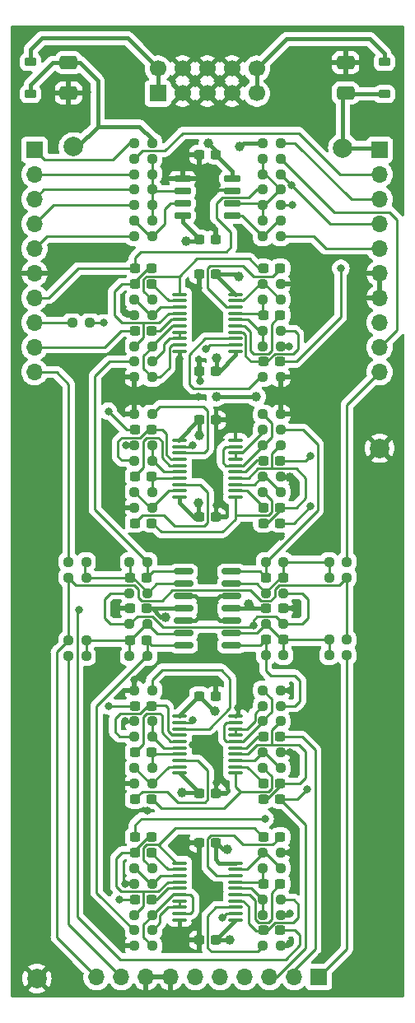
<source format=gbr>
%TF.GenerationSoftware,KiCad,Pcbnew,7.0.6*%
%TF.CreationDate,2023-07-26T19:03:53+01:00*%
%TF.ProjectId,Hypersoniq_Components,48797065-7273-46f6-9e69-715f436f6d70,rev?*%
%TF.SameCoordinates,Original*%
%TF.FileFunction,Copper,L1,Top*%
%TF.FilePolarity,Positive*%
%FSLAX46Y46*%
G04 Gerber Fmt 4.6, Leading zero omitted, Abs format (unit mm)*
G04 Created by KiCad (PCBNEW 7.0.6) date 2023-07-26 19:03:53*
%MOMM*%
%LPD*%
G01*
G04 APERTURE LIST*
G04 Aperture macros list*
%AMRoundRect*
0 Rectangle with rounded corners*
0 $1 Rounding radius*
0 $2 $3 $4 $5 $6 $7 $8 $9 X,Y pos of 4 corners*
0 Add a 4 corners polygon primitive as box body*
4,1,4,$2,$3,$4,$5,$6,$7,$8,$9,$2,$3,0*
0 Add four circle primitives for the rounded corners*
1,1,$1+$1,$2,$3*
1,1,$1+$1,$4,$5*
1,1,$1+$1,$6,$7*
1,1,$1+$1,$8,$9*
0 Add four rect primitives between the rounded corners*
20,1,$1+$1,$2,$3,$4,$5,0*
20,1,$1+$1,$4,$5,$6,$7,0*
20,1,$1+$1,$6,$7,$8,$9,0*
20,1,$1+$1,$8,$9,$2,$3,0*%
G04 Aperture macros list end*
%TA.AperFunction,SMDPad,CuDef*%
%ADD10RoundRect,0.237500X0.300000X0.237500X-0.300000X0.237500X-0.300000X-0.237500X0.300000X-0.237500X0*%
%TD*%
%TA.AperFunction,SMDPad,CuDef*%
%ADD11RoundRect,0.237500X-0.250000X-0.237500X0.250000X-0.237500X0.250000X0.237500X-0.250000X0.237500X0*%
%TD*%
%TA.AperFunction,SMDPad,CuDef*%
%ADD12RoundRect,0.237500X0.250000X0.237500X-0.250000X0.237500X-0.250000X-0.237500X0.250000X-0.237500X0*%
%TD*%
%TA.AperFunction,SMDPad,CuDef*%
%ADD13RoundRect,0.100000X-0.637500X-0.100000X0.637500X-0.100000X0.637500X0.100000X-0.637500X0.100000X0*%
%TD*%
%TA.AperFunction,SMDPad,CuDef*%
%ADD14RoundRect,0.225000X0.375000X-0.225000X0.375000X0.225000X-0.375000X0.225000X-0.375000X-0.225000X0*%
%TD*%
%TA.AperFunction,SMDPad,CuDef*%
%ADD15RoundRect,0.100000X0.637500X0.100000X-0.637500X0.100000X-0.637500X-0.100000X0.637500X-0.100000X0*%
%TD*%
%TA.AperFunction,SMDPad,CuDef*%
%ADD16RoundRect,0.237500X-0.300000X-0.237500X0.300000X-0.237500X0.300000X0.237500X-0.300000X0.237500X0*%
%TD*%
%TA.AperFunction,ComponentPad*%
%ADD17R,1.700000X1.700000*%
%TD*%
%TA.AperFunction,ComponentPad*%
%ADD18C,1.700000*%
%TD*%
%TA.AperFunction,SMDPad,CuDef*%
%ADD19RoundRect,0.250000X0.650000X-0.412500X0.650000X0.412500X-0.650000X0.412500X-0.650000X-0.412500X0*%
%TD*%
%TA.AperFunction,ComponentPad*%
%ADD20C,2.000000*%
%TD*%
%TA.AperFunction,SMDPad,CuDef*%
%ADD21RoundRect,0.150000X-0.825000X-0.150000X0.825000X-0.150000X0.825000X0.150000X-0.825000X0.150000X0*%
%TD*%
%TA.AperFunction,SMDPad,CuDef*%
%ADD22RoundRect,0.225000X-0.375000X0.225000X-0.375000X-0.225000X0.375000X-0.225000X0.375000X0.225000X0*%
%TD*%
%TA.AperFunction,SMDPad,CuDef*%
%ADD23RoundRect,0.150000X0.725000X0.150000X-0.725000X0.150000X-0.725000X-0.150000X0.725000X-0.150000X0*%
%TD*%
%TA.AperFunction,ComponentPad*%
%ADD24O,1.700000X1.700000*%
%TD*%
%TA.AperFunction,ViaPad*%
%ADD25C,1.000000*%
%TD*%
%TA.AperFunction,ViaPad*%
%ADD26C,0.800000*%
%TD*%
%TA.AperFunction,Conductor*%
%ADD27C,0.250000*%
%TD*%
%TA.AperFunction,Conductor*%
%ADD28C,0.400000*%
%TD*%
G04 APERTURE END LIST*
D10*
%TO.P,C11,1*%
%TO.N,-12V*%
X71062500Y-85600000D03*
%TO.P,C11,2*%
%TO.N,GND*%
X69337500Y-85600000D03*
%TD*%
D11*
%TO.P,R1,1*%
%TO.N,/Q_POT*%
X56287500Y-80600000D03*
%TO.P,R1,2*%
%TO.N,/Q_CONTROL*%
X58112500Y-80600000D03*
%TD*%
D12*
%TO.P,R51,1*%
%TO.N,Net-(C36-Pad1)*%
X64512500Y-136700000D03*
%TO.P,R51,2*%
%TO.N,Net-(R47-Pad1)*%
X62687500Y-136700000D03*
%TD*%
D13*
%TO.P,U2,1*%
%TO.N,Net-(C9-Pad1)*%
X67337500Y-77675000D03*
%TO.P,U2,2*%
%TO.N,Net-(C8-Pad2)*%
X67337500Y-78325000D03*
%TO.P,U2,3*%
%TO.N,Net-(R5-Pad1)*%
X67337500Y-78975000D03*
%TO.P,U2,4*%
%TO.N,Net-(C5-Pad1)*%
X67337500Y-79625000D03*
%TO.P,U2,5*%
%TO.N,Net-(C7-Pad2)*%
X67337500Y-80275000D03*
%TO.P,U2,6*%
%TO.N,/Filter_Voice1/Q_FEEDBACK*%
X67337500Y-80925000D03*
%TO.P,U2,7,EXPO_CTL*%
%TO.N,Net-(U2E-EXPO_CTL)*%
X67337500Y-81575000D03*
%TO.P,U2,8,TEMPCO*%
X67337500Y-82225000D03*
%TO.P,U2,9*%
%TO.N,/Filter_Voice1/Q_FEEDBACK*%
X67337500Y-82875000D03*
%TO.P,U2,10,GND*%
%TO.N,GND*%
X67337500Y-83525000D03*
%TO.P,U2,11,V-*%
%TO.N,-12V*%
X73062500Y-83525000D03*
%TO.P,U2,12*%
%TO.N,/Q_CONTROL*%
X73062500Y-82875000D03*
%TO.P,U2,13*%
%TO.N,Net-(R12-Pad1)*%
X73062500Y-82225000D03*
%TO.P,U2,14*%
%TO.N,Net-(C6-Pad2)*%
X73062500Y-81575000D03*
%TO.P,U2,15*%
%TO.N,Net-(C10-Pad2)*%
X73062500Y-80925000D03*
%TO.P,U2,16*%
%TO.N,Net-(R11-Pad2)*%
X73062500Y-80275000D03*
%TO.P,U2,17*%
%TO.N,Net-(C10-Pad1)*%
X73062500Y-79625000D03*
%TO.P,U2,18*%
%TO.N,Net-(C9-Pad2)*%
X73062500Y-78975000D03*
%TO.P,U2,19*%
%TO.N,Net-(R10-Pad2)*%
X73062500Y-78325000D03*
%TO.P,U2,20,V+*%
%TO.N,+12V*%
X73062500Y-77675000D03*
%TD*%
D14*
%TO.P,D1,1,K*%
%TO.N,+12V*%
X88400000Y-57050000D03*
%TO.P,D1,2,A*%
%TO.N,/+12V_IN*%
X88400000Y-53750000D03*
%TD*%
D15*
%TO.P,U3,1*%
%TO.N,Net-(C18-Pad1)*%
X73062500Y-98525000D03*
%TO.P,U3,2*%
%TO.N,Net-(C17-Pad2)*%
X73062500Y-97875000D03*
%TO.P,U3,3*%
%TO.N,Net-(R19-Pad1)*%
X73062500Y-97225000D03*
%TO.P,U3,4*%
%TO.N,Net-(C14-Pad1)*%
X73062500Y-96575000D03*
%TO.P,U3,5*%
%TO.N,Net-(C16-Pad2)*%
X73062500Y-95925000D03*
%TO.P,U3,6*%
%TO.N,/Filter_Voice2/Q_FEEDBACK*%
X73062500Y-95275000D03*
%TO.P,U3,7,EXPO_CTL*%
%TO.N,Net-(U3E-EXPO_CTL)*%
X73062500Y-94625000D03*
%TO.P,U3,8,TEMPCO*%
X73062500Y-93975000D03*
%TO.P,U3,9*%
%TO.N,/Filter_Voice2/Q_FEEDBACK*%
X73062500Y-93325000D03*
%TO.P,U3,10,GND*%
%TO.N,GND*%
X73062500Y-92675000D03*
%TO.P,U3,11,V-*%
%TO.N,-12V*%
X67337500Y-92675000D03*
%TO.P,U3,12*%
%TO.N,/Q_CONTROL*%
X67337500Y-93325000D03*
%TO.P,U3,13*%
%TO.N,Net-(R26-Pad1)*%
X67337500Y-93975000D03*
%TO.P,U3,14*%
%TO.N,Net-(C15-Pad2)*%
X67337500Y-94625000D03*
%TO.P,U3,15*%
%TO.N,Net-(C19-Pad2)*%
X67337500Y-95275000D03*
%TO.P,U3,16*%
%TO.N,Net-(R21-Pad1)*%
X67337500Y-95925000D03*
%TO.P,U3,17*%
%TO.N,Net-(C19-Pad1)*%
X67337500Y-96575000D03*
%TO.P,U3,18*%
%TO.N,Net-(C18-Pad2)*%
X67337500Y-97225000D03*
%TO.P,U3,19*%
%TO.N,Net-(R20-Pad1)*%
X67337500Y-97875000D03*
%TO.P,U3,20,V+*%
%TO.N,+12V*%
X67337500Y-98525000D03*
%TD*%
D12*
%TO.P,R38,1*%
%TO.N,Net-(C28-Pad1)*%
X64512500Y-126400000D03*
%TO.P,R38,2*%
%TO.N,Net-(R34-Pad1)*%
X62687500Y-126400000D03*
%TD*%
%TO.P,R67,1*%
%TO.N,Net-(U6B--)*%
X64512500Y-65300000D03*
%TO.P,R67,2*%
%TO.N,/4POLE_OUT2*%
X62687500Y-65300000D03*
%TD*%
D16*
%TO.P,C7,1*%
%TO.N,/AUDIO_IN1*%
X62737500Y-81400000D03*
%TO.P,C7,2*%
%TO.N,Net-(C7-Pad2)*%
X64462500Y-81400000D03*
%TD*%
D12*
%TO.P,R64,1*%
%TO.N,Net-(R64-Pad1)*%
X77712500Y-70100000D03*
%TO.P,R64,2*%
%TO.N,Net-(U6A--)*%
X75887500Y-70100000D03*
%TD*%
%TO.P,R60,1*%
%TO.N,Net-(U6A--)*%
X77712500Y-66900000D03*
%TO.P,R60,2*%
%TO.N,/1POLE_OUT1*%
X75887500Y-66900000D03*
%TD*%
D17*
%TO.P,J4,1,Pin_1*%
%TO.N,/-12V_IN*%
X65100000Y-57000000D03*
D18*
%TO.P,J4,2,Pin_2*%
X65100000Y-54460000D03*
%TO.P,J4,3,Pin_3*%
%TO.N,GND*%
X67640000Y-57000000D03*
%TO.P,J4,4,Pin_4*%
X67640000Y-54460000D03*
%TO.P,J4,5,Pin_5*%
X70180000Y-57000000D03*
%TO.P,J4,6,Pin_6*%
X70180000Y-54460000D03*
%TO.P,J4,7,Pin_7*%
X72720000Y-57000000D03*
%TO.P,J4,8,Pin_8*%
X72720000Y-54460000D03*
%TO.P,J4,9,Pin_9*%
%TO.N,/+12V_IN*%
X75260000Y-57000000D03*
%TO.P,J4,10,Pin_10*%
X75260000Y-54460000D03*
%TD*%
D10*
%TO.P,C6,1*%
%TO.N,/4POLE_OUT1*%
X77662500Y-84600000D03*
%TO.P,C6,2*%
%TO.N,Net-(C6-Pad2)*%
X75937500Y-84600000D03*
%TD*%
D16*
%TO.P,C4,1*%
%TO.N,-12V*%
X76237500Y-110000000D03*
%TO.P,C4,2*%
%TO.N,GND*%
X77962500Y-110000000D03*
%TD*%
D10*
%TO.P,C25,1*%
%TO.N,/AUDIO_IN3*%
X77662500Y-123200000D03*
%TO.P,C25,2*%
%TO.N,Net-(C25-Pad2)*%
X75937500Y-123200000D03*
%TD*%
D16*
%TO.P,C34,1*%
%TO.N,/AUDIO_IN4*%
X62737500Y-139900000D03*
%TO.P,C34,2*%
%TO.N,Net-(C34-Pad2)*%
X64462500Y-139900000D03*
%TD*%
D12*
%TO.P,R35,1*%
%TO.N,Net-(R35-Pad1)*%
X64512500Y-121600000D03*
%TO.P,R35,2*%
%TO.N,GND*%
X62687500Y-121600000D03*
%TD*%
D11*
%TO.P,R12,1*%
%TO.N,Net-(R12-Pad1)*%
X75887500Y-86200000D03*
%TO.P,R12,2*%
%TO.N,GND*%
X77712500Y-86200000D03*
%TD*%
D12*
%TO.P,R57,1*%
%TO.N,Net-(U1B--)*%
X57712500Y-113300000D03*
%TO.P,R57,2*%
%TO.N,/FREQ_JACK*%
X55887500Y-113300000D03*
%TD*%
D11*
%TO.P,R6,1*%
%TO.N,Net-(R10-Pad2)*%
X75887500Y-76600000D03*
%TO.P,R6,2*%
%TO.N,GND*%
X77712500Y-76600000D03*
%TD*%
D10*
%TO.P,C17,1*%
%TO.N,Net-(C14-Pad1)*%
X77662500Y-99600000D03*
%TO.P,C17,2*%
%TO.N,Net-(C17-Pad2)*%
X75937500Y-99600000D03*
%TD*%
%TO.P,C19,1*%
%TO.N,Net-(C19-Pad1)*%
X64462500Y-96400000D03*
%TO.P,C19,2*%
%TO.N,Net-(C19-Pad2)*%
X62737500Y-96400000D03*
%TD*%
D16*
%TO.P,C8,1*%
%TO.N,Net-(C5-Pad1)*%
X62737500Y-76600000D03*
%TO.P,C8,2*%
%TO.N,Net-(C8-Pad2)*%
X64462500Y-76600000D03*
%TD*%
D11*
%TO.P,R2,1*%
%TO.N,+12V*%
X75887500Y-62100000D03*
%TO.P,R2,2*%
%TO.N,/FREQ_POT_VH*%
X77712500Y-62100000D03*
%TD*%
%TO.P,R31,1*%
%TO.N,/Filter_Voice2/FREQ_CONTROL*%
X76187500Y-105200000D03*
%TO.P,R31,2*%
%TO.N,Net-(U1D--)*%
X78012500Y-105200000D03*
%TD*%
%TO.P,R61,1*%
%TO.N,Net-(U6A--)*%
X75887500Y-63700000D03*
%TO.P,R61,2*%
%TO.N,/1POLE_OUT2*%
X77712500Y-63700000D03*
%TD*%
D12*
%TO.P,R5,1*%
%TO.N,Net-(R5-Pad1)*%
X64512500Y-79800000D03*
%TO.P,R5,2*%
%TO.N,GND*%
X62687500Y-79800000D03*
%TD*%
%TO.P,R40,1*%
%TO.N,Net-(R40-Pad1)*%
X64512500Y-118400000D03*
%TO.P,R40,2*%
%TO.N,GND*%
X62687500Y-118400000D03*
%TD*%
D10*
%TO.P,C39,1*%
%TO.N,+12V*%
X71062500Y-134100000D03*
%TO.P,C39,2*%
%TO.N,GND*%
X69337500Y-134100000D03*
%TD*%
D16*
%TO.P,C29,1*%
%TO.N,-12V*%
X69337500Y-119000000D03*
%TO.P,C29,2*%
%TO.N,GND*%
X71062500Y-119000000D03*
%TD*%
D12*
%TO.P,R47,1*%
%TO.N,Net-(R47-Pad1)*%
X64512500Y-138300000D03*
%TO.P,R47,2*%
%TO.N,GND*%
X62687500Y-138300000D03*
%TD*%
D11*
%TO.P,R42,1*%
%TO.N,Net-(U1C--)*%
X82687500Y-114800000D03*
%TO.P,R42,2*%
%TO.N,/FREQ_CV3*%
X84512500Y-114800000D03*
%TD*%
D16*
%TO.P,C24,1*%
%TO.N,/4POLE_OUT3*%
X62737500Y-120000000D03*
%TO.P,C24,2*%
%TO.N,Net-(C24-Pad2)*%
X64462500Y-120000000D03*
%TD*%
%TO.P,C37,1*%
%TO.N,Net-(C37-Pad1)*%
X75937500Y-138300000D03*
%TO.P,C37,2*%
%TO.N,Net-(C37-Pad2)*%
X77662500Y-138300000D03*
%TD*%
D10*
%TO.P,C27,1*%
%TO.N,Net-(C27-Pad1)*%
X64462500Y-129600000D03*
%TO.P,C27,2*%
%TO.N,Net-(C27-Pad2)*%
X62737500Y-129600000D03*
%TD*%
D11*
%TO.P,R28,1*%
%TO.N,Net-(U1D--)*%
X82687500Y-105200000D03*
%TO.P,R28,2*%
%TO.N,/FREQ_CV2*%
X84512500Y-105200000D03*
%TD*%
D16*
%TO.P,C15,1*%
%TO.N,/4POLE_OUT2*%
X62737500Y-91600000D03*
%TO.P,C15,2*%
%TO.N,Net-(C15-Pad2)*%
X64462500Y-91600000D03*
%TD*%
D11*
%TO.P,R44,1*%
%TO.N,Net-(U1C--)*%
X76187500Y-111600000D03*
%TO.P,R44,2*%
%TO.N,/FREQ_POT*%
X78012500Y-111600000D03*
%TD*%
D12*
%TO.P,R20,1*%
%TO.N,Net-(R20-Pad1)*%
X64512500Y-99600000D03*
%TO.P,R20,2*%
%TO.N,GND*%
X62687500Y-99600000D03*
%TD*%
D11*
%TO.P,R25,1*%
%TO.N,Net-(C15-Pad2)*%
X62687500Y-94800000D03*
%TO.P,R25,2*%
%TO.N,Net-(R21-Pad1)*%
X64512500Y-94800000D03*
%TD*%
D10*
%TO.P,C31,1*%
%TO.N,Net-(U1C--)*%
X77962500Y-113200000D03*
%TO.P,C31,2*%
%TO.N,/Filter_Voice3/FREQ_CONTROL*%
X76237500Y-113200000D03*
%TD*%
D12*
%TO.P,R9,1*%
%TO.N,Net-(C9-Pad1)*%
X64512500Y-78200000D03*
%TO.P,R9,2*%
%TO.N,Net-(R5-Pad1)*%
X62687500Y-78200000D03*
%TD*%
D19*
%TO.P,C2,1*%
%TO.N,GND*%
X55900000Y-56962500D03*
%TO.P,C2,2*%
%TO.N,-12V*%
X55900000Y-53837500D03*
%TD*%
D10*
%TO.P,C16,1*%
%TO.N,/AUDIO_IN2*%
X77662500Y-94800000D03*
%TO.P,C16,2*%
%TO.N,Net-(C16-Pad2)*%
X75937500Y-94800000D03*
%TD*%
D12*
%TO.P,R13,1*%
%TO.N,Net-(U2E-EXPO_CTL)*%
X64512500Y-84600000D03*
%TO.P,R13,2*%
%TO.N,/Filter_Voice1/FREQ_CONTROL*%
X62687500Y-84600000D03*
%TD*%
D11*
%TO.P,R48,1*%
%TO.N,Net-(R48-Pad1)*%
X75887500Y-135100000D03*
%TO.P,R48,2*%
%TO.N,GND*%
X77712500Y-135100000D03*
%TD*%
D12*
%TO.P,R16,1*%
%TO.N,Net-(U1A--)*%
X64012500Y-108400000D03*
%TO.P,R16,2*%
%TO.N,/FREQ_POT*%
X62187500Y-108400000D03*
%TD*%
D20*
%TO.P,TP2,1,1*%
%TO.N,-12V*%
X56400000Y-62500000D03*
%TD*%
D11*
%TO.P,R52,1*%
%TO.N,Net-(C37-Pad1)*%
X75887500Y-136700000D03*
%TO.P,R52,2*%
%TO.N,Net-(R48-Pad1)*%
X77712500Y-136700000D03*
%TD*%
D12*
%TO.P,R21,1*%
%TO.N,Net-(R21-Pad1)*%
X64512500Y-93200000D03*
%TO.P,R21,2*%
%TO.N,GND*%
X62687500Y-93200000D03*
%TD*%
D21*
%TO.P,U1,1*%
%TO.N,/Filter_Voice1/FREQ_CONTROL*%
X67725000Y-106190000D03*
%TO.P,U1,2,-*%
%TO.N,Net-(U1A--)*%
X67725000Y-107460000D03*
%TO.P,U1,3,+*%
%TO.N,GND*%
X67725000Y-108730000D03*
%TO.P,U1,4,V+*%
%TO.N,+12V*%
X67725000Y-110000000D03*
%TO.P,U1,5,+*%
%TO.N,GND*%
X67725000Y-111270000D03*
%TO.P,U1,6,-*%
%TO.N,Net-(U1B--)*%
X67725000Y-112540000D03*
%TO.P,U1,7*%
%TO.N,/Filter_Voice4/FREQ_CONTROL*%
X67725000Y-113810000D03*
%TO.P,U1,8*%
%TO.N,/Filter_Voice3/FREQ_CONTROL*%
X72675000Y-113810000D03*
%TO.P,U1,9,-*%
%TO.N,Net-(U1C--)*%
X72675000Y-112540000D03*
%TO.P,U1,10,+*%
%TO.N,GND*%
X72675000Y-111270000D03*
%TO.P,U1,11,V-*%
%TO.N,-12V*%
X72675000Y-110000000D03*
%TO.P,U1,12,+*%
%TO.N,GND*%
X72675000Y-108730000D03*
%TO.P,U1,13,-*%
%TO.N,Net-(U1D--)*%
X72675000Y-107460000D03*
%TO.P,U1,14*%
%TO.N,/Filter_Voice2/FREQ_CONTROL*%
X72675000Y-106190000D03*
%TD*%
D12*
%TO.P,R34,1*%
%TO.N,Net-(R34-Pad1)*%
X64512500Y-128000000D03*
%TO.P,R34,2*%
%TO.N,GND*%
X62687500Y-128000000D03*
%TD*%
D22*
%TO.P,D2,1,K*%
%TO.N,/-12V_IN*%
X52000000Y-53750000D03*
%TO.P,D2,2,A*%
%TO.N,-12V*%
X52000000Y-57050000D03*
%TD*%
D12*
%TO.P,R11,1*%
%TO.N,Net-(C6-Pad2)*%
X77712500Y-81400000D03*
%TO.P,R11,2*%
%TO.N,Net-(R11-Pad2)*%
X75887500Y-81400000D03*
%TD*%
%TO.P,R15,1*%
%TO.N,Net-(U1A--)*%
X57712500Y-106800000D03*
%TO.P,R15,2*%
%TO.N,/FREQ_JACK*%
X55887500Y-106800000D03*
%TD*%
%TO.P,R24,1*%
%TO.N,Net-(C19-Pad1)*%
X64512500Y-98000000D03*
%TO.P,R24,2*%
%TO.N,Net-(R20-Pad1)*%
X62687500Y-98000000D03*
%TD*%
%TO.P,R53,1*%
%TO.N,Net-(C33-Pad2)*%
X77712500Y-139900000D03*
%TO.P,R53,2*%
%TO.N,Net-(R49-Pad1)*%
X75887500Y-139900000D03*
%TD*%
D16*
%TO.P,C14,1*%
%TO.N,Net-(C14-Pad1)*%
X75937500Y-101200000D03*
%TO.P,C14,2*%
%TO.N,/1POLE_OUT2*%
X77662500Y-101200000D03*
%TD*%
%TO.P,C20,1*%
%TO.N,-12V*%
X69337500Y-90600000D03*
%TO.P,C20,2*%
%TO.N,GND*%
X71062500Y-90600000D03*
%TD*%
D10*
%TO.P,C42,1*%
%TO.N,-12V*%
X71062500Y-63300000D03*
%TO.P,C42,2*%
%TO.N,GND*%
X69337500Y-63300000D03*
%TD*%
D12*
%TO.P,R59,1*%
%TO.N,/Filter_Voice4/FREQ_CONTROL*%
X64012500Y-114900000D03*
%TO.P,R59,2*%
%TO.N,Net-(U1B--)*%
X62187500Y-114900000D03*
%TD*%
%TO.P,R36,1*%
%TO.N,Net-(C23-Pad1)*%
X77712500Y-121600000D03*
%TO.P,R36,2*%
%TO.N,/Filter_Voice3/Q_FEEDBACK*%
X75887500Y-121600000D03*
%TD*%
D10*
%TO.P,C32,1*%
%TO.N,Net-(C32-Pad1)*%
X64462500Y-133500000D03*
%TO.P,C32,2*%
%TO.N,/1POLE_OUT4*%
X62737500Y-133500000D03*
%TD*%
D12*
%TO.P,R46,1*%
%TO.N,/Filter_Voice4/Q_FEEDBACK*%
X64512500Y-144700000D03*
%TO.P,R46,2*%
%TO.N,GND*%
X62687500Y-144700000D03*
%TD*%
D16*
%TO.P,C30,1*%
%TO.N,+12V*%
X69337500Y-129000000D03*
%TO.P,C30,2*%
%TO.N,GND*%
X71062500Y-129000000D03*
%TD*%
D11*
%TO.P,R50,1*%
%TO.N,Net-(C32-Pad1)*%
X62687500Y-141500000D03*
%TO.P,R50,2*%
%TO.N,/Filter_Voice4/Q_FEEDBACK*%
X64512500Y-141500000D03*
%TD*%
D10*
%TO.P,C38,1*%
%TO.N,-12V*%
X71062500Y-144100000D03*
%TO.P,C38,2*%
%TO.N,GND*%
X69337500Y-144100000D03*
%TD*%
D16*
%TO.P,C36,1*%
%TO.N,Net-(C36-Pad1)*%
X75937500Y-133500000D03*
%TO.P,C36,2*%
%TO.N,Net-(C36-Pad2)*%
X77662500Y-133500000D03*
%TD*%
D12*
%TO.P,R68,1*%
%TO.N,Net-(U6B--)*%
X64512500Y-66900000D03*
%TO.P,R68,2*%
%TO.N,/4POLE_OUT3*%
X62687500Y-66900000D03*
%TD*%
D11*
%TO.P,R10,1*%
%TO.N,Net-(C10-Pad1)*%
X75887500Y-78200000D03*
%TO.P,R10,2*%
%TO.N,Net-(R10-Pad2)*%
X77712500Y-78200000D03*
%TD*%
D12*
%TO.P,R66,1*%
%TO.N,Net-(U6B--)*%
X64512500Y-63700000D03*
%TO.P,R66,2*%
%TO.N,/4POLE_OUT1*%
X62687500Y-63700000D03*
%TD*%
D11*
%TO.P,R54,1*%
%TO.N,Net-(R54-Pad1)*%
X75887500Y-144700000D03*
%TO.P,R54,2*%
%TO.N,GND*%
X77712500Y-144700000D03*
%TD*%
D10*
%TO.P,C3,1*%
%TO.N,+12V*%
X63962500Y-110000000D03*
%TO.P,C3,2*%
%TO.N,GND*%
X62237500Y-110000000D03*
%TD*%
D11*
%TO.P,R32,1*%
%TO.N,/Filter_Voice3/Q_FEEDBACK*%
X75887500Y-118400000D03*
%TO.P,R32,2*%
%TO.N,GND*%
X77712500Y-118400000D03*
%TD*%
D16*
%TO.P,C23,1*%
%TO.N,Net-(C23-Pad1)*%
X75937500Y-129600000D03*
%TO.P,C23,2*%
%TO.N,/1POLE_OUT3*%
X77662500Y-129600000D03*
%TD*%
D12*
%TO.P,R22,1*%
%TO.N,Net-(C14-Pad1)*%
X77712500Y-93200000D03*
%TO.P,R22,2*%
%TO.N,/Filter_Voice2/Q_FEEDBACK*%
X75887500Y-93200000D03*
%TD*%
D11*
%TO.P,R23,1*%
%TO.N,Net-(C18-Pad1)*%
X75887500Y-98000000D03*
%TO.P,R23,2*%
%TO.N,Net-(R19-Pad1)*%
X77712500Y-98000000D03*
%TD*%
%TO.P,R41,1*%
%TO.N,Net-(U4E-EXPO_CTL)*%
X75887500Y-120000000D03*
%TO.P,R41,2*%
%TO.N,/Filter_Voice3/FREQ_CONTROL*%
X77712500Y-120000000D03*
%TD*%
D20*
%TO.P,TP4,1,1*%
%TO.N,GND*%
X52650000Y-148050000D03*
%TD*%
D12*
%TO.P,R58,1*%
%TO.N,Net-(U1B--)*%
X64012500Y-111600000D03*
%TO.P,R58,2*%
%TO.N,/FREQ_POT*%
X62187500Y-111600000D03*
%TD*%
D11*
%TO.P,R3,1*%
%TO.N,/FREQ_POT_VL*%
X62687500Y-62100000D03*
%TO.P,R3,2*%
%TO.N,-12V*%
X64512500Y-62100000D03*
%TD*%
%TO.P,R37,1*%
%TO.N,Net-(C27-Pad1)*%
X75887500Y-126400000D03*
%TO.P,R37,2*%
%TO.N,Net-(R33-Pad1)*%
X77712500Y-126400000D03*
%TD*%
D10*
%TO.P,C28,1*%
%TO.N,Net-(C28-Pad1)*%
X64462500Y-124800000D03*
%TO.P,C28,2*%
%TO.N,Net-(C28-Pad2)*%
X62737500Y-124800000D03*
%TD*%
D12*
%TO.P,R17,1*%
%TO.N,/Filter_Voice1/FREQ_CONTROL*%
X64012500Y-105200000D03*
%TO.P,R17,2*%
%TO.N,Net-(U1A--)*%
X62187500Y-105200000D03*
%TD*%
D11*
%TO.P,R27,1*%
%TO.N,Net-(U3E-EXPO_CTL)*%
X75887500Y-91600000D03*
%TO.P,R27,2*%
%TO.N,/Filter_Voice2/FREQ_CONTROL*%
X77712500Y-91600000D03*
%TD*%
D10*
%TO.P,C18,1*%
%TO.N,Net-(C18-Pad1)*%
X64462500Y-101200000D03*
%TO.P,C18,2*%
%TO.N,Net-(C18-Pad2)*%
X62737500Y-101200000D03*
%TD*%
D11*
%TO.P,R39,1*%
%TO.N,Net-(C24-Pad2)*%
X62687500Y-123200000D03*
%TO.P,R39,2*%
%TO.N,Net-(R35-Pad1)*%
X64512500Y-123200000D03*
%TD*%
D16*
%TO.P,C21,1*%
%TO.N,+12V*%
X69337500Y-100600000D03*
%TO.P,C21,2*%
%TO.N,GND*%
X71062500Y-100600000D03*
%TD*%
D11*
%TO.P,R29,1*%
%TO.N,Net-(U1D--)*%
X82687500Y-106800000D03*
%TO.P,R29,2*%
%TO.N,/FREQ_JACK*%
X84512500Y-106800000D03*
%TD*%
D16*
%TO.P,C9,1*%
%TO.N,Net-(C9-Pad1)*%
X75937500Y-75000000D03*
%TO.P,C9,2*%
%TO.N,Net-(C9-Pad2)*%
X77662500Y-75000000D03*
%TD*%
D12*
%TO.P,R4,1*%
%TO.N,/Filter_Voice1/Q_FEEDBACK*%
X64512500Y-86200000D03*
%TO.P,R4,2*%
%TO.N,GND*%
X62687500Y-86200000D03*
%TD*%
%TO.P,R55,1*%
%TO.N,Net-(U5E-EXPO_CTL)*%
X64512500Y-143100000D03*
%TO.P,R55,2*%
%TO.N,/Filter_Voice4/FREQ_CONTROL*%
X62687500Y-143100000D03*
%TD*%
D10*
%TO.P,C12,1*%
%TO.N,+12V*%
X71062500Y-75600000D03*
%TO.P,C12,2*%
%TO.N,GND*%
X69337500Y-75600000D03*
%TD*%
D12*
%TO.P,R56,1*%
%TO.N,Net-(U1B--)*%
X57712500Y-114900000D03*
%TO.P,R56,2*%
%TO.N,/FREQ_CV4*%
X55887500Y-114900000D03*
%TD*%
%TO.P,R71,1*%
%TO.N,Net-(R70-Pad1)*%
X64512500Y-71700000D03*
%TO.P,R71,2*%
%TO.N,/AUDIO_MIX_4POLE*%
X62687500Y-71700000D03*
%TD*%
D10*
%TO.P,C5,1*%
%TO.N,Net-(C5-Pad1)*%
X64462500Y-75000000D03*
%TO.P,C5,2*%
%TO.N,/1POLE_OUT1*%
X62737500Y-75000000D03*
%TD*%
D12*
%TO.P,R69,1*%
%TO.N,Net-(U6B--)*%
X64512500Y-68500000D03*
%TO.P,R69,2*%
%TO.N,/4POLE_OUT4*%
X62687500Y-68500000D03*
%TD*%
%TO.P,R14,1*%
%TO.N,Net-(U1A--)*%
X57712500Y-105200000D03*
%TO.P,R14,2*%
%TO.N,/FREQ_CV1*%
X55887500Y-105200000D03*
%TD*%
D11*
%TO.P,R19,1*%
%TO.N,Net-(R19-Pad1)*%
X75887500Y-96400000D03*
%TO.P,R19,2*%
%TO.N,GND*%
X77712500Y-96400000D03*
%TD*%
D16*
%TO.P,C41,1*%
%TO.N,+12V*%
X69337500Y-72000000D03*
%TO.P,C41,2*%
%TO.N,GND*%
X71062500Y-72000000D03*
%TD*%
D12*
%TO.P,R26,1*%
%TO.N,Net-(R26-Pad1)*%
X64512500Y-90000000D03*
%TO.P,R26,2*%
%TO.N,GND*%
X62687500Y-90000000D03*
%TD*%
D11*
%TO.P,R33,1*%
%TO.N,Net-(R33-Pad1)*%
X75887500Y-124800000D03*
%TO.P,R33,2*%
%TO.N,GND*%
X77712500Y-124800000D03*
%TD*%
%TO.P,R30,1*%
%TO.N,Net-(U1D--)*%
X76187500Y-108400000D03*
%TO.P,R30,2*%
%TO.N,/FREQ_POT*%
X78012500Y-108400000D03*
%TD*%
%TO.P,R70,1*%
%TO.N,Net-(R70-Pad1)*%
X62687500Y-70100000D03*
%TO.P,R70,2*%
%TO.N,Net-(U6B--)*%
X64512500Y-70100000D03*
%TD*%
D16*
%TO.P,C40,1*%
%TO.N,Net-(U1B--)*%
X62237500Y-113300000D03*
%TO.P,C40,2*%
%TO.N,/Filter_Voice4/FREQ_CONTROL*%
X63962500Y-113300000D03*
%TD*%
D11*
%TO.P,R7,1*%
%TO.N,Net-(R11-Pad2)*%
X75887500Y-83000000D03*
%TO.P,R7,2*%
%TO.N,GND*%
X77712500Y-83000000D03*
%TD*%
D20*
%TO.P,TP1,1,1*%
%TO.N,+12V*%
X84100000Y-62600000D03*
%TD*%
D23*
%TO.P,U6,1*%
%TO.N,Net-(R64-Pad1)*%
X72775000Y-69605000D03*
%TO.P,U6,2,-*%
%TO.N,Net-(U6A--)*%
X72775000Y-68335000D03*
%TO.P,U6,3,+*%
%TO.N,GND*%
X72775000Y-67065000D03*
%TO.P,U6,4,V-*%
%TO.N,-12V*%
X72775000Y-65795000D03*
%TO.P,U6,5,+*%
%TO.N,GND*%
X67625000Y-65795000D03*
%TO.P,U6,6,-*%
%TO.N,Net-(U6B--)*%
X67625000Y-67065000D03*
%TO.P,U6,7*%
%TO.N,Net-(R70-Pad1)*%
X67625000Y-68335000D03*
%TO.P,U6,8,V+*%
%TO.N,+12V*%
X67625000Y-69605000D03*
%TD*%
D11*
%TO.P,R45,1*%
%TO.N,/Filter_Voice3/FREQ_CONTROL*%
X76187500Y-114800000D03*
%TO.P,R45,2*%
%TO.N,Net-(U1C--)*%
X78012500Y-114800000D03*
%TD*%
D10*
%TO.P,C22,1*%
%TO.N,Net-(U1D--)*%
X77962500Y-106800000D03*
%TO.P,C22,2*%
%TO.N,/Filter_Voice2/FREQ_CONTROL*%
X76237500Y-106800000D03*
%TD*%
D11*
%TO.P,R62,1*%
%TO.N,Net-(U6A--)*%
X75887500Y-68500000D03*
%TO.P,R62,2*%
%TO.N,/1POLE_OUT3*%
X77712500Y-68500000D03*
%TD*%
D16*
%TO.P,C35,1*%
%TO.N,Net-(C32-Pad1)*%
X62737500Y-135100000D03*
%TO.P,C35,2*%
%TO.N,Net-(C35-Pad2)*%
X64462500Y-135100000D03*
%TD*%
D10*
%TO.P,C26,1*%
%TO.N,Net-(C23-Pad1)*%
X77662500Y-128000000D03*
%TO.P,C26,2*%
%TO.N,Net-(C26-Pad2)*%
X75937500Y-128000000D03*
%TD*%
D11*
%TO.P,R63,1*%
%TO.N,Net-(U6A--)*%
X75887500Y-65300000D03*
%TO.P,R63,2*%
%TO.N,/1POLE_OUT4*%
X77712500Y-65300000D03*
%TD*%
%TO.P,R49,1*%
%TO.N,Net-(R49-Pad1)*%
X75887500Y-141500000D03*
%TO.P,R49,2*%
%TO.N,GND*%
X77712500Y-141500000D03*
%TD*%
%TO.P,R8,1*%
%TO.N,Net-(C5-Pad1)*%
X62687500Y-83000000D03*
%TO.P,R8,2*%
%TO.N,/Filter_Voice1/Q_FEEDBACK*%
X64512500Y-83000000D03*
%TD*%
D16*
%TO.P,C10,1*%
%TO.N,Net-(C10-Pad1)*%
X75937500Y-79800000D03*
%TO.P,C10,2*%
%TO.N,Net-(C10-Pad2)*%
X77662500Y-79800000D03*
%TD*%
D19*
%TO.P,C1,1*%
%TO.N,+12V*%
X84400000Y-56962500D03*
%TO.P,C1,2*%
%TO.N,GND*%
X84400000Y-53837500D03*
%TD*%
D15*
%TO.P,U4,1*%
%TO.N,Net-(C27-Pad1)*%
X73062500Y-126925000D03*
%TO.P,U4,2*%
%TO.N,Net-(C26-Pad2)*%
X73062500Y-126275000D03*
%TO.P,U4,3*%
%TO.N,Net-(R33-Pad1)*%
X73062500Y-125625000D03*
%TO.P,U4,4*%
%TO.N,Net-(C23-Pad1)*%
X73062500Y-124975000D03*
%TO.P,U4,5*%
%TO.N,Net-(C25-Pad2)*%
X73062500Y-124325000D03*
%TO.P,U4,6*%
%TO.N,/Filter_Voice3/Q_FEEDBACK*%
X73062500Y-123675000D03*
%TO.P,U4,7,EXPO_CTL*%
%TO.N,Net-(U4E-EXPO_CTL)*%
X73062500Y-123025000D03*
%TO.P,U4,8,TEMPCO*%
X73062500Y-122375000D03*
%TO.P,U4,9*%
%TO.N,/Filter_Voice3/Q_FEEDBACK*%
X73062500Y-121725000D03*
%TO.P,U4,10,GND*%
%TO.N,GND*%
X73062500Y-121075000D03*
%TO.P,U4,11,V-*%
%TO.N,-12V*%
X67337500Y-121075000D03*
%TO.P,U4,12*%
%TO.N,/Q_CONTROL*%
X67337500Y-121725000D03*
%TO.P,U4,13*%
%TO.N,Net-(R40-Pad1)*%
X67337500Y-122375000D03*
%TO.P,U4,14*%
%TO.N,Net-(C24-Pad2)*%
X67337500Y-123025000D03*
%TO.P,U4,15*%
%TO.N,Net-(C28-Pad2)*%
X67337500Y-123675000D03*
%TO.P,U4,16*%
%TO.N,Net-(R35-Pad1)*%
X67337500Y-124325000D03*
%TO.P,U4,17*%
%TO.N,Net-(C28-Pad1)*%
X67337500Y-124975000D03*
%TO.P,U4,18*%
%TO.N,Net-(C27-Pad2)*%
X67337500Y-125625000D03*
%TO.P,U4,19*%
%TO.N,Net-(R34-Pad1)*%
X67337500Y-126275000D03*
%TO.P,U4,20,V+*%
%TO.N,+12V*%
X67337500Y-126925000D03*
%TD*%
D10*
%TO.P,C33,1*%
%TO.N,/4POLE_OUT4*%
X77662500Y-143100000D03*
%TO.P,C33,2*%
%TO.N,Net-(C33-Pad2)*%
X75937500Y-143100000D03*
%TD*%
D16*
%TO.P,C13,1*%
%TO.N,Net-(U1A--)*%
X62237500Y-106800000D03*
%TO.P,C13,2*%
%TO.N,/Filter_Voice1/FREQ_CONTROL*%
X63962500Y-106800000D03*
%TD*%
D11*
%TO.P,R65,1*%
%TO.N,Net-(R64-Pad1)*%
X75887500Y-71700000D03*
%TO.P,R65,2*%
%TO.N,/AUDIO_MIX_1POLE*%
X77712500Y-71700000D03*
%TD*%
%TO.P,R43,1*%
%TO.N,Net-(U1C--)*%
X82687500Y-113200000D03*
%TO.P,R43,2*%
%TO.N,/FREQ_JACK*%
X84512500Y-113200000D03*
%TD*%
%TO.P,R18,1*%
%TO.N,/Filter_Voice2/Q_FEEDBACK*%
X75887500Y-90000000D03*
%TO.P,R18,2*%
%TO.N,GND*%
X77712500Y-90000000D03*
%TD*%
D13*
%TO.P,U5,1*%
%TO.N,Net-(C36-Pad1)*%
X67337500Y-136175000D03*
%TO.P,U5,2*%
%TO.N,Net-(C35-Pad2)*%
X67337500Y-136825000D03*
%TO.P,U5,3*%
%TO.N,Net-(R47-Pad1)*%
X67337500Y-137475000D03*
%TO.P,U5,4*%
%TO.N,Net-(C32-Pad1)*%
X67337500Y-138125000D03*
%TO.P,U5,5*%
%TO.N,Net-(C34-Pad2)*%
X67337500Y-138775000D03*
%TO.P,U5,6*%
%TO.N,/Filter_Voice4/Q_FEEDBACK*%
X67337500Y-139425000D03*
%TO.P,U5,7,EXPO_CTL*%
%TO.N,Net-(U5E-EXPO_CTL)*%
X67337500Y-140075000D03*
%TO.P,U5,8,TEMPCO*%
X67337500Y-140725000D03*
%TO.P,U5,9*%
%TO.N,/Filter_Voice4/Q_FEEDBACK*%
X67337500Y-141375000D03*
%TO.P,U5,10,GND*%
%TO.N,GND*%
X67337500Y-142025000D03*
%TO.P,U5,11,V-*%
%TO.N,-12V*%
X73062500Y-142025000D03*
%TO.P,U5,12*%
%TO.N,/Q_CONTROL*%
X73062500Y-141375000D03*
%TO.P,U5,13*%
%TO.N,Net-(R54-Pad1)*%
X73062500Y-140725000D03*
%TO.P,U5,14*%
%TO.N,Net-(C33-Pad2)*%
X73062500Y-140075000D03*
%TO.P,U5,15*%
%TO.N,Net-(C37-Pad2)*%
X73062500Y-139425000D03*
%TO.P,U5,16*%
%TO.N,Net-(R49-Pad1)*%
X73062500Y-138775000D03*
%TO.P,U5,17*%
%TO.N,Net-(C37-Pad1)*%
X73062500Y-138125000D03*
%TO.P,U5,18*%
%TO.N,Net-(C36-Pad2)*%
X73062500Y-137475000D03*
%TO.P,U5,19*%
%TO.N,Net-(R48-Pad1)*%
X73062500Y-136825000D03*
%TO.P,U5,20,V+*%
%TO.N,+12V*%
X73062500Y-136175000D03*
%TD*%
D20*
%TO.P,TP3,1,1*%
%TO.N,GND*%
X87900000Y-93500000D03*
%TD*%
D17*
%TO.P,J3,1,Pin_1*%
%TO.N,/FREQ_CV3*%
X81650000Y-147900000D03*
D24*
%TO.P,J3,2,Pin_2*%
%TO.N,/AUDIO_IN3*%
X79110000Y-147900000D03*
%TO.P,J3,3,Pin_3*%
%TO.N,/1POLE_OUT3*%
X76570000Y-147900000D03*
%TO.P,J3,4,Pin_4*%
%TO.N,/FREQ_POT*%
X74030000Y-147900000D03*
%TO.P,J3,5,Pin_5*%
%TO.N,-12V*%
X71490000Y-147900000D03*
%TO.P,J3,6,Pin_6*%
%TO.N,/AUDIO_IN4*%
X68950000Y-147900000D03*
%TO.P,J3,7,Pin_7*%
%TO.N,GND*%
X66410000Y-147900000D03*
%TO.P,J3,8,Pin_8*%
X63870000Y-147900000D03*
%TO.P,J3,9,Pin_9*%
%TO.N,/FREQ_CV4*%
X61330000Y-147900000D03*
%TO.P,J3,10,Pin_10*%
%TO.N,/FREQ_JACK*%
X58790000Y-147900000D03*
%TD*%
D17*
%TO.P,J1,1,Pin_1*%
%TO.N,/FREQ_POT_VL*%
X52400000Y-62800000D03*
D24*
%TO.P,J1,2,Pin_2*%
%TO.N,/4POLE_OUT2*%
X52400000Y-65340000D03*
%TO.P,J1,3,Pin_3*%
%TO.N,/4POLE_OUT3*%
X52400000Y-67880000D03*
%TO.P,J1,4,Pin_4*%
%TO.N,/4POLE_OUT4*%
X52400000Y-70420000D03*
%TO.P,J1,5,Pin_5*%
%TO.N,/AUDIO_MIX_4POLE*%
X52400000Y-72960000D03*
%TO.P,J1,6,Pin_6*%
%TO.N,GND*%
X52400000Y-75500000D03*
%TO.P,J1,7,Pin_7*%
%TO.N,/1POLE_OUT1*%
X52400000Y-78040000D03*
%TO.P,J1,8,Pin_8*%
%TO.N,/Q_POT*%
X52400000Y-80580000D03*
%TO.P,J1,9,Pin_9*%
%TO.N,/AUDIO_IN1*%
X52400000Y-83120000D03*
%TO.P,J1,10,Pin_10*%
%TO.N,/FREQ_CV1*%
X52400000Y-85660000D03*
%TD*%
D17*
%TO.P,J2,1,Pin_1*%
%TO.N,+12V*%
X87900000Y-62800000D03*
D24*
%TO.P,J2,2,Pin_2*%
%TO.N,/4POLE_OUT1*%
X87900000Y-65340000D03*
%TO.P,J2,3,Pin_3*%
%TO.N,/FREQ_POT_VH*%
X87900000Y-67880000D03*
%TO.P,J2,4,Pin_4*%
%TO.N,/1POLE_OUT4*%
X87900000Y-70420000D03*
%TO.P,J2,5,Pin_5*%
%TO.N,/AUDIO_MIX_1POLE*%
X87900000Y-72960000D03*
%TO.P,J2,6,Pin_6*%
%TO.N,GND*%
X87900000Y-75500000D03*
%TO.P,J2,7,Pin_7*%
X87900000Y-78040000D03*
%TO.P,J2,8,Pin_8*%
%TO.N,/AUDIO_IN2*%
X87900000Y-80580000D03*
%TO.P,J2,9,Pin_9*%
%TO.N,/1POLE_OUT2*%
X87900000Y-83120000D03*
%TO.P,J2,10,Pin_10*%
%TO.N,/FREQ_CV2*%
X87900000Y-85660000D03*
%TD*%
D25*
%TO.N,+12V*%
X67600000Y-128900000D03*
X72200000Y-134800000D03*
X73400000Y-75800000D03*
X73500000Y-62500000D03*
X68000000Y-72200000D03*
X69300000Y-99100000D03*
X65900000Y-110900000D03*
D26*
%TO.N,GND*%
X82800000Y-117600000D03*
X78700000Y-141400000D03*
X81900000Y-145800000D03*
X59300000Y-116900000D03*
X85600000Y-84100000D03*
X61500000Y-144700000D03*
X72300000Y-90600000D03*
X61500000Y-128000000D03*
X80900000Y-85000000D03*
X87600000Y-137600000D03*
X62700000Y-117300000D03*
D25*
X78700000Y-96500000D03*
D26*
X79100000Y-110000000D03*
X78700000Y-124800000D03*
X77600000Y-73400000D03*
X61300000Y-99600000D03*
X74900000Y-73100000D03*
X88000000Y-124200000D03*
X69300000Y-88200000D03*
X87000000Y-96500000D03*
X57800000Y-119400000D03*
X70700000Y-70800000D03*
X73300000Y-120200000D03*
X61800000Y-93200000D03*
X59500000Y-76700000D03*
X69300000Y-77000000D03*
X69400000Y-86600000D03*
X57400000Y-84700000D03*
X82600000Y-53700000D03*
X77700000Y-102600000D03*
X78700000Y-118400000D03*
X71100000Y-99400000D03*
X68100000Y-144100000D03*
X81300000Y-74300000D03*
X78700000Y-135100000D03*
X61700000Y-121600000D03*
X70900000Y-66900000D03*
X71400000Y-115200000D03*
X71100000Y-127900000D03*
X52200000Y-121100000D03*
X77200000Y-88200000D03*
X89500000Y-58900000D03*
X61700000Y-79600000D03*
X82900000Y-95100000D03*
X55800000Y-59600000D03*
X52500000Y-88400000D03*
X70200000Y-110000000D03*
X53800000Y-52600000D03*
X62600000Y-88200000D03*
X61000000Y-110000000D03*
X72700000Y-103800000D03*
X68700000Y-124000000D03*
X78600000Y-83000000D03*
X62000000Y-73300000D03*
X67300000Y-84300000D03*
X87600000Y-89100000D03*
X86300000Y-53700000D03*
X57800000Y-56900000D03*
X67400000Y-104000000D03*
X60200000Y-103700000D03*
D25*
X71200000Y-117600000D03*
D26*
X82900000Y-99400000D03*
X57300000Y-90100000D03*
X53900000Y-110500000D03*
X68200000Y-134100000D03*
X78700000Y-144400000D03*
X66500000Y-115200000D03*
X80400000Y-79800000D03*
X51000000Y-138000000D03*
X64000000Y-130800000D03*
X61700000Y-138300000D03*
X88800000Y-110700000D03*
X53900000Y-56900000D03*
X65900000Y-65800000D03*
D25*
%TO.N,-12V*%
X71100000Y-84200000D03*
X75200000Y-88200000D03*
X71100000Y-88200000D03*
X74400000Y-109500000D03*
X69310172Y-92184743D03*
X70956822Y-120576451D03*
X72500000Y-144100000D03*
X70300000Y-62100000D03*
D26*
%TO.N,/4POLE_OUT1*%
X83900000Y-75000000D03*
%TO.N,/1POLE_OUT2*%
X80775000Y-99481097D03*
%TO.N,/4POLE_OUT2*%
X60000000Y-89700000D03*
%TO.N,/1POLE_OUT3*%
X80400000Y-128600000D03*
X78900000Y-68500000D03*
%TO.N,/4POLE_OUT3*%
X60000006Y-120000000D03*
%TO.N,/1POLE_OUT4*%
X78856250Y-66443750D03*
X76100000Y-131600000D03*
%TO.N,/4POLE_OUT4*%
X57000000Y-110100000D03*
%TO.N,/Q_CONTROL*%
X70012653Y-83312653D03*
X59500000Y-80599998D03*
X71700000Y-141800000D03*
X68700000Y-121500000D03*
X68700000Y-93200000D03*
%TO.N,/AUDIO_IN2*%
X80775000Y-94300000D03*
%TO.N,/AUDIO_IN4*%
X61100002Y-139900000D03*
%TO.N,/FREQ_POT*%
X74900000Y-111700000D03*
%TD*%
D27*
%TO.N,/Filter_Voice4/Q_FEEDBACK*%
X68425000Y-141375000D02*
X67120000Y-141375000D01*
X68700000Y-141100000D02*
X68425000Y-141375000D01*
X68700000Y-139700000D02*
X68700000Y-141100000D01*
X64512500Y-141587500D02*
X64512500Y-141512500D01*
X63600000Y-142500000D02*
X64512500Y-141587500D01*
X63600000Y-143800000D02*
X63600000Y-142500000D01*
X64500000Y-144700000D02*
X63600000Y-143800000D01*
X64512500Y-141512500D02*
X66600000Y-139425000D01*
X64512500Y-144700000D02*
X64500000Y-144700000D01*
X66600000Y-139425000D02*
X68425000Y-139425000D01*
X68425000Y-139425000D02*
X68700000Y-139700000D01*
%TO.N,Net-(U5E-EXPO_CTL)*%
X67337500Y-140075000D02*
X67337500Y-140725000D01*
D28*
%TO.N,+12V*%
X73100000Y-136175000D02*
X71375000Y-136175000D01*
X71375000Y-136175000D02*
X71000000Y-135800000D01*
X69300000Y-100562500D02*
X69337500Y-100600000D01*
X70975000Y-75550000D02*
X73100000Y-77675000D01*
X84550000Y-57050000D02*
X84100000Y-57500000D01*
X73900000Y-62100000D02*
X73500000Y-62500000D01*
X69425000Y-129050000D02*
X67300000Y-126925000D01*
X65900000Y-110900000D02*
X65400000Y-110900000D01*
X69337500Y-128900000D02*
X69437500Y-129000000D01*
X84100000Y-57500000D02*
X84100000Y-62600000D01*
X65400000Y-110900000D02*
X64500000Y-110000000D01*
X88400000Y-57050000D02*
X84550000Y-57050000D01*
X73200000Y-75600000D02*
X73400000Y-75800000D01*
X67625000Y-70225000D02*
X67625000Y-69605000D01*
X64500000Y-110000000D02*
X63962500Y-110000000D01*
X71000000Y-134175000D02*
X71000000Y-135800000D01*
X84100000Y-62600000D02*
X87700000Y-62600000D01*
X75887500Y-62100000D02*
X73900000Y-62100000D01*
X67600000Y-128900000D02*
X69337500Y-128900000D01*
X68850000Y-100650000D02*
X67337500Y-99137500D01*
X69337500Y-71937500D02*
X67625000Y-70225000D01*
X71062500Y-134100000D02*
X71762500Y-134800000D01*
X63962500Y-110000000D02*
X67725000Y-110000000D01*
X69337500Y-100650000D02*
X68850000Y-100650000D01*
X69437500Y-129050000D02*
X69425000Y-129050000D01*
X87700000Y-62600000D02*
X87900000Y-62800000D01*
X71762500Y-134800000D02*
X72200000Y-134800000D01*
X67337500Y-99137500D02*
X67337500Y-98525000D01*
X69137500Y-72200000D02*
X69337500Y-72000000D01*
X68000000Y-72200000D02*
X69137500Y-72200000D01*
X69337500Y-72000000D02*
X69337500Y-71937500D01*
X70962500Y-75550000D02*
X70975000Y-75550000D01*
X70962500Y-75600000D02*
X73200000Y-75600000D01*
X69300000Y-99100000D02*
X69300000Y-100562500D01*
%TO.N,GND*%
X73300000Y-120875000D02*
X73300000Y-120200000D01*
X67725000Y-111270000D02*
X68930000Y-111270000D01*
X77712500Y-83000000D02*
X78600000Y-83000000D01*
X62300000Y-79800000D02*
X62100000Y-79600000D01*
X71062500Y-119000000D02*
X71062500Y-117737500D01*
X73100000Y-121075000D02*
X73300000Y-120875000D01*
X71470000Y-111270000D02*
X70200000Y-110000000D01*
X78100000Y-96400000D02*
X78200000Y-96500000D01*
X78600000Y-141500000D02*
X78700000Y-141400000D01*
X77712500Y-141500000D02*
X78600000Y-141500000D01*
X78400000Y-144700000D02*
X78700000Y-144400000D01*
X71062500Y-117737500D02*
X71200000Y-117600000D01*
X67725000Y-108730000D02*
X68930000Y-108730000D01*
X68930000Y-111270000D02*
X70200000Y-110000000D01*
X72675000Y-108730000D02*
X71470000Y-108730000D01*
X72675000Y-111270000D02*
X71470000Y-111270000D01*
X77712500Y-144700000D02*
X78400000Y-144700000D01*
X62687500Y-79800000D02*
X61900000Y-79800000D01*
X68930000Y-108730000D02*
X70200000Y-110000000D01*
X61800000Y-93200000D02*
X62687500Y-93200000D01*
X69337500Y-85600000D02*
X69337500Y-86462500D01*
X69337500Y-86462500D02*
X69300000Y-86500000D01*
X71470000Y-108730000D02*
X70200000Y-110000000D01*
%TO.N,-12V*%
X69337500Y-92157415D02*
X69310172Y-92184743D01*
X74400000Y-109500000D02*
X74900000Y-110000000D01*
X73100000Y-83525000D02*
X73100000Y-83900000D01*
X69337500Y-90600000D02*
X69337500Y-92157415D01*
X52000000Y-56100000D02*
X54262500Y-53837500D01*
X57037500Y-53837500D02*
X58900000Y-55700000D01*
X71100000Y-84200000D02*
X71100000Y-85562500D01*
X73000000Y-142025000D02*
X73000000Y-142112500D01*
X67200000Y-92675000D02*
X69275000Y-90600000D01*
X69275000Y-90600000D02*
X69337500Y-90600000D01*
X73100000Y-83900000D02*
X71350000Y-85650000D01*
X70913951Y-120576451D02*
X70956822Y-120576451D01*
X64512500Y-61712500D02*
X63200000Y-60400000D01*
X63200000Y-60400000D02*
X58900000Y-60400000D01*
X71062500Y-144100000D02*
X72500000Y-144100000D01*
X71062500Y-63300000D02*
X71062500Y-62862500D01*
X67300000Y-120987500D02*
X69337500Y-118950000D01*
X72675000Y-110000000D02*
X76237500Y-110000000D01*
X75200000Y-88200000D02*
X71100000Y-88200000D01*
X54262500Y-53837500D02*
X57037500Y-53837500D01*
X58900000Y-60400000D02*
X56800000Y-62500000D01*
X64512500Y-62100000D02*
X64512500Y-61712500D01*
X58900000Y-55700000D02*
X58900000Y-60400000D01*
X72775000Y-65012500D02*
X71062500Y-63300000D01*
X69337500Y-119000000D02*
X70913951Y-120576451D01*
X72775000Y-65795000D02*
X72775000Y-65012500D01*
X74900000Y-110000000D02*
X76237500Y-110000000D01*
X71100000Y-85562500D02*
X71062500Y-85600000D01*
X73000000Y-142112500D02*
X70962500Y-144150000D01*
X56800000Y-62500000D02*
X56600000Y-62500000D01*
X67300000Y-121075000D02*
X67300000Y-120987500D01*
X71062500Y-62862500D02*
X70300000Y-62100000D01*
X52000000Y-57050000D02*
X52000000Y-56100000D01*
X71350000Y-85650000D02*
X71062500Y-85650000D01*
D27*
%TO.N,/1POLE_OUT1*%
X53860000Y-78040000D02*
X56900000Y-75000000D01*
X71100000Y-69800000D02*
X71100000Y-68300000D01*
X52400000Y-78040000D02*
X53860000Y-78040000D01*
X56900000Y-75000000D02*
X62737500Y-75000000D01*
X75243750Y-66900000D02*
X75887500Y-66900000D01*
X74433750Y-67710000D02*
X75243750Y-66900000D01*
X72600000Y-72800000D02*
X72600000Y-71300000D01*
X62737500Y-75000000D02*
X62737500Y-73862500D01*
X71690000Y-67710000D02*
X74433750Y-67710000D01*
X72100000Y-73300000D02*
X72600000Y-72800000D01*
X71100000Y-68300000D02*
X71690000Y-67710000D01*
X62737500Y-73862500D02*
X63300000Y-73300000D01*
X63300000Y-73300000D02*
X72100000Y-73300000D01*
X72600000Y-71300000D02*
X71100000Y-69800000D01*
%TO.N,/4POLE_OUT1*%
X63487500Y-62900000D02*
X65800000Y-62900000D01*
X79575000Y-61075000D02*
X83840000Y-65340000D01*
X62687500Y-63700000D02*
X63487500Y-62900000D01*
X83900000Y-80000000D02*
X79300000Y-84600000D01*
X79300000Y-84600000D02*
X77662500Y-84600000D01*
X83840000Y-65340000D02*
X87900000Y-65340000D01*
X65800000Y-62900000D02*
X67625000Y-61075000D01*
X83900000Y-75000000D02*
X83900000Y-80000000D01*
X67625000Y-61075000D02*
X79575000Y-61075000D01*
%TO.N,Net-(U1A--)*%
X67725000Y-107460000D02*
X64952500Y-107460000D01*
X57612500Y-105200000D02*
X57612500Y-106800000D01*
X62237500Y-105250000D02*
X62187500Y-105200000D01*
X62506891Y-106800000D02*
X62237500Y-106800000D01*
X64012500Y-108305609D02*
X62506891Y-106800000D01*
X64952500Y-107460000D02*
X64012500Y-108400000D01*
X62237500Y-106800000D02*
X62237500Y-105250000D01*
X64012500Y-108400000D02*
X64012500Y-108305609D01*
X57612500Y-106800000D02*
X62237500Y-106800000D01*
%TO.N,/Filter_Voice1/FREQ_CONTROL*%
X64012500Y-105200000D02*
X58600000Y-99787500D01*
X58600000Y-86100000D02*
X60100000Y-84600000D01*
X60100000Y-84600000D02*
X62687500Y-84600000D01*
X58600000Y-99787500D02*
X58600000Y-86100000D01*
X64572500Y-106190000D02*
X63962500Y-106800000D01*
X67725000Y-106190000D02*
X64572500Y-106190000D01*
X64012500Y-106750000D02*
X63962500Y-106800000D01*
X64012500Y-105200000D02*
X64012500Y-106750000D01*
%TO.N,/1POLE_OUT2*%
X88900000Y-69200000D02*
X89700000Y-70000000D01*
X77712500Y-63700000D02*
X83212500Y-69200000D01*
X89700000Y-70000000D02*
X89700000Y-81320000D01*
X77662500Y-101200000D02*
X79056097Y-101200000D01*
X79056097Y-101200000D02*
X80775000Y-99481097D01*
X83212500Y-69200000D02*
X88900000Y-69200000D01*
X89700000Y-81320000D02*
X87900000Y-83120000D01*
%TO.N,/4POLE_OUT2*%
X62687500Y-65300000D02*
X62647500Y-65340000D01*
X62737500Y-91600000D02*
X61900000Y-91600000D01*
X61900000Y-91600000D02*
X60000000Y-89700000D01*
X62647500Y-65340000D02*
X52400000Y-65340000D01*
%TO.N,Net-(U1B--)*%
X62187500Y-113350000D02*
X62237500Y-113300000D01*
X57712500Y-113300000D02*
X57712500Y-114900000D01*
X65012500Y-112600000D02*
X64012500Y-111600000D01*
X62187500Y-114900000D02*
X62187500Y-113350000D01*
X57712500Y-113300000D02*
X62237500Y-113300000D01*
X67665000Y-112600000D02*
X65012500Y-112600000D01*
X63937500Y-111600000D02*
X62237500Y-113300000D01*
X67725000Y-112540000D02*
X67665000Y-112600000D01*
X64012500Y-111600000D02*
X63937500Y-111600000D01*
%TO.N,/Filter_Voice2/FREQ_CONTROL*%
X72475000Y-106190000D02*
X75627500Y-106190000D01*
X80000000Y-91600000D02*
X77712500Y-91600000D01*
X75627500Y-106190000D02*
X76237500Y-106800000D01*
X76187500Y-105200000D02*
X76187500Y-106750000D01*
X76187500Y-106750000D02*
X76237500Y-106800000D01*
X81500000Y-93100000D02*
X80000000Y-91600000D01*
X76187500Y-105200000D02*
X81500000Y-99887500D01*
X81500000Y-99887500D02*
X81500000Y-93100000D01*
%TO.N,/1POLE_OUT3*%
X80300000Y-132237500D02*
X77662500Y-129600000D01*
X79400000Y-129600000D02*
X80400000Y-128600000D01*
X80300000Y-144900000D02*
X80300000Y-132237500D01*
X77300000Y-147900000D02*
X80300000Y-144900000D01*
X76570000Y-147900000D02*
X77300000Y-147900000D01*
X77662500Y-129600000D02*
X79400000Y-129600000D01*
X78900000Y-68500000D02*
X77712500Y-68500000D01*
%TO.N,/4POLE_OUT3*%
X52400000Y-67880000D02*
X53380000Y-66900000D01*
X62737500Y-120000000D02*
X60000006Y-120000000D01*
X53380000Y-66900000D02*
X62687500Y-66900000D01*
%TO.N,Net-(U1C--)*%
X78012500Y-113250000D02*
X77962500Y-113200000D01*
X78012500Y-114800000D02*
X78012500Y-113250000D01*
X82687500Y-113200000D02*
X82687500Y-114800000D01*
X77962500Y-113200000D02*
X77787500Y-113200000D01*
X77962500Y-113200000D02*
X82687500Y-113200000D01*
X75247500Y-112540000D02*
X76187500Y-111600000D01*
X72675000Y-112540000D02*
X75247500Y-112540000D01*
X77787500Y-113200000D02*
X76187500Y-111600000D01*
%TO.N,/Filter_Voice3/FREQ_CONTROL*%
X79200000Y-120000000D02*
X77712500Y-120000000D01*
X79700000Y-117400000D02*
X79700000Y-119500000D01*
X72675000Y-113810000D02*
X75627500Y-113810000D01*
X76187500Y-114800000D02*
X76187500Y-116387500D01*
X79700000Y-119500000D02*
X79200000Y-120000000D01*
X76700000Y-116900000D02*
X79200000Y-116900000D01*
X76187500Y-114800000D02*
X76187500Y-113250000D01*
X76187500Y-116387500D02*
X76700000Y-116900000D01*
X75627500Y-113810000D02*
X76237500Y-113200000D01*
X79200000Y-116900000D02*
X79700000Y-117400000D01*
X76187500Y-113250000D02*
X76237500Y-113200000D01*
%TO.N,/1POLE_OUT4*%
X78856250Y-66443750D02*
X77712500Y-65300000D01*
X63400000Y-131600000D02*
X62737500Y-132262500D01*
X87900000Y-70420000D02*
X82832500Y-70420000D01*
X76100000Y-131600000D02*
X63400000Y-131600000D01*
X62737500Y-132262500D02*
X62737500Y-133500000D01*
X82832500Y-70420000D02*
X78856250Y-66443750D01*
%TO.N,/4POLE_OUT4*%
X79700000Y-144600000D02*
X79700000Y-143600000D01*
X56800000Y-110300000D02*
X56800000Y-141700000D01*
X61200000Y-146100000D02*
X78200000Y-146100000D01*
X79200000Y-143100000D02*
X77662500Y-143100000D01*
X79700000Y-143600000D02*
X79200000Y-143100000D01*
X56800000Y-141700000D02*
X61200000Y-146100000D01*
X54320000Y-68500000D02*
X52400000Y-70420000D01*
X78200000Y-146100000D02*
X79700000Y-144600000D01*
X62687500Y-68500000D02*
X54320000Y-68500000D01*
X57000000Y-110100000D02*
X56800000Y-110300000D01*
%TO.N,Net-(U1D--)*%
X77962500Y-106800000D02*
X77693109Y-106800000D01*
X76187500Y-108305609D02*
X76187500Y-108400000D01*
X75247500Y-107460000D02*
X76187500Y-108400000D01*
X78012500Y-106750000D02*
X77962500Y-106800000D01*
X82687500Y-105200000D02*
X82687500Y-106800000D01*
X78012500Y-105200000D02*
X78012500Y-106750000D01*
X78012500Y-105200000D02*
X82687500Y-105200000D01*
X77693109Y-106800000D02*
X76187500Y-108305609D01*
X72475000Y-107460000D02*
X75247500Y-107460000D01*
%TO.N,/Filter_Voice4/FREQ_CONTROL*%
X63962500Y-113300000D02*
X64472500Y-113810000D01*
X58800000Y-120000000D02*
X58800000Y-139212500D01*
X64012500Y-114900000D02*
X63900000Y-114900000D01*
X64472500Y-113810000D02*
X67725000Y-113810000D01*
X64012500Y-113350000D02*
X63962500Y-113300000D01*
X63900000Y-114900000D02*
X58800000Y-120000000D01*
X64012500Y-114900000D02*
X64012500Y-113350000D01*
X58800000Y-139212500D02*
X62687500Y-143100000D01*
%TO.N,/Q_CONTROL*%
X67200000Y-93325000D02*
X68575000Y-93325000D01*
X73100000Y-141375000D02*
X72125000Y-141375000D01*
X68475000Y-121725000D02*
X68700000Y-121500000D01*
X72125000Y-141375000D02*
X71700000Y-141800000D01*
X59499998Y-80600000D02*
X59500000Y-80599998D01*
X70450306Y-82875000D02*
X70012653Y-83312653D01*
X68575000Y-93325000D02*
X68700000Y-93200000D01*
X67300000Y-121725000D02*
X68475000Y-121725000D01*
X58112500Y-80600000D02*
X59499998Y-80600000D01*
X73100000Y-82875000D02*
X70450306Y-82875000D01*
%TO.N,/FREQ_POT_VH*%
X79200000Y-62100000D02*
X77712500Y-62100000D01*
X87900000Y-67880000D02*
X84980000Y-67880000D01*
X84980000Y-67880000D02*
X79200000Y-62100000D01*
%TO.N,/FREQ_POT_VL*%
X60429962Y-63825000D02*
X53425000Y-63825000D01*
X53425000Y-63825000D02*
X52400000Y-62800000D01*
X62687500Y-62100000D02*
X62154962Y-62100000D01*
X62154962Y-62100000D02*
X60429962Y-63825000D01*
%TO.N,/Filter_Voice1/Q_FEEDBACK*%
X64512500Y-86200000D02*
X65300000Y-86200000D01*
X66550000Y-80925000D02*
X64512500Y-82962500D01*
X66550000Y-82875000D02*
X67300000Y-82875000D01*
X66275000Y-85225000D02*
X66275000Y-83150000D01*
X66275000Y-83150000D02*
X66550000Y-82875000D01*
X63600000Y-85287500D02*
X64512500Y-86200000D01*
X64512500Y-82962500D02*
X64512500Y-83087500D01*
X63600000Y-84000000D02*
X63600000Y-85287500D01*
X67300000Y-80925000D02*
X66550000Y-80925000D01*
X65300000Y-86200000D02*
X66275000Y-85225000D01*
X64512500Y-83087500D02*
X63600000Y-84000000D01*
%TO.N,/AUDIO_IN1*%
X59600000Y-83100000D02*
X61300000Y-81400000D01*
X52400000Y-83120000D02*
X52420000Y-83100000D01*
X61300000Y-81400000D02*
X62737500Y-81400000D01*
X52420000Y-83100000D02*
X59600000Y-83100000D01*
%TO.N,/AUDIO_IN3*%
X79110000Y-147900000D02*
X79110000Y-147190000D01*
X79110000Y-147190000D02*
X81250000Y-145050000D01*
X81250000Y-145050000D02*
X81250000Y-124550000D01*
X81250000Y-124550000D02*
X79900000Y-123200000D01*
X79900000Y-123200000D02*
X77662500Y-123200000D01*
%TO.N,/AUDIO_IN2*%
X77662500Y-94800000D02*
X80275000Y-94800000D01*
X80275000Y-94800000D02*
X80775000Y-94300000D01*
%TO.N,/AUDIO_IN4*%
X62737500Y-139900000D02*
X61100002Y-139900000D01*
%TO.N,/FREQ_POT*%
X59600000Y-111000000D02*
X60200000Y-111600000D01*
X64495495Y-110800000D02*
X62987500Y-110800000D01*
X74900000Y-111700000D02*
X74900000Y-111200000D01*
X79900000Y-111600000D02*
X78012500Y-111600000D01*
X59600000Y-109000000D02*
X59600000Y-111000000D01*
X60200000Y-108400000D02*
X59600000Y-109000000D01*
X60200000Y-111600000D02*
X62187500Y-111600000D01*
X78012500Y-108400000D02*
X79900000Y-108400000D01*
X65595495Y-111900000D02*
X74700000Y-111900000D01*
X80500000Y-111000000D02*
X79900000Y-111600000D01*
X65595495Y-111900000D02*
X64495495Y-110800000D01*
X74700000Y-111900000D02*
X74900000Y-111700000D01*
X74900000Y-111200000D02*
X75300000Y-110800000D01*
X79900000Y-108400000D02*
X80500000Y-109000000D01*
X62987500Y-110800000D02*
X62187500Y-111600000D01*
X80500000Y-109000000D02*
X80500000Y-111000000D01*
X75300000Y-110800000D02*
X77212500Y-110800000D01*
X62187500Y-108400000D02*
X60200000Y-108400000D01*
X77212500Y-110800000D02*
X78012500Y-111600000D01*
%TO.N,/Q_POT*%
X56267500Y-80580000D02*
X56287500Y-80600000D01*
X52400000Y-80580000D02*
X56267500Y-80580000D01*
%TO.N,/AUDIO_MIX_4POLE*%
X52400000Y-72960000D02*
X53660000Y-71700000D01*
X53660000Y-71700000D02*
X62687500Y-71700000D01*
%TO.N,/FREQ_JACK*%
X65500000Y-109200000D02*
X63429505Y-109200000D01*
X63100000Y-108029505D02*
X62670495Y-107600000D01*
X58790000Y-147890000D02*
X54700000Y-143800000D01*
X55887500Y-113300000D02*
X55887500Y-106800000D01*
X83712500Y-107600000D02*
X77529505Y-107600000D01*
X58790000Y-147900000D02*
X58790000Y-147890000D01*
X74609505Y-108105000D02*
X66595000Y-108105000D01*
X54700000Y-114487500D02*
X55887500Y-113300000D01*
X77529505Y-107600000D02*
X77100000Y-108029505D01*
X63100000Y-108870495D02*
X63100000Y-108029505D01*
X77100000Y-108770495D02*
X76670495Y-109200000D01*
X76670495Y-109200000D02*
X75704505Y-109200000D01*
X75704505Y-109200000D02*
X74609505Y-108105000D01*
X66595000Y-108105000D02*
X65500000Y-109200000D01*
X84512500Y-106800000D02*
X84512500Y-113200000D01*
X63429505Y-109200000D02*
X63100000Y-108870495D01*
X54700000Y-143800000D02*
X54700000Y-114487500D01*
X77100000Y-108029505D02*
X77100000Y-108770495D01*
X56687500Y-107600000D02*
X55887500Y-106800000D01*
X84512500Y-106800000D02*
X83712500Y-107600000D01*
X62670495Y-107600000D02*
X56687500Y-107600000D01*
%TO.N,/FREQ_CV1*%
X54660000Y-85660000D02*
X55900000Y-86900000D01*
X55900000Y-86900000D02*
X55900000Y-105187500D01*
X55900000Y-105187500D02*
X55887500Y-105200000D01*
X52400000Y-85660000D02*
X54660000Y-85660000D01*
%TO.N,/Filter_Voice2/Q_FEEDBACK*%
X71800000Y-95000000D02*
X71800000Y-93600000D01*
X75887500Y-90000000D02*
X75900000Y-90000000D01*
X76800000Y-90900000D02*
X76800000Y-92312500D01*
X72075000Y-93325000D02*
X73062500Y-93325000D01*
X76800000Y-92312500D02*
X73837500Y-95275000D01*
X73837500Y-95275000D02*
X72075000Y-95275000D01*
X71800000Y-93600000D02*
X72075000Y-93325000D01*
X72075000Y-95275000D02*
X71800000Y-95000000D01*
X75900000Y-90000000D02*
X76800000Y-90900000D01*
%TO.N,/FREQ_CV2*%
X84512500Y-105200000D02*
X84512500Y-89047500D01*
X84512500Y-89047500D02*
X87900000Y-85660000D01*
%TO.N,/Filter_Voice3/Q_FEEDBACK*%
X75887500Y-118400000D02*
X75900000Y-118400000D01*
X73850000Y-123675000D02*
X72175000Y-123675000D01*
X75887500Y-121512500D02*
X75887500Y-121637500D01*
X71900000Y-122000000D02*
X72175000Y-121725000D01*
X76800000Y-120600000D02*
X75887500Y-121512500D01*
X71900000Y-123400000D02*
X71900000Y-122000000D01*
X75900000Y-118400000D02*
X76800000Y-119300000D01*
X72175000Y-121725000D02*
X73180000Y-121725000D01*
X75887500Y-121637500D02*
X73850000Y-123675000D01*
X72175000Y-123675000D02*
X71900000Y-123400000D01*
X76800000Y-119300000D02*
X76800000Y-120600000D01*
%TO.N,/FREQ_CV3*%
X84512500Y-145037500D02*
X84512500Y-114800000D01*
X81650000Y-147900000D02*
X84512500Y-145037500D01*
D28*
%TO.N,/+12V_IN*%
X78320000Y-51400000D02*
X86900000Y-51400000D01*
X75260000Y-54460000D02*
X75260000Y-57000000D01*
X88400000Y-52900000D02*
X88400000Y-53750000D01*
X86900000Y-51400000D02*
X88400000Y-52900000D01*
X75260000Y-54460000D02*
X78320000Y-51400000D01*
%TO.N,/-12V_IN*%
X65100000Y-54460000D02*
X61940000Y-51300000D01*
X52000000Y-52500000D02*
X52000000Y-53750000D01*
X61940000Y-51300000D02*
X53200000Y-51300000D01*
X65100000Y-54460000D02*
X65100000Y-57000000D01*
X53200000Y-51300000D02*
X52000000Y-52500000D01*
D27*
%TO.N,/FREQ_CV4*%
X55887500Y-142457500D02*
X61330000Y-147900000D01*
X55887500Y-114900000D02*
X55887500Y-142457500D01*
%TO.N,Net-(R64-Pad1)*%
X72775000Y-69605000D02*
X73792500Y-69605000D01*
X77487500Y-70100000D02*
X75887500Y-71700000D01*
X73792500Y-69605000D02*
X75887500Y-71700000D01*
X77712500Y-70100000D02*
X77487500Y-70100000D01*
%TO.N,Net-(R70-Pad1)*%
X65800000Y-70412500D02*
X64512500Y-71700000D01*
X64287500Y-71700000D02*
X62687500Y-70100000D01*
X65800000Y-68900000D02*
X65800000Y-70412500D01*
X66365000Y-68335000D02*
X65800000Y-68900000D01*
X67625000Y-68335000D02*
X66365000Y-68335000D01*
X64512500Y-71700000D02*
X64287500Y-71700000D01*
%TO.N,Net-(U6A--)*%
X76112500Y-65300000D02*
X77712500Y-66900000D01*
X72775000Y-68335000D02*
X75722500Y-68335000D01*
X75887500Y-65300000D02*
X76112500Y-65300000D01*
X75722500Y-68335000D02*
X75887500Y-68500000D01*
X77712500Y-66900000D02*
X77487500Y-66900000D01*
X75887500Y-70100000D02*
X75887500Y-68500000D01*
X75887500Y-65300000D02*
X75887500Y-63700000D01*
X77500000Y-67000000D02*
X75900000Y-68600000D01*
%TO.N,Net-(U6B--)*%
X64512500Y-70100000D02*
X64512500Y-68500000D01*
X64512500Y-68500000D02*
X64512500Y-66900000D01*
X64512500Y-65300000D02*
X64512500Y-66900000D01*
X64677500Y-67065000D02*
X64512500Y-66900000D01*
X67625000Y-67065000D02*
X64677500Y-67065000D01*
X64512500Y-63700000D02*
X64512500Y-65300000D01*
%TO.N,/AUDIO_MIX_1POLE*%
X77712500Y-71700000D02*
X81100000Y-71700000D01*
X82360000Y-72960000D02*
X87900000Y-72960000D01*
X81100000Y-71700000D02*
X82360000Y-72960000D01*
%TO.N,Net-(C5-Pad1)*%
X64043109Y-75050000D02*
X62737500Y-76355609D01*
X61400000Y-76600000D02*
X62737500Y-76600000D01*
X67300000Y-79625000D02*
X66175000Y-79625000D01*
X64462500Y-75050000D02*
X64043109Y-75050000D01*
X61400000Y-80600000D02*
X60600000Y-79800000D01*
X62737500Y-76355609D02*
X62737500Y-76600000D01*
X60600000Y-77400000D02*
X61400000Y-76600000D01*
X63600000Y-80600000D02*
X63600000Y-82137500D01*
X63600000Y-82137500D02*
X62687500Y-83050000D01*
X65200000Y-80600000D02*
X61400000Y-80600000D01*
X66175000Y-79625000D02*
X65200000Y-80600000D01*
X60600000Y-79800000D02*
X60600000Y-77400000D01*
%TO.N,Net-(C6-Pad2)*%
X73850000Y-81575000D02*
X74125000Y-81850000D01*
X74125000Y-84025000D02*
X74700000Y-84600000D01*
X74076041Y-82550000D02*
X74125000Y-82598959D01*
X73100000Y-81575000D02*
X73850000Y-81575000D01*
X74125000Y-82501041D02*
X74076041Y-82550000D01*
X79000000Y-83800000D02*
X79500000Y-83300000D01*
X77129505Y-83800000D02*
X79000000Y-83800000D01*
X74125000Y-82598959D02*
X74125000Y-84025000D01*
X74125000Y-81850000D02*
X74125000Y-82501041D01*
X79150000Y-81450000D02*
X77712500Y-81450000D01*
X74700000Y-84600000D02*
X75937500Y-84600000D01*
X79500000Y-83300000D02*
X79500000Y-81800000D01*
X76329505Y-84600000D02*
X77129505Y-83800000D01*
X79500000Y-81800000D02*
X79150000Y-81450000D01*
%TO.N,Net-(C7-Pad2)*%
X67300000Y-80275000D02*
X66488604Y-80275000D01*
X66488604Y-80275000D02*
X65313604Y-81450000D01*
X65313604Y-81450000D02*
X64512500Y-81450000D01*
X64512500Y-81450000D02*
X64462500Y-81400000D01*
%TO.N,Net-(C8-Pad2)*%
X64556250Y-76650000D02*
X64462500Y-76650000D01*
X66231250Y-78325000D02*
X67337500Y-78325000D01*
X66231250Y-78325000D02*
X64556250Y-76650000D01*
%TO.N,Net-(C9-Pad1)*%
X69100000Y-74000000D02*
X67300000Y-75800000D01*
X63929505Y-75800000D02*
X67300000Y-75800000D01*
X63600000Y-76129505D02*
X63929505Y-75800000D01*
X67300000Y-75800000D02*
X67300000Y-77675000D01*
X75537500Y-75050000D02*
X74487500Y-74000000D01*
X64512500Y-78250000D02*
X63600000Y-77337500D01*
X63600000Y-77337500D02*
X63600000Y-76129505D01*
X74487500Y-74000000D02*
X69100000Y-74000000D01*
%TO.N,Net-(C9-Pad2)*%
X72175000Y-78975000D02*
X70200000Y-77000000D01*
X74900000Y-75800000D02*
X76912500Y-75800000D01*
X70200000Y-74979505D02*
X70479505Y-74700000D01*
X73100000Y-78975000D02*
X72175000Y-78975000D01*
X73800000Y-74700000D02*
X74900000Y-75800000D01*
X70479505Y-74700000D02*
X73800000Y-74700000D01*
X76912500Y-75800000D02*
X77662500Y-75050000D01*
X70200000Y-77000000D02*
X70200000Y-74979505D01*
%TO.N,Net-(C10-Pad1)*%
X75312500Y-79625000D02*
X75537500Y-79850000D01*
X73100000Y-79625000D02*
X75312500Y-79625000D01*
X75487500Y-79800000D02*
X75537500Y-79850000D01*
X75887500Y-78207500D02*
X75887500Y-79800000D01*
%TO.N,Net-(C10-Pad2)*%
X74950000Y-83800000D02*
X76450000Y-83800000D01*
X73100000Y-80925000D02*
X73975000Y-80925000D01*
X76450000Y-83800000D02*
X76800000Y-83450000D01*
X73975000Y-80925000D02*
X74575000Y-81525000D01*
X74575000Y-81525000D02*
X74575000Y-83425000D01*
X76800000Y-83450000D02*
X76800000Y-80712500D01*
X74575000Y-83425000D02*
X74950000Y-83800000D01*
X76800000Y-80712500D02*
X77662500Y-79850000D01*
%TO.N,Net-(C14-Pad1)*%
X76800000Y-94062500D02*
X77712500Y-93150000D01*
X77662500Y-99600000D02*
X79300000Y-99600000D01*
X76329505Y-101200000D02*
X77662500Y-99867005D01*
X74425000Y-96575000D02*
X73000000Y-96575000D01*
X79300000Y-99600000D02*
X80300000Y-98600000D01*
X80300000Y-96600000D02*
X79300000Y-95600000D01*
X76800000Y-95600000D02*
X76800000Y-94062500D01*
X75400000Y-95600000D02*
X74425000Y-96575000D01*
X75937500Y-101200000D02*
X76329505Y-101200000D01*
X77662500Y-99867005D02*
X77662500Y-99600000D01*
X79300000Y-95600000D02*
X75400000Y-95600000D01*
X80300000Y-98600000D02*
X80300000Y-96600000D01*
%TO.N,Net-(C15-Pad2)*%
X61400000Y-92400000D02*
X63270495Y-92400000D01*
X66000000Y-94175000D02*
X66450000Y-94625000D01*
X66000000Y-92000000D02*
X66000000Y-94175000D01*
X61350000Y-94750000D02*
X61000000Y-94400000D01*
X66450000Y-94625000D02*
X67337500Y-94625000D01*
X62687500Y-94750000D02*
X61350000Y-94750000D01*
X61000000Y-92800000D02*
X61400000Y-92400000D01*
X65550000Y-91550000D02*
X66000000Y-92000000D01*
X64120495Y-91550000D02*
X65550000Y-91550000D01*
X61000000Y-94400000D02*
X61000000Y-92800000D01*
X63270495Y-92400000D02*
X64120495Y-91550000D01*
%TO.N,Net-(C16-Pad2)*%
X75274448Y-94750000D02*
X75937500Y-94750000D01*
X74099448Y-95925000D02*
X75274448Y-94750000D01*
X73000000Y-95925000D02*
X74099448Y-95925000D01*
%TO.N,Net-(C17-Pad2)*%
X74262500Y-97875000D02*
X73062500Y-97875000D01*
X74262500Y-97875000D02*
X75937500Y-99550000D01*
%TO.N,Net-(C18-Pad1)*%
X76800000Y-98862500D02*
X76800000Y-100070495D01*
X76800000Y-100070495D02*
X76470495Y-100400000D01*
X73062500Y-100787500D02*
X73062500Y-100400000D01*
X73062500Y-100400000D02*
X73062500Y-98525000D01*
X75887500Y-97950000D02*
X76800000Y-98862500D01*
X64462500Y-101150000D02*
X65412500Y-102100000D01*
X65412500Y-102100000D02*
X71750000Y-102100000D01*
X76470495Y-100400000D02*
X73062500Y-100400000D01*
X71750000Y-102100000D02*
X73062500Y-100787500D01*
%TO.N,Net-(C18-Pad2)*%
X65700000Y-100400000D02*
X66800000Y-101500000D01*
X69425000Y-97225000D02*
X67200000Y-97225000D01*
X62737500Y-101150000D02*
X63487500Y-100400000D01*
X70200000Y-98000000D02*
X69425000Y-97225000D01*
X66800000Y-101500000D02*
X69820495Y-101500000D01*
X63487500Y-100400000D02*
X65700000Y-100400000D01*
X70200000Y-101120495D02*
X70200000Y-98000000D01*
X69820495Y-101500000D02*
X70200000Y-101120495D01*
%TO.N,Net-(C19-Pad1)*%
X64637500Y-96575000D02*
X64512500Y-96700000D01*
X67037500Y-96575000D02*
X64637500Y-96575000D01*
X64512500Y-96700000D02*
X64512500Y-98000000D01*
%TO.N,Net-(C19-Pad2)*%
X62737500Y-96350000D02*
X63600000Y-95487500D01*
X63600000Y-92750000D02*
X63950000Y-92400000D01*
X63600000Y-95487500D02*
X63600000Y-92750000D01*
X65500000Y-94450000D02*
X66325000Y-95275000D01*
X65500000Y-92800000D02*
X65500000Y-94450000D01*
X66325000Y-95275000D02*
X67337500Y-95275000D01*
X65100000Y-92400000D02*
X65500000Y-92800000D01*
X63950000Y-92400000D02*
X65100000Y-92400000D01*
%TO.N,Net-(C23-Pad1)*%
X75937500Y-129550000D02*
X76356891Y-129550000D01*
X77662500Y-128244391D02*
X77662500Y-128000000D01*
X74325000Y-124975000D02*
X75300000Y-124000000D01*
X76800000Y-124000000D02*
X76800000Y-122462500D01*
X80300000Y-124700000D02*
X80300000Y-127400000D01*
X76650000Y-124000000D02*
X79600000Y-124000000D01*
X76800000Y-122462500D02*
X77712500Y-121550000D01*
X73100000Y-124975000D02*
X74325000Y-124975000D01*
X79700000Y-128000000D02*
X77662500Y-128000000D01*
X76356891Y-129550000D02*
X77662500Y-128244391D01*
X80300000Y-127400000D02*
X79700000Y-128000000D01*
X75300000Y-124000000D02*
X76800000Y-124000000D01*
X79600000Y-124000000D02*
X80300000Y-124700000D01*
%TO.N,Net-(C24-Pad2)*%
X60700000Y-121300000D02*
X61200000Y-120800000D01*
X66550000Y-123025000D02*
X67300000Y-123025000D01*
X63270495Y-120800000D02*
X64120495Y-119950000D01*
X62687500Y-123150000D02*
X61150000Y-123150000D01*
X65850000Y-119950000D02*
X66100000Y-120200000D01*
X61150000Y-123150000D02*
X60700000Y-122700000D01*
X66100000Y-122575000D02*
X66550000Y-123025000D01*
X66100000Y-120200000D02*
X66100000Y-122575000D01*
X61200000Y-120800000D02*
X63270495Y-120800000D01*
X60700000Y-122700000D02*
X60700000Y-121300000D01*
X64120495Y-119950000D02*
X65850000Y-119950000D01*
%TO.N,Net-(C25-Pad2)*%
X73100000Y-124325000D02*
X74175000Y-124325000D01*
X75350000Y-123150000D02*
X75937500Y-123150000D01*
X74175000Y-124325000D02*
X75350000Y-123150000D01*
%TO.N,Net-(C26-Pad2)*%
X73100000Y-126275000D02*
X74262500Y-126275000D01*
X74262500Y-126275000D02*
X75937500Y-127950000D01*
%TO.N,Net-(C27-Pad1)*%
X73550000Y-128800000D02*
X73100000Y-128350000D01*
X71850000Y-130500000D02*
X73550000Y-128800000D01*
X64462500Y-129550000D02*
X65412500Y-130500000D01*
X73100000Y-128350000D02*
X73100000Y-126925000D01*
X76800000Y-127262500D02*
X76800000Y-128470495D01*
X65412500Y-130500000D02*
X71850000Y-130500000D01*
X76470495Y-128800000D02*
X73550000Y-128800000D01*
X76800000Y-128470495D02*
X76470495Y-128800000D01*
X75887500Y-126350000D02*
X76800000Y-127262500D01*
%TO.N,Net-(C27-Pad2)*%
X67150000Y-129900000D02*
X69920495Y-129900000D01*
X69920495Y-129900000D02*
X70200000Y-129620495D01*
X70200000Y-126650000D02*
X69175000Y-125625000D01*
X63487500Y-128800000D02*
X66050000Y-128800000D01*
X62737500Y-129550000D02*
X63487500Y-128800000D01*
X70200000Y-129620495D02*
X70200000Y-126650000D01*
X69175000Y-125625000D02*
X67300000Y-125625000D01*
X66050000Y-128800000D02*
X67150000Y-129900000D01*
%TO.N,Net-(C28-Pad1)*%
X66900000Y-124975000D02*
X64687500Y-124975000D01*
X64687500Y-124975000D02*
X64462500Y-124750000D01*
X64512500Y-126392500D02*
X64512500Y-124800000D01*
X64512500Y-124800000D02*
X64462500Y-124750000D01*
%TO.N,Net-(C28-Pad2)*%
X63600000Y-121150000D02*
X63950000Y-120800000D01*
X62737500Y-124750000D02*
X63600000Y-123887500D01*
X65300000Y-120800000D02*
X65500000Y-121000000D01*
X63600000Y-123887500D02*
X63600000Y-121150000D01*
X65500000Y-122775000D02*
X66400000Y-123675000D01*
X63950000Y-120800000D02*
X65300000Y-120800000D01*
X65500000Y-121000000D02*
X65500000Y-122775000D01*
X66400000Y-123675000D02*
X67300000Y-123675000D01*
%TO.N,Net-(C32-Pad1)*%
X67200000Y-138125000D02*
X66102208Y-138125000D01*
X60800000Y-138600000D02*
X60800000Y-135700000D01*
X64020495Y-133550000D02*
X62737500Y-134832995D01*
X62737500Y-134832995D02*
X62737500Y-135100000D01*
X64462500Y-133550000D02*
X64020495Y-133550000D01*
X63600000Y-140637500D02*
X62687500Y-141550000D01*
X61300000Y-139100000D02*
X60800000Y-138600000D01*
X61400000Y-135100000D02*
X62737500Y-135100000D01*
X63600000Y-139100000D02*
X63600000Y-140637500D01*
X60800000Y-135700000D02*
X61400000Y-135100000D01*
X66102208Y-138125000D02*
X65127208Y-139100000D01*
X65127208Y-139100000D02*
X61300000Y-139100000D01*
%TO.N,Net-(C33-Pad2)*%
X76279505Y-143150000D02*
X77129505Y-142300000D01*
X79050000Y-139950000D02*
X77712500Y-139950000D01*
X73875000Y-140075000D02*
X74400000Y-140600000D01*
X79000000Y-142300000D02*
X79500000Y-141800000D01*
X79500000Y-141800000D02*
X79500000Y-140400000D01*
X74400000Y-140600000D02*
X74400000Y-142400000D01*
X73000000Y-140075000D02*
X73875000Y-140075000D01*
X77129505Y-142300000D02*
X79000000Y-142300000D01*
X75150000Y-143150000D02*
X76279505Y-143150000D01*
X79500000Y-140400000D02*
X79050000Y-139950000D01*
X74400000Y-142400000D02*
X75150000Y-143150000D01*
%TO.N,Net-(C34-Pad2)*%
X67200000Y-138775000D02*
X66088604Y-138775000D01*
X66088604Y-138775000D02*
X64913604Y-139950000D01*
X64913604Y-139950000D02*
X64462500Y-139950000D01*
%TO.N,Net-(C35-Pad2)*%
X66137500Y-136825000D02*
X64462500Y-135150000D01*
X67200000Y-136825000D02*
X66137500Y-136825000D01*
%TO.N,Net-(C36-Pad1)*%
X65200000Y-134300000D02*
X64995495Y-134300000D01*
X63600000Y-134629505D02*
X63600000Y-135837500D01*
X66900000Y-132600000D02*
X65200000Y-134300000D01*
X67000000Y-136175000D02*
X65125000Y-134300000D01*
X74987500Y-132600000D02*
X66900000Y-132600000D01*
X63929505Y-134300000D02*
X63600000Y-134629505D01*
X75937500Y-133550000D02*
X74987500Y-132600000D01*
X65125000Y-134300000D02*
X64995495Y-134300000D01*
X63600000Y-135837500D02*
X64512500Y-136750000D01*
X64995495Y-134300000D02*
X63929505Y-134300000D01*
%TO.N,Net-(C36-Pad2)*%
X73000000Y-137475000D02*
X71125000Y-137475000D01*
X72866727Y-133300000D02*
X73866727Y-134300000D01*
X70200000Y-133629505D02*
X70529505Y-133300000D01*
X76912500Y-134300000D02*
X77662500Y-133550000D01*
X70200000Y-136550000D02*
X70200000Y-133629505D01*
X71125000Y-137475000D02*
X70200000Y-136550000D01*
X73866727Y-134300000D02*
X76912500Y-134300000D01*
X70529505Y-133300000D02*
X72866727Y-133300000D01*
%TO.N,Net-(C37-Pad1)*%
X75887500Y-138300000D02*
X75937500Y-138350000D01*
X75887500Y-136707500D02*
X75887500Y-138300000D01*
X73500000Y-138125000D02*
X75712500Y-138125000D01*
X75712500Y-138125000D02*
X75937500Y-138350000D01*
%TO.N,Net-(C37-Pad2)*%
X75075000Y-139975000D02*
X75075000Y-141970495D01*
X76800000Y-141950000D02*
X76800000Y-139212500D01*
X75404505Y-142300000D02*
X76450000Y-142300000D01*
X75075000Y-141970495D02*
X75404505Y-142300000D01*
X74525000Y-139425000D02*
X75075000Y-139975000D01*
X76450000Y-142300000D02*
X76800000Y-141950000D01*
X76800000Y-139212500D02*
X77662500Y-138350000D01*
X73000000Y-139425000D02*
X74525000Y-139425000D01*
%TO.N,Net-(R5-Pad1)*%
X62750000Y-78250000D02*
X64350000Y-79850000D01*
X62687500Y-78250000D02*
X62750000Y-78250000D01*
X65387500Y-78975000D02*
X67300000Y-78975000D01*
X64512500Y-79850000D02*
X65387500Y-78975000D01*
X64350000Y-79850000D02*
X64512500Y-79850000D01*
%TO.N,Net-(R10-Pad2)*%
X73100000Y-78325000D02*
X73812500Y-78325000D01*
X73812500Y-78325000D02*
X75487500Y-76650000D01*
X76155000Y-76650000D02*
X77712500Y-78207500D01*
X75487500Y-76650000D02*
X75755000Y-76650000D01*
%TO.N,Net-(R11-Pad2)*%
X73100000Y-80275000D02*
X74312500Y-80275000D01*
X75887500Y-83050000D02*
X75887500Y-81450000D01*
X74312500Y-80275000D02*
X75487500Y-81450000D01*
%TO.N,Net-(R12-Pad1)*%
X68300000Y-83900000D02*
X69975000Y-82225000D01*
X75487500Y-86250000D02*
X74412500Y-87325000D01*
X74412500Y-87325000D02*
X68725000Y-87325000D01*
X69975000Y-82225000D02*
X73100000Y-82225000D01*
X68725000Y-87325000D02*
X68300000Y-86900000D01*
X68300000Y-86900000D02*
X68300000Y-83900000D01*
%TO.N,Net-(U2E-EXPO_CTL)*%
X64512500Y-84650000D02*
X65725000Y-83437500D01*
X65725000Y-82775000D02*
X66275000Y-82225000D01*
X67300000Y-82225000D02*
X67300000Y-81575000D01*
X66275000Y-82225000D02*
X67300000Y-82225000D01*
X65725000Y-83437500D02*
X65725000Y-82775000D01*
%TO.N,Net-(R19-Pad1)*%
X77712500Y-97950000D02*
X77650000Y-97950000D01*
X76050000Y-96350000D02*
X75887500Y-96350000D01*
X75012500Y-97225000D02*
X73000000Y-97225000D01*
X77650000Y-97950000D02*
X76050000Y-96350000D01*
X75887500Y-96350000D02*
X75012500Y-97225000D01*
%TO.N,Net-(R20-Pad1)*%
X62687500Y-97992500D02*
X64245000Y-99550000D01*
X64512500Y-99550000D02*
X66187500Y-97875000D01*
X64245000Y-99550000D02*
X64512500Y-99550000D01*
X66187500Y-97875000D02*
X67337500Y-97875000D01*
%TO.N,Net-(R21-Pad1)*%
X65687500Y-95925000D02*
X67337500Y-95925000D01*
X64512500Y-94750000D02*
X65687500Y-95925000D01*
X64512500Y-93150000D02*
X64512500Y-94750000D01*
%TO.N,Net-(R26-Pad1)*%
X69800000Y-89200000D02*
X70200000Y-89600000D01*
X65262500Y-89200000D02*
X69800000Y-89200000D01*
X70200000Y-93600000D02*
X69825000Y-93975000D01*
X69825000Y-93975000D02*
X67200000Y-93975000D01*
X70200000Y-89600000D02*
X70200000Y-93600000D01*
X64512500Y-89950000D02*
X65262500Y-89200000D01*
%TO.N,Net-(U3E-EXPO_CTL)*%
X73062500Y-94625000D02*
X73062500Y-93975000D01*
X73062500Y-93975000D02*
X73786396Y-93975000D01*
X75887500Y-91873896D02*
X75887500Y-91550000D01*
X73786396Y-93975000D02*
X75887500Y-91873896D01*
%TO.N,Net-(R33-Pad1)*%
X75012500Y-125625000D02*
X75887500Y-124750000D01*
X75887500Y-124750000D02*
X76050000Y-124750000D01*
X73100000Y-125625000D02*
X75012500Y-125625000D01*
X77650000Y-126350000D02*
X77712500Y-126350000D01*
X76050000Y-124750000D02*
X77650000Y-126350000D01*
%TO.N,Net-(R34-Pad1)*%
X62687500Y-126392500D02*
X64245000Y-127950000D01*
X66187500Y-126275000D02*
X67300000Y-126275000D01*
X64512500Y-127950000D02*
X66187500Y-126275000D01*
X64245000Y-127950000D02*
X64512500Y-127950000D01*
%TO.N,Net-(R35-Pad1)*%
X65687500Y-124325000D02*
X67300000Y-124325000D01*
X64512500Y-121550000D02*
X64512500Y-123150000D01*
X64512500Y-123150000D02*
X65687500Y-124325000D01*
%TO.N,Net-(R40-Pad1)*%
X71600000Y-116300000D02*
X72500000Y-117200000D01*
X64512500Y-117287500D02*
X65500000Y-116300000D01*
X72500000Y-117200000D02*
X72500000Y-120200000D01*
X64512500Y-118350000D02*
X64512500Y-117287500D01*
X70325000Y-122375000D02*
X67300000Y-122375000D01*
X65500000Y-116300000D02*
X71600000Y-116300000D01*
X72500000Y-120200000D02*
X70325000Y-122375000D01*
%TO.N,Net-(U4E-EXPO_CTL)*%
X75887500Y-119950000D02*
X75075000Y-120762500D01*
X74250000Y-122375000D02*
X73100000Y-122375000D01*
X73100000Y-122375000D02*
X73100000Y-123025000D01*
X75075000Y-120762500D02*
X75075000Y-121550000D01*
X75075000Y-121550000D02*
X74250000Y-122375000D01*
%TO.N,Net-(R47-Pad1)*%
X64512500Y-138350000D02*
X64350000Y-138350000D01*
X66900000Y-137475000D02*
X65387500Y-137475000D01*
X62750000Y-136750000D02*
X62687500Y-136750000D01*
X64350000Y-138350000D02*
X62750000Y-136750000D01*
X65387500Y-137475000D02*
X64512500Y-138350000D01*
%TO.N,Net-(R48-Pad1)*%
X74263020Y-136825000D02*
X75887500Y-135200520D01*
X75887500Y-135100000D02*
X76105000Y-135100000D01*
X73062500Y-136825000D02*
X74263020Y-136825000D01*
X75887500Y-135200520D02*
X75887500Y-135100000D01*
X76105000Y-135100000D02*
X77712500Y-136707500D01*
%TO.N,Net-(R49-Pad1)*%
X73000000Y-138775000D02*
X74712500Y-138775000D01*
X75887500Y-139950000D02*
X75887500Y-141550000D01*
X74712500Y-138775000D02*
X75887500Y-139950000D01*
%TO.N,Net-(R54-Pad1)*%
X70200000Y-141600000D02*
X70200000Y-144900000D01*
X75337500Y-145300000D02*
X75887500Y-144750000D01*
X70600000Y-145300000D02*
X75337500Y-145300000D01*
X70200000Y-144900000D02*
X70600000Y-145300000D01*
X71075000Y-140725000D02*
X70200000Y-141600000D01*
X73000000Y-140725000D02*
X71075000Y-140725000D01*
%TO.N,Net-(U5E-EXPO_CTL)*%
X64512500Y-143150000D02*
X65325000Y-142337500D01*
X65325000Y-141550000D02*
X66150000Y-140725000D01*
X65325000Y-142337500D02*
X65325000Y-141550000D01*
X66150000Y-140725000D02*
X67200000Y-140725000D01*
%TD*%
%TA.AperFunction,Conductor*%
%TO.N,GND*%
G36*
X90341621Y-50020502D02*
G01*
X90388114Y-50074158D01*
X90399500Y-50126500D01*
X90399500Y-69497217D01*
X90379498Y-69565338D01*
X90325842Y-69611831D01*
X90255568Y-69621935D01*
X90190988Y-69592441D01*
X90171563Y-69571276D01*
X90165474Y-69562895D01*
X90165471Y-69562891D01*
X90129107Y-69532808D01*
X90124726Y-69528822D01*
X89407247Y-68811343D01*
X89397280Y-68798902D01*
X89397053Y-68799091D01*
X89391999Y-68792981D01*
X89340920Y-68745015D01*
X89319777Y-68723871D01*
X89319772Y-68723866D01*
X89314225Y-68719563D01*
X89309717Y-68715712D01*
X89275325Y-68683417D01*
X89275319Y-68683413D01*
X89257563Y-68673651D01*
X89241047Y-68662802D01*
X89225041Y-68650386D01*
X89190373Y-68635384D01*
X89135799Y-68589972D01*
X89114440Y-68522265D01*
X89125028Y-68469133D01*
X89142363Y-68429613D01*
X89189296Y-68322616D01*
X89244564Y-68104368D01*
X89263156Y-67880000D01*
X89244564Y-67655632D01*
X89240992Y-67641526D01*
X89189297Y-67437387D01*
X89189296Y-67437386D01*
X89189296Y-67437384D01*
X89098860Y-67231209D01*
X89064215Y-67178181D01*
X88975724Y-67042734D01*
X88975720Y-67042729D01*
X88823237Y-66877091D01*
X88738542Y-66811170D01*
X88645576Y-66738811D01*
X88612319Y-66720813D01*
X88561929Y-66670802D01*
X88546576Y-66601485D01*
X88571136Y-66534872D01*
X88612320Y-66499186D01*
X88645576Y-66481189D01*
X88823240Y-66342906D01*
X88975722Y-66177268D01*
X89098860Y-65988791D01*
X89189296Y-65782616D01*
X89244564Y-65564368D01*
X89263156Y-65340000D01*
X89244564Y-65115632D01*
X89194335Y-64917283D01*
X89189297Y-64897387D01*
X89189296Y-64897386D01*
X89189296Y-64897384D01*
X89098860Y-64691209D01*
X89060727Y-64632842D01*
X88975724Y-64502734D01*
X88975719Y-64502729D01*
X88971021Y-64497626D01*
X88832524Y-64347179D01*
X88801103Y-64283514D01*
X88809090Y-64212968D01*
X88853948Y-64157939D01*
X88881183Y-64143789D01*
X88996204Y-64100889D01*
X89004694Y-64094534D01*
X89113261Y-64013261D01*
X89200887Y-63896207D01*
X89200887Y-63896206D01*
X89200889Y-63896204D01*
X89251989Y-63759201D01*
X89252488Y-63754565D01*
X89258499Y-63698649D01*
X89258500Y-63698632D01*
X89258500Y-61901367D01*
X89258499Y-61901350D01*
X89251990Y-61840803D01*
X89251988Y-61840795D01*
X89203423Y-61710591D01*
X89200889Y-61703796D01*
X89200888Y-61703794D01*
X89200887Y-61703792D01*
X89113261Y-61586738D01*
X88996207Y-61499112D01*
X88996202Y-61499110D01*
X88859204Y-61448011D01*
X88859196Y-61448009D01*
X88798649Y-61441500D01*
X88798638Y-61441500D01*
X87001362Y-61441500D01*
X87001350Y-61441500D01*
X86940803Y-61448009D01*
X86940795Y-61448011D01*
X86803797Y-61499110D01*
X86803792Y-61499112D01*
X86686738Y-61586738D01*
X86599112Y-61703792D01*
X86599110Y-61703797D01*
X86559672Y-61809533D01*
X86517125Y-61866369D01*
X86450605Y-61891179D01*
X86441617Y-61891500D01*
X85505606Y-61891500D01*
X85437485Y-61871498D01*
X85398174Y-61831335D01*
X85324181Y-61710591D01*
X85324173Y-61710580D01*
X85169969Y-61530030D01*
X84989419Y-61375826D01*
X84989408Y-61375818D01*
X84868665Y-61301826D01*
X84821033Y-61249178D01*
X84808500Y-61194394D01*
X84808500Y-58259499D01*
X84828502Y-58191378D01*
X84882158Y-58144885D01*
X84934500Y-58133499D01*
X85100544Y-58133499D01*
X85204426Y-58122887D01*
X85372738Y-58067115D01*
X85523652Y-57974030D01*
X85649030Y-57848652D01*
X85667717Y-57818354D01*
X85720504Y-57770875D01*
X85774959Y-57758500D01*
X87418985Y-57758500D01*
X87487106Y-57778502D01*
X87508075Y-57795400D01*
X87566960Y-57854285D01*
X87712899Y-57944302D01*
X87875664Y-57998236D01*
X87895756Y-58000288D01*
X87976120Y-58008500D01*
X87976128Y-58008500D01*
X88823880Y-58008500D01*
X88896936Y-58001035D01*
X88924336Y-57998236D01*
X89087101Y-57944302D01*
X89233040Y-57854285D01*
X89354285Y-57733040D01*
X89444302Y-57587101D01*
X89498236Y-57424336D01*
X89504890Y-57359210D01*
X89508500Y-57323880D01*
X89508500Y-56776119D01*
X89498236Y-56675666D01*
X89498236Y-56675664D01*
X89444302Y-56512899D01*
X89354285Y-56366960D01*
X89354284Y-56366959D01*
X89354279Y-56366953D01*
X89233046Y-56245720D01*
X89233040Y-56245715D01*
X89182619Y-56214615D01*
X89087101Y-56155698D01*
X88924336Y-56101764D01*
X88924333Y-56101763D01*
X88823880Y-56091500D01*
X88823872Y-56091500D01*
X87976128Y-56091500D01*
X87976120Y-56091500D01*
X87875666Y-56101763D01*
X87712899Y-56155698D01*
X87566959Y-56245715D01*
X87566958Y-56245716D01*
X87544833Y-56267842D01*
X87508078Y-56304596D01*
X87445769Y-56338620D01*
X87418985Y-56341500D01*
X85870955Y-56341500D01*
X85802834Y-56321498D01*
X85756341Y-56267842D01*
X85751351Y-56255133D01*
X85742116Y-56227265D01*
X85742115Y-56227264D01*
X85742115Y-56227262D01*
X85649030Y-56076348D01*
X85649029Y-56076347D01*
X85649024Y-56076341D01*
X85523658Y-55950975D01*
X85523652Y-55950970D01*
X85472892Y-55919661D01*
X85372738Y-55857885D01*
X85228717Y-55810162D01*
X85204427Y-55802113D01*
X85204420Y-55802112D01*
X85100553Y-55791500D01*
X83699455Y-55791500D01*
X83595574Y-55802112D01*
X83427261Y-55857885D01*
X83276347Y-55950970D01*
X83276341Y-55950975D01*
X83150975Y-56076341D01*
X83150970Y-56076347D01*
X83057885Y-56227262D01*
X83002113Y-56395572D01*
X83002112Y-56395579D01*
X82991500Y-56499446D01*
X82991500Y-57425544D01*
X83002112Y-57529425D01*
X83057885Y-57697738D01*
X83150970Y-57848652D01*
X83150975Y-57848658D01*
X83276341Y-57974024D01*
X83276345Y-57974027D01*
X83276348Y-57974030D01*
X83276350Y-57974031D01*
X83331646Y-58008138D01*
X83379125Y-58060923D01*
X83391500Y-58115379D01*
X83391500Y-61194394D01*
X83371498Y-61262515D01*
X83331335Y-61301826D01*
X83210591Y-61375818D01*
X83210580Y-61375826D01*
X83030030Y-61530030D01*
X82875826Y-61710580D01*
X82875825Y-61710582D01*
X82751759Y-61913038D01*
X82660894Y-62132407D01*
X82605465Y-62363289D01*
X82586835Y-62600000D01*
X82605465Y-62836711D01*
X82618964Y-62892938D01*
X82615416Y-62963846D01*
X82574096Y-63021579D01*
X82508123Y-63047809D01*
X82438441Y-63034206D01*
X82407350Y-63011446D01*
X81463693Y-62067789D01*
X80082244Y-60686339D01*
X80072279Y-60673901D01*
X80072052Y-60674090D01*
X80067001Y-60667984D01*
X80067000Y-60667982D01*
X80015921Y-60620016D01*
X80005430Y-60609525D01*
X79994777Y-60598871D01*
X79994772Y-60598866D01*
X79989225Y-60594563D01*
X79984717Y-60590712D01*
X79950325Y-60558417D01*
X79950319Y-60558413D01*
X79932563Y-60548651D01*
X79916047Y-60537802D01*
X79900041Y-60525386D01*
X79869289Y-60512078D01*
X79856740Y-60506648D01*
X79851408Y-60504036D01*
X79810061Y-60481305D01*
X79790436Y-60476266D01*
X79771736Y-60469864D01*
X79753145Y-60461819D01*
X79753143Y-60461818D01*
X79753142Y-60461818D01*
X79706542Y-60454437D01*
X79700729Y-60453233D01*
X79655030Y-60441500D01*
X79634776Y-60441500D01*
X79615066Y-60439949D01*
X79595057Y-60436780D01*
X79595056Y-60436780D01*
X79548083Y-60441220D01*
X79542150Y-60441500D01*
X67708854Y-60441500D01*
X67693012Y-60439750D01*
X67692985Y-60440044D01*
X67685092Y-60439297D01*
X67615029Y-60441500D01*
X67585144Y-60441500D01*
X67585140Y-60441500D01*
X67585129Y-60441501D01*
X67578190Y-60442377D01*
X67572277Y-60442843D01*
X67525114Y-60444325D01*
X67525107Y-60444327D01*
X67505649Y-60449979D01*
X67486304Y-60453985D01*
X67466206Y-60456525D01*
X67466197Y-60456527D01*
X67422331Y-60473894D01*
X67416716Y-60475817D01*
X67371408Y-60488981D01*
X67353964Y-60499297D01*
X67336218Y-60507990D01*
X67317382Y-60515448D01*
X67279209Y-60543181D01*
X67274248Y-60546440D01*
X67233638Y-60570458D01*
X67219311Y-60584784D01*
X67204285Y-60597617D01*
X67187895Y-60609525D01*
X67187893Y-60609527D01*
X67157808Y-60645892D01*
X67153812Y-60650283D01*
X65723594Y-62080500D01*
X65661282Y-62114526D01*
X65590467Y-62109461D01*
X65533631Y-62066914D01*
X65508820Y-62000394D01*
X65508499Y-61991405D01*
X65508499Y-61812787D01*
X65498062Y-61710619D01*
X65472677Y-61634010D01*
X65443209Y-61545080D01*
X65351658Y-61396654D01*
X65351657Y-61396653D01*
X65351652Y-61396647D01*
X65228352Y-61273347D01*
X65228346Y-61273342D01*
X65100352Y-61194394D01*
X65079920Y-61181791D01*
X65079918Y-61181790D01*
X65079916Y-61181789D01*
X64964451Y-61143528D01*
X64914989Y-61113019D01*
X64317418Y-60515448D01*
X63717464Y-59915494D01*
X63714880Y-59912750D01*
X63673273Y-59865785D01*
X63673270Y-59865783D01*
X63673271Y-59865783D01*
X63621655Y-59830154D01*
X63618590Y-59827899D01*
X63600146Y-59813449D01*
X63569226Y-59789225D01*
X63569222Y-59789223D01*
X63559919Y-59785035D01*
X63540069Y-59773840D01*
X63531675Y-59768046D01*
X63508705Y-59759334D01*
X63473043Y-59745809D01*
X63469528Y-59744353D01*
X63412332Y-59718612D01*
X63412330Y-59718611D01*
X63412329Y-59718611D01*
X63402286Y-59716770D01*
X63380336Y-59710650D01*
X63370801Y-59707035D01*
X63370800Y-59707034D01*
X63370798Y-59707034D01*
X63370794Y-59707033D01*
X63318362Y-59700667D01*
X63308537Y-59699473D01*
X63304786Y-59698902D01*
X63263760Y-59691385D01*
X63243094Y-59687598D01*
X63243093Y-59687598D01*
X63180488Y-59691385D01*
X63176685Y-59691500D01*
X59734500Y-59691500D01*
X59666379Y-59671498D01*
X59619886Y-59617842D01*
X59608500Y-59565500D01*
X59608500Y-55723319D01*
X59608615Y-55719514D01*
X59609849Y-55699110D01*
X59612402Y-55656908D01*
X59601092Y-55595193D01*
X59600525Y-55591470D01*
X59592965Y-55529199D01*
X59592964Y-55529196D01*
X59589351Y-55519668D01*
X59583227Y-55497702D01*
X59581389Y-55487673D01*
X59581389Y-55487671D01*
X59555646Y-55430473D01*
X59554189Y-55426956D01*
X59531957Y-55368332D01*
X59531955Y-55368329D01*
X59531954Y-55368325D01*
X59526163Y-55359935D01*
X59514958Y-55340070D01*
X59510775Y-55330774D01*
X59472088Y-55281395D01*
X59469846Y-55278348D01*
X59434215Y-55226727D01*
X59387249Y-55185119D01*
X59384503Y-55182533D01*
X57554964Y-53352994D01*
X57552380Y-53350250D01*
X57510773Y-53303285D01*
X57510770Y-53303283D01*
X57510771Y-53303283D01*
X57459155Y-53267654D01*
X57456090Y-53265399D01*
X57437646Y-53250949D01*
X57406726Y-53226725D01*
X57406722Y-53226723D01*
X57397419Y-53222535D01*
X57377569Y-53211340D01*
X57369175Y-53205546D01*
X57348852Y-53197838D01*
X57319057Y-53186538D01*
X57262457Y-53143679D01*
X57244134Y-53108355D01*
X57242115Y-53102262D01*
X57242114Y-53102260D01*
X57149222Y-52951660D01*
X57149030Y-52951348D01*
X57149029Y-52951347D01*
X57149024Y-52951341D01*
X57023658Y-52825975D01*
X57023652Y-52825970D01*
X56979236Y-52798574D01*
X56872738Y-52732885D01*
X56736283Y-52687669D01*
X56704427Y-52677113D01*
X56704420Y-52677112D01*
X56600553Y-52666500D01*
X55199455Y-52666500D01*
X55095574Y-52677112D01*
X54927261Y-52732885D01*
X54776347Y-52825970D01*
X54776341Y-52825975D01*
X54650975Y-52951341D01*
X54650970Y-52951347D01*
X54630181Y-52985052D01*
X54579661Y-53066959D01*
X54578311Y-53069147D01*
X54525525Y-53116625D01*
X54471070Y-53129000D01*
X54285802Y-53129000D01*
X54282002Y-53128885D01*
X54219407Y-53125099D01*
X54219406Y-53125099D01*
X54219405Y-53125099D01*
X54157716Y-53136402D01*
X54153958Y-53136974D01*
X54127962Y-53140131D01*
X54091699Y-53144535D01*
X54091697Y-53144535D01*
X54091695Y-53144536D01*
X54082153Y-53148154D01*
X54060206Y-53154272D01*
X54050177Y-53156110D01*
X54050165Y-53156114D01*
X53992985Y-53181848D01*
X53989470Y-53183304D01*
X53930826Y-53205545D01*
X53930820Y-53205548D01*
X53922426Y-53211342D01*
X53902575Y-53222538D01*
X53893277Y-53226723D01*
X53893272Y-53226726D01*
X53843902Y-53265403D01*
X53840839Y-53267657D01*
X53789226Y-53303284D01*
X53747634Y-53350231D01*
X53745026Y-53353002D01*
X53323596Y-53774433D01*
X53261283Y-53808458D01*
X53190468Y-53803394D01*
X53133632Y-53760847D01*
X53108821Y-53694327D01*
X53108500Y-53685338D01*
X53108500Y-53476119D01*
X53098236Y-53375666D01*
X53098236Y-53375664D01*
X53044302Y-53212899D01*
X52954285Y-53066960D01*
X52954284Y-53066959D01*
X52954279Y-53066953D01*
X52833046Y-52945720D01*
X52833037Y-52945713D01*
X52797474Y-52923777D01*
X52749996Y-52870991D01*
X52738594Y-52800916D01*
X52766887Y-52735800D01*
X52774515Y-52727453D01*
X53456565Y-52045404D01*
X53518878Y-52011379D01*
X53545661Y-52008500D01*
X61594340Y-52008500D01*
X61662461Y-52028502D01*
X61683435Y-52045405D01*
X63728700Y-54090670D01*
X63762726Y-54152982D01*
X63761750Y-54210692D01*
X63755437Y-54235623D01*
X63755437Y-54235627D01*
X63755436Y-54235632D01*
X63736844Y-54460000D01*
X63755180Y-54681280D01*
X63755437Y-54684375D01*
X63810702Y-54902612D01*
X63810703Y-54902613D01*
X63810704Y-54902616D01*
X63857148Y-55008499D01*
X63901141Y-55108793D01*
X64024275Y-55297265D01*
X64024280Y-55297270D01*
X64167475Y-55452820D01*
X64198896Y-55516485D01*
X64190909Y-55587031D01*
X64146051Y-55642060D01*
X64118807Y-55656213D01*
X64003797Y-55699110D01*
X64003792Y-55699112D01*
X63886738Y-55786738D01*
X63799112Y-55903792D01*
X63799110Y-55903797D01*
X63748011Y-56040795D01*
X63748009Y-56040803D01*
X63741500Y-56101350D01*
X63741500Y-57898649D01*
X63748009Y-57959196D01*
X63748011Y-57959204D01*
X63799110Y-58096202D01*
X63799112Y-58096207D01*
X63886738Y-58213261D01*
X64003792Y-58300887D01*
X64003794Y-58300888D01*
X64003796Y-58300889D01*
X64057600Y-58320957D01*
X64140795Y-58351988D01*
X64140803Y-58351990D01*
X64201350Y-58358499D01*
X64201355Y-58358499D01*
X64201362Y-58358500D01*
X64201368Y-58358500D01*
X65998632Y-58358500D01*
X65998638Y-58358500D01*
X65998645Y-58358499D01*
X65998649Y-58358499D01*
X66059196Y-58351990D01*
X66059199Y-58351989D01*
X66059201Y-58351989D01*
X66196204Y-58300889D01*
X66251495Y-58259499D01*
X66313261Y-58213261D01*
X66400887Y-58096207D01*
X66400887Y-58096206D01*
X66400889Y-58096204D01*
X66451989Y-57959201D01*
X66458500Y-57898638D01*
X66458499Y-57874479D01*
X66478502Y-57806358D01*
X66495405Y-57785383D01*
X67155638Y-57125149D01*
X67180507Y-57209844D01*
X67258239Y-57330798D01*
X67366900Y-57424952D01*
X67497685Y-57484680D01*
X67512412Y-57486797D01*
X66874310Y-58124898D01*
X66894694Y-58140763D01*
X66894696Y-58140765D01*
X67092632Y-58247883D01*
X67305483Y-58320955D01*
X67305490Y-58320957D01*
X67527477Y-58358000D01*
X67752523Y-58358000D01*
X67974509Y-58320957D01*
X67974516Y-58320955D01*
X68187369Y-58247883D01*
X68187371Y-58247882D01*
X68385298Y-58140768D01*
X68385302Y-58140766D01*
X68405689Y-58124898D01*
X67767588Y-57486797D01*
X67782315Y-57484680D01*
X67913100Y-57424952D01*
X68021761Y-57330798D01*
X68099493Y-57209844D01*
X68124360Y-57125151D01*
X68763076Y-57763867D01*
X68804516Y-57700440D01*
X68858520Y-57654352D01*
X68928868Y-57644777D01*
X68993225Y-57674755D01*
X69015481Y-57700439D01*
X69056921Y-57763866D01*
X69056923Y-57763866D01*
X69695638Y-57125150D01*
X69720507Y-57209844D01*
X69798239Y-57330798D01*
X69906900Y-57424952D01*
X70037685Y-57484680D01*
X70052412Y-57486797D01*
X69414310Y-58124898D01*
X69434694Y-58140763D01*
X69434696Y-58140765D01*
X69632632Y-58247883D01*
X69845483Y-58320955D01*
X69845490Y-58320957D01*
X70067477Y-58358000D01*
X70292523Y-58358000D01*
X70514509Y-58320957D01*
X70514516Y-58320955D01*
X70727369Y-58247883D01*
X70727371Y-58247882D01*
X70925298Y-58140768D01*
X70925302Y-58140766D01*
X70945689Y-58124898D01*
X70307588Y-57486797D01*
X70322315Y-57484680D01*
X70453100Y-57424952D01*
X70561761Y-57330798D01*
X70639493Y-57209844D01*
X70664360Y-57125151D01*
X71303076Y-57763867D01*
X71344516Y-57700440D01*
X71398520Y-57654352D01*
X71468868Y-57644777D01*
X71533225Y-57674755D01*
X71555481Y-57700439D01*
X71596921Y-57763866D01*
X71596923Y-57763866D01*
X72235638Y-57125150D01*
X72260507Y-57209844D01*
X72338239Y-57330798D01*
X72446900Y-57424952D01*
X72577685Y-57484680D01*
X72592412Y-57486797D01*
X71954310Y-58124898D01*
X71974694Y-58140763D01*
X71974696Y-58140765D01*
X72172632Y-58247883D01*
X72385483Y-58320955D01*
X72385490Y-58320957D01*
X72607477Y-58358000D01*
X72832523Y-58358000D01*
X73054509Y-58320957D01*
X73054516Y-58320955D01*
X73267369Y-58247883D01*
X73267371Y-58247882D01*
X73465298Y-58140768D01*
X73465302Y-58140766D01*
X73485689Y-58124898D01*
X72847588Y-57486797D01*
X72862315Y-57484680D01*
X72993100Y-57424952D01*
X73101761Y-57330798D01*
X73179493Y-57209844D01*
X73204360Y-57125151D01*
X73843076Y-57763867D01*
X73843077Y-57763866D01*
X73884218Y-57700898D01*
X73938222Y-57654810D01*
X74008570Y-57645235D01*
X74072927Y-57675213D01*
X74095183Y-57700898D01*
X74184279Y-57837270D01*
X74336762Y-58002908D01*
X74343947Y-58008500D01*
X74514424Y-58141189D01*
X74712426Y-58248342D01*
X74712427Y-58248342D01*
X74712428Y-58248343D01*
X74744925Y-58259499D01*
X74925365Y-58321444D01*
X75147431Y-58358500D01*
X75147435Y-58358500D01*
X75372565Y-58358500D01*
X75372569Y-58358500D01*
X75594635Y-58321444D01*
X75807574Y-58248342D01*
X76005576Y-58141189D01*
X76183240Y-58002906D01*
X76335722Y-57837268D01*
X76458860Y-57648791D01*
X76549296Y-57442616D01*
X76604564Y-57224368D01*
X76623156Y-57000000D01*
X76604564Y-56775632D01*
X76549296Y-56557384D01*
X76458860Y-56351209D01*
X76389938Y-56245716D01*
X76335724Y-56162734D01*
X76335720Y-56162729D01*
X76183234Y-55997088D01*
X76017109Y-55867787D01*
X75975638Y-55810162D01*
X75968500Y-55768356D01*
X75968500Y-55691644D01*
X75988502Y-55623523D01*
X76017109Y-55592213D01*
X76183234Y-55462911D01*
X76183235Y-55462909D01*
X76183240Y-55462906D01*
X76335722Y-55297268D01*
X76458860Y-55108791D01*
X76549296Y-54902616D01*
X76604564Y-54684368D01*
X76623156Y-54460000D01*
X76604564Y-54235632D01*
X76598250Y-54210699D01*
X76600914Y-54139754D01*
X76630783Y-54091500D01*
X82992000Y-54091500D01*
X82992000Y-54300516D01*
X83002605Y-54404318D01*
X83002606Y-54404321D01*
X83058342Y-54572525D01*
X83151365Y-54723339D01*
X83151370Y-54723345D01*
X83276654Y-54848629D01*
X83276660Y-54848634D01*
X83427474Y-54941657D01*
X83595678Y-54997393D01*
X83595681Y-54997394D01*
X83699483Y-55007999D01*
X83699483Y-55008000D01*
X84146000Y-55008000D01*
X84146000Y-54091500D01*
X84654000Y-54091500D01*
X84654000Y-55008000D01*
X85100517Y-55008000D01*
X85100516Y-55007999D01*
X85204318Y-54997394D01*
X85204321Y-54997393D01*
X85372525Y-54941657D01*
X85523339Y-54848634D01*
X85523345Y-54848629D01*
X85648629Y-54723345D01*
X85648634Y-54723339D01*
X85741657Y-54572525D01*
X85797393Y-54404321D01*
X85797394Y-54404318D01*
X85807999Y-54300516D01*
X85808000Y-54300516D01*
X85808000Y-54091500D01*
X84654000Y-54091500D01*
X84146000Y-54091500D01*
X82992000Y-54091500D01*
X76630783Y-54091500D01*
X76631294Y-54090674D01*
X77138468Y-53583500D01*
X82992000Y-53583500D01*
X84146000Y-53583500D01*
X84146000Y-52667000D01*
X84654000Y-52667000D01*
X84654000Y-53583500D01*
X85808000Y-53583500D01*
X85808000Y-53374483D01*
X85797394Y-53270681D01*
X85797393Y-53270678D01*
X85741657Y-53102474D01*
X85648634Y-52951660D01*
X85648629Y-52951654D01*
X85523345Y-52826370D01*
X85523339Y-52826365D01*
X85372525Y-52733342D01*
X85204321Y-52677606D01*
X85204318Y-52677605D01*
X85100516Y-52667000D01*
X84654000Y-52667000D01*
X84146000Y-52667000D01*
X83699483Y-52667000D01*
X83595681Y-52677605D01*
X83595678Y-52677606D01*
X83427474Y-52733342D01*
X83276660Y-52826365D01*
X83276654Y-52826370D01*
X83151370Y-52951654D01*
X83151365Y-52951660D01*
X83058342Y-53102474D01*
X83002606Y-53270678D01*
X83002605Y-53270681D01*
X82992000Y-53374483D01*
X82992000Y-53583500D01*
X77138468Y-53583500D01*
X78576567Y-52145402D01*
X78638877Y-52111379D01*
X78665660Y-52108500D01*
X86554340Y-52108500D01*
X86622461Y-52128502D01*
X86643435Y-52145405D01*
X87420770Y-52922740D01*
X87454796Y-52985052D01*
X87449731Y-53055867D01*
X87438916Y-53077982D01*
X87355698Y-53212899D01*
X87301763Y-53375666D01*
X87291500Y-53476119D01*
X87291500Y-54023880D01*
X87291499Y-54023880D01*
X87301763Y-54124333D01*
X87301764Y-54124336D01*
X87355698Y-54287101D01*
X87363973Y-54300516D01*
X87445715Y-54433040D01*
X87445720Y-54433046D01*
X87566953Y-54554279D01*
X87566959Y-54554284D01*
X87566960Y-54554285D01*
X87712899Y-54644302D01*
X87875664Y-54698236D01*
X87895756Y-54700288D01*
X87976120Y-54708500D01*
X87976128Y-54708500D01*
X88823880Y-54708500D01*
X88896936Y-54701035D01*
X88924336Y-54698236D01*
X89087101Y-54644302D01*
X89233040Y-54554285D01*
X89354285Y-54433040D01*
X89444302Y-54287101D01*
X89498236Y-54124336D01*
X89501676Y-54090669D01*
X89508500Y-54023880D01*
X89508500Y-53476119D01*
X89498236Y-53375666D01*
X89498236Y-53375664D01*
X89444302Y-53212899D01*
X89354285Y-53066960D01*
X89354284Y-53066959D01*
X89354279Y-53066953D01*
X89233046Y-52945720D01*
X89233038Y-52945713D01*
X89163063Y-52902552D01*
X89115586Y-52849766D01*
X89105276Y-52818028D01*
X89104732Y-52815062D01*
X89101093Y-52795206D01*
X89100525Y-52791470D01*
X89093412Y-52732885D01*
X89092965Y-52729199D01*
X89089347Y-52719662D01*
X89083225Y-52697696D01*
X89081388Y-52687669D01*
X89055651Y-52630485D01*
X89054194Y-52626967D01*
X89031954Y-52568326D01*
X89031951Y-52568320D01*
X89026163Y-52559935D01*
X89014958Y-52540070D01*
X89010775Y-52530774D01*
X88972073Y-52481375D01*
X88969855Y-52478360D01*
X88934215Y-52426727D01*
X88887258Y-52385127D01*
X88884512Y-52382541D01*
X87417456Y-50915486D01*
X87414864Y-50912732D01*
X87373273Y-50865785D01*
X87370361Y-50863775D01*
X87321655Y-50830154D01*
X87318590Y-50827899D01*
X87299240Y-50812740D01*
X87269226Y-50789225D01*
X87269222Y-50789223D01*
X87259919Y-50785035D01*
X87240069Y-50773840D01*
X87231675Y-50768046D01*
X87208705Y-50759334D01*
X87173043Y-50745809D01*
X87169528Y-50744353D01*
X87112332Y-50718612D01*
X87112330Y-50718611D01*
X87112329Y-50718611D01*
X87102286Y-50716770D01*
X87080336Y-50710650D01*
X87070801Y-50707035D01*
X87070800Y-50707034D01*
X87070798Y-50707034D01*
X87070794Y-50707033D01*
X87018362Y-50700667D01*
X87008537Y-50699473D01*
X87004786Y-50698902D01*
X86963760Y-50691385D01*
X86943094Y-50687598D01*
X86943093Y-50687598D01*
X86880488Y-50691385D01*
X86876685Y-50691500D01*
X78343319Y-50691500D01*
X78339519Y-50691385D01*
X78276908Y-50687598D01*
X78276907Y-50687598D01*
X78276905Y-50687598D01*
X78215218Y-50698902D01*
X78211459Y-50699474D01*
X78203178Y-50700480D01*
X78149202Y-50707034D01*
X78149195Y-50707035D01*
X78139661Y-50710651D01*
X78117710Y-50716770D01*
X78107678Y-50718609D01*
X78107664Y-50718613D01*
X78050479Y-50744350D01*
X78046965Y-50745805D01*
X77997389Y-50764608D01*
X77988325Y-50768046D01*
X77988324Y-50768046D01*
X77988323Y-50768047D01*
X77979929Y-50773841D01*
X77960074Y-50785039D01*
X77950777Y-50789223D01*
X77950776Y-50789224D01*
X77901414Y-50827895D01*
X77898351Y-50830149D01*
X77846727Y-50865783D01*
X77846727Y-50865784D01*
X77805126Y-50912740D01*
X77802518Y-50915511D01*
X75627503Y-53090525D01*
X75565191Y-53124551D01*
X75517671Y-53125712D01*
X75447503Y-53114004D01*
X75372569Y-53101500D01*
X75147431Y-53101500D01*
X75009293Y-53124551D01*
X74925369Y-53138555D01*
X74925360Y-53138557D01*
X74712428Y-53211656D01*
X74712426Y-53211658D01*
X74543116Y-53303284D01*
X74514426Y-53318810D01*
X74514424Y-53318811D01*
X74336762Y-53457091D01*
X74184279Y-53622729D01*
X74095183Y-53759102D01*
X74041179Y-53805190D01*
X73970831Y-53814765D01*
X73906474Y-53784788D01*
X73884218Y-53759102D01*
X73843076Y-53696132D01*
X73204360Y-54334848D01*
X73179493Y-54250156D01*
X73101761Y-54129202D01*
X72993100Y-54035048D01*
X72862315Y-53975320D01*
X72847587Y-53973202D01*
X73485689Y-53335100D01*
X73485688Y-53335099D01*
X73465306Y-53319235D01*
X73465299Y-53319230D01*
X73267371Y-53212118D01*
X73267369Y-53212116D01*
X73054516Y-53139044D01*
X73054509Y-53139042D01*
X72832523Y-53102000D01*
X72607477Y-53102000D01*
X72385490Y-53139042D01*
X72385483Y-53139044D01*
X72172630Y-53212116D01*
X72172628Y-53212118D01*
X71974700Y-53319230D01*
X71954310Y-53335099D01*
X72592411Y-53973202D01*
X72577685Y-53975320D01*
X72446900Y-54035048D01*
X72338239Y-54129202D01*
X72260507Y-54250156D01*
X72235639Y-54334848D01*
X71596921Y-53696132D01*
X71555482Y-53759560D01*
X71501478Y-53805648D01*
X71431130Y-53815223D01*
X71366773Y-53785245D01*
X71344516Y-53759560D01*
X71303076Y-53696132D01*
X70664360Y-54334848D01*
X70639493Y-54250156D01*
X70561761Y-54129202D01*
X70453100Y-54035048D01*
X70322315Y-53975320D01*
X70307587Y-53973202D01*
X70945689Y-53335100D01*
X70945688Y-53335099D01*
X70925306Y-53319235D01*
X70925299Y-53319230D01*
X70727371Y-53212118D01*
X70727369Y-53212116D01*
X70514516Y-53139044D01*
X70514509Y-53139042D01*
X70292523Y-53102000D01*
X70067477Y-53102000D01*
X69845490Y-53139042D01*
X69845483Y-53139044D01*
X69632630Y-53212116D01*
X69632628Y-53212118D01*
X69434700Y-53319230D01*
X69414310Y-53335099D01*
X69414310Y-53335101D01*
X70052411Y-53973202D01*
X70037685Y-53975320D01*
X69906900Y-54035048D01*
X69798239Y-54129202D01*
X69720507Y-54250156D01*
X69695639Y-54334848D01*
X69056921Y-53696132D01*
X69015482Y-53759560D01*
X68961478Y-53805648D01*
X68891130Y-53815223D01*
X68826773Y-53785245D01*
X68804516Y-53759560D01*
X68763075Y-53696132D01*
X68124360Y-54334847D01*
X68099493Y-54250156D01*
X68021761Y-54129202D01*
X67913100Y-54035048D01*
X67782315Y-53975320D01*
X67767587Y-53973202D01*
X68405689Y-53335100D01*
X68405688Y-53335099D01*
X68385306Y-53319235D01*
X68385299Y-53319230D01*
X68187371Y-53212118D01*
X68187369Y-53212116D01*
X67974516Y-53139044D01*
X67974509Y-53139042D01*
X67752523Y-53102000D01*
X67527477Y-53102000D01*
X67305490Y-53139042D01*
X67305483Y-53139044D01*
X67092630Y-53212116D01*
X67092628Y-53212118D01*
X66894700Y-53319230D01*
X66874310Y-53335099D01*
X66874310Y-53335101D01*
X67512411Y-53973202D01*
X67497685Y-53975320D01*
X67366900Y-54035048D01*
X67258239Y-54129202D01*
X67180507Y-54250156D01*
X67155639Y-54334848D01*
X66516921Y-53696132D01*
X66516920Y-53696132D01*
X66475780Y-53759102D01*
X66421776Y-53805190D01*
X66351428Y-53814765D01*
X66287071Y-53784787D01*
X66264822Y-53759111D01*
X66175722Y-53622732D01*
X66023240Y-53457094D01*
X66023239Y-53457093D01*
X66023237Y-53457091D01*
X65918620Y-53375664D01*
X65845576Y-53318811D01*
X65647574Y-53211658D01*
X65647572Y-53211657D01*
X65647571Y-53211656D01*
X65434639Y-53138557D01*
X65434630Y-53138555D01*
X65390476Y-53131187D01*
X65212569Y-53101500D01*
X64987431Y-53101500D01*
X64926250Y-53111708D01*
X64842327Y-53125712D01*
X64771843Y-53117194D01*
X64732495Y-53090525D01*
X63624488Y-51982518D01*
X62457464Y-50815494D01*
X62454880Y-50812750D01*
X62413273Y-50765785D01*
X62413270Y-50765783D01*
X62413271Y-50765783D01*
X62361655Y-50730154D01*
X62358590Y-50727899D01*
X62336573Y-50710650D01*
X62309226Y-50689225D01*
X62309222Y-50689223D01*
X62299919Y-50685035D01*
X62280069Y-50673840D01*
X62271675Y-50668046D01*
X62248705Y-50659334D01*
X62213043Y-50645809D01*
X62209528Y-50644353D01*
X62152332Y-50618612D01*
X62152330Y-50618611D01*
X62152329Y-50618611D01*
X62142286Y-50616770D01*
X62120336Y-50610650D01*
X62110801Y-50607035D01*
X62110800Y-50607034D01*
X62110798Y-50607034D01*
X62110794Y-50607033D01*
X62058362Y-50600667D01*
X62048537Y-50599473D01*
X62044786Y-50598902D01*
X62003760Y-50591385D01*
X61983094Y-50587598D01*
X61983093Y-50587598D01*
X61920488Y-50591385D01*
X61916685Y-50591500D01*
X53223302Y-50591500D01*
X53219502Y-50591385D01*
X53208953Y-50590747D01*
X53156904Y-50587598D01*
X53095227Y-50598901D01*
X53091465Y-50599474D01*
X53029201Y-50607034D01*
X53019663Y-50610651D01*
X52997706Y-50616772D01*
X52987669Y-50618611D01*
X52930487Y-50644347D01*
X52926973Y-50645802D01*
X52868326Y-50668045D01*
X52868325Y-50668046D01*
X52859921Y-50673846D01*
X52840080Y-50685035D01*
X52830779Y-50689222D01*
X52830769Y-50689227D01*
X52781401Y-50727904D01*
X52778339Y-50730157D01*
X52726726Y-50765784D01*
X52685126Y-50812740D01*
X52682518Y-50815511D01*
X51515511Y-51982518D01*
X51512740Y-51985126D01*
X51465784Y-52026726D01*
X51430157Y-52078339D01*
X51427904Y-52081401D01*
X51389227Y-52130769D01*
X51389222Y-52130779D01*
X51385035Y-52140080D01*
X51373846Y-52159921D01*
X51368045Y-52168326D01*
X51345807Y-52226961D01*
X51344351Y-52230476D01*
X51318613Y-52287665D01*
X51318609Y-52287678D01*
X51316770Y-52297711D01*
X51310651Y-52319661D01*
X51307034Y-52329199D01*
X51299476Y-52391441D01*
X51298904Y-52395201D01*
X51287598Y-52456906D01*
X51291385Y-52519508D01*
X51291500Y-52523313D01*
X51291500Y-52798574D01*
X51271498Y-52866695D01*
X51231648Y-52905814D01*
X51166962Y-52945713D01*
X51166953Y-52945720D01*
X51045720Y-53066953D01*
X51045715Y-53066959D01*
X50955698Y-53212899D01*
X50901763Y-53375666D01*
X50891500Y-53476119D01*
X50891500Y-54023880D01*
X50891499Y-54023880D01*
X50901763Y-54124333D01*
X50901764Y-54124336D01*
X50955698Y-54287101D01*
X50963973Y-54300516D01*
X51045715Y-54433040D01*
X51045720Y-54433046D01*
X51166953Y-54554279D01*
X51166959Y-54554284D01*
X51166960Y-54554285D01*
X51312899Y-54644302D01*
X51475664Y-54698236D01*
X51495756Y-54700288D01*
X51576120Y-54708500D01*
X51576128Y-54708500D01*
X52085339Y-54708500D01*
X52153460Y-54728502D01*
X52199953Y-54782158D01*
X52210057Y-54852432D01*
X52180563Y-54917012D01*
X52174434Y-54923596D01*
X51515502Y-55582526D01*
X51512731Y-55585134D01*
X51465784Y-55626726D01*
X51430157Y-55678339D01*
X51427904Y-55681401D01*
X51389227Y-55730769D01*
X51389222Y-55730779D01*
X51385035Y-55740080D01*
X51373846Y-55759921D01*
X51368045Y-55768326D01*
X51345807Y-55826961D01*
X51344351Y-55830476D01*
X51318613Y-55887665D01*
X51318609Y-55887678D01*
X51316770Y-55897711D01*
X51310651Y-55919661D01*
X51307034Y-55929199D01*
X51299476Y-55991441D01*
X51298904Y-55995201D01*
X51287598Y-56056907D01*
X51289716Y-56091926D01*
X51273863Y-56161130D01*
X51230093Y-56206773D01*
X51166965Y-56245711D01*
X51166953Y-56245720D01*
X51045720Y-56366953D01*
X51045715Y-56366959D01*
X50955698Y-56512899D01*
X50901763Y-56675666D01*
X50891500Y-56776119D01*
X50891500Y-57323880D01*
X50891499Y-57323880D01*
X50901763Y-57424333D01*
X50901764Y-57424336D01*
X50955698Y-57587101D01*
X51045714Y-57733040D01*
X51045715Y-57733040D01*
X51045720Y-57733046D01*
X51166953Y-57854279D01*
X51166958Y-57854283D01*
X51166960Y-57854285D01*
X51312899Y-57944302D01*
X51475664Y-57998236D01*
X51495756Y-58000288D01*
X51576120Y-58008500D01*
X51576128Y-58008500D01*
X52423880Y-58008500D01*
X52496936Y-58001035D01*
X52524336Y-57998236D01*
X52687101Y-57944302D01*
X52833040Y-57854285D01*
X52954285Y-57733040D01*
X53044302Y-57587101D01*
X53098236Y-57424336D01*
X53104890Y-57359210D01*
X53108500Y-57323880D01*
X53108500Y-57216500D01*
X54492000Y-57216500D01*
X54492000Y-57425516D01*
X54502605Y-57529318D01*
X54502606Y-57529321D01*
X54558342Y-57697525D01*
X54651365Y-57848339D01*
X54651370Y-57848345D01*
X54776654Y-57973629D01*
X54776660Y-57973634D01*
X54927474Y-58066657D01*
X55095678Y-58122393D01*
X55095681Y-58122394D01*
X55199483Y-58132999D01*
X55199483Y-58133000D01*
X55646000Y-58133000D01*
X55646000Y-57216500D01*
X56154000Y-57216500D01*
X56154000Y-58133000D01*
X56600517Y-58133000D01*
X56600516Y-58132999D01*
X56704318Y-58122394D01*
X56704321Y-58122393D01*
X56872525Y-58066657D01*
X57023339Y-57973634D01*
X57023345Y-57973629D01*
X57148629Y-57848345D01*
X57148634Y-57848339D01*
X57241657Y-57697525D01*
X57297393Y-57529321D01*
X57297394Y-57529318D01*
X57307999Y-57425516D01*
X57308000Y-57425516D01*
X57308000Y-57216500D01*
X56154000Y-57216500D01*
X55646000Y-57216500D01*
X54492000Y-57216500D01*
X53108500Y-57216500D01*
X53108500Y-56776119D01*
X53101591Y-56708500D01*
X54492000Y-56708500D01*
X55646000Y-56708500D01*
X55646000Y-55792000D01*
X56154000Y-55792000D01*
X56154000Y-56708500D01*
X57308000Y-56708500D01*
X57308000Y-56499483D01*
X57297394Y-56395681D01*
X57297393Y-56395678D01*
X57241657Y-56227474D01*
X57148634Y-56076660D01*
X57148629Y-56076654D01*
X57023345Y-55951370D01*
X57023339Y-55951365D01*
X56872525Y-55858342D01*
X56704321Y-55802606D01*
X56704318Y-55802605D01*
X56600516Y-55792000D01*
X56154000Y-55792000D01*
X55646000Y-55792000D01*
X55199483Y-55792000D01*
X55095681Y-55802605D01*
X55095678Y-55802606D01*
X54927474Y-55858342D01*
X54776660Y-55951365D01*
X54776654Y-55951370D01*
X54651370Y-56076654D01*
X54651365Y-56076660D01*
X54558342Y-56227474D01*
X54502606Y-56395678D01*
X54502605Y-56395681D01*
X54492000Y-56499483D01*
X54492000Y-56708500D01*
X53101591Y-56708500D01*
X53098236Y-56675666D01*
X53098236Y-56675664D01*
X53044302Y-56512899D01*
X52954285Y-56366960D01*
X52954284Y-56366959D01*
X52954279Y-56366953D01*
X52933742Y-56346416D01*
X52899716Y-56284104D01*
X52904781Y-56213289D01*
X52933740Y-56168228D01*
X54434276Y-54667692D01*
X54496586Y-54633668D01*
X54567401Y-54638733D01*
X54624237Y-54681280D01*
X54630610Y-54690643D01*
X54650968Y-54723649D01*
X54650975Y-54723658D01*
X54776341Y-54849024D01*
X54776347Y-54849029D01*
X54776348Y-54849030D01*
X54927262Y-54942115D01*
X55095574Y-54997887D01*
X55199455Y-55008500D01*
X56600544Y-55008499D01*
X56704426Y-54997887D01*
X56872738Y-54942115D01*
X56953339Y-54892399D01*
X57021813Y-54873663D01*
X57089552Y-54894921D01*
X57108576Y-54910545D01*
X58154596Y-55956566D01*
X58188621Y-56018876D01*
X58191500Y-56045659D01*
X58191500Y-60054339D01*
X58171498Y-60122460D01*
X58154599Y-60143429D01*
X57652137Y-60645892D01*
X57188430Y-61109599D01*
X57126118Y-61143624D01*
X57055302Y-61138559D01*
X57051118Y-61136912D01*
X56867594Y-61060895D01*
X56867594Y-61060894D01*
X56636711Y-61005465D01*
X56400000Y-60986835D01*
X56399999Y-60986835D01*
X56163289Y-61005465D01*
X55932407Y-61060894D01*
X55713038Y-61151759D01*
X55510582Y-61275825D01*
X55510580Y-61275826D01*
X55330030Y-61430030D01*
X55175826Y-61610580D01*
X55175825Y-61610582D01*
X55051759Y-61813038D01*
X54960894Y-62032407D01*
X54933975Y-62144535D01*
X54905465Y-62263289D01*
X54886835Y-62500000D01*
X54905465Y-62736711D01*
X54909496Y-62753502D01*
X54960894Y-62967592D01*
X54960895Y-62967594D01*
X54981477Y-63017284D01*
X54989066Y-63087872D01*
X54957287Y-63151359D01*
X54896229Y-63187586D01*
X54865068Y-63191500D01*
X53884500Y-63191500D01*
X53816379Y-63171498D01*
X53769886Y-63117842D01*
X53758500Y-63065500D01*
X53758500Y-61901367D01*
X53758499Y-61901350D01*
X53751990Y-61840803D01*
X53751988Y-61840795D01*
X53703423Y-61710591D01*
X53700889Y-61703796D01*
X53700888Y-61703794D01*
X53700887Y-61703792D01*
X53613261Y-61586738D01*
X53496207Y-61499112D01*
X53496202Y-61499110D01*
X53359204Y-61448011D01*
X53359196Y-61448009D01*
X53298649Y-61441500D01*
X53298638Y-61441500D01*
X51501362Y-61441500D01*
X51501350Y-61441500D01*
X51440803Y-61448009D01*
X51440795Y-61448011D01*
X51303797Y-61499110D01*
X51303792Y-61499112D01*
X51186738Y-61586738D01*
X51099112Y-61703792D01*
X51099110Y-61703797D01*
X51048011Y-61840795D01*
X51048009Y-61840803D01*
X51041500Y-61901350D01*
X51041500Y-63698649D01*
X51048009Y-63759196D01*
X51048011Y-63759204D01*
X51099110Y-63896202D01*
X51099112Y-63896207D01*
X51186738Y-64013261D01*
X51303791Y-64100886D01*
X51303792Y-64100886D01*
X51303796Y-64100889D01*
X51418810Y-64143787D01*
X51475642Y-64186332D01*
X51500453Y-64252852D01*
X51485362Y-64322226D01*
X51467475Y-64347179D01*
X51324280Y-64502729D01*
X51324275Y-64502734D01*
X51201141Y-64691206D01*
X51110703Y-64897386D01*
X51110702Y-64897387D01*
X51055437Y-65115624D01*
X51055436Y-65115630D01*
X51055436Y-65115632D01*
X51036844Y-65340000D01*
X51040274Y-65381399D01*
X51055437Y-65564375D01*
X51110702Y-65782612D01*
X51110703Y-65782613D01*
X51201141Y-65988793D01*
X51324275Y-66177265D01*
X51324279Y-66177270D01*
X51430469Y-66292621D01*
X51471215Y-66336883D01*
X51476762Y-66342908D01*
X51496963Y-66358631D01*
X51654424Y-66481189D01*
X51687680Y-66499186D01*
X51738071Y-66549200D01*
X51753423Y-66618516D01*
X51728862Y-66685129D01*
X51687680Y-66720813D01*
X51654426Y-66738810D01*
X51654424Y-66738811D01*
X51476762Y-66877091D01*
X51324279Y-67042729D01*
X51324275Y-67042734D01*
X51201141Y-67231206D01*
X51110703Y-67437386D01*
X51110702Y-67437387D01*
X51055437Y-67655624D01*
X51055436Y-67655630D01*
X51055436Y-67655632D01*
X51036844Y-67880000D01*
X51055344Y-68103262D01*
X51055437Y-68104375D01*
X51110702Y-68322612D01*
X51110703Y-68322613D01*
X51110704Y-68322616D01*
X51201140Y-68528791D01*
X51201141Y-68528793D01*
X51324275Y-68717265D01*
X51324279Y-68717270D01*
X51410881Y-68811343D01*
X51466311Y-68871556D01*
X51476762Y-68882908D01*
X51531331Y-68925381D01*
X51654424Y-69021189D01*
X51683537Y-69036944D01*
X51687680Y-69039186D01*
X51738071Y-69089200D01*
X51753423Y-69158516D01*
X51728862Y-69225129D01*
X51687680Y-69260814D01*
X51654426Y-69278810D01*
X51654424Y-69278811D01*
X51476762Y-69417091D01*
X51324279Y-69582729D01*
X51324275Y-69582734D01*
X51201141Y-69771206D01*
X51110703Y-69977386D01*
X51110702Y-69977387D01*
X51055437Y-70195624D01*
X51055436Y-70195630D01*
X51055436Y-70195632D01*
X51043034Y-70345294D01*
X51037173Y-70416035D01*
X51036844Y-70420000D01*
X51052524Y-70609232D01*
X51055437Y-70644375D01*
X51110702Y-70862612D01*
X51110703Y-70862613D01*
X51110704Y-70862616D01*
X51201140Y-71068791D01*
X51201141Y-71068793D01*
X51324275Y-71257265D01*
X51324279Y-71257270D01*
X51476762Y-71422908D01*
X51505249Y-71445080D01*
X51654424Y-71561189D01*
X51687680Y-71579186D01*
X51738071Y-71629200D01*
X51753423Y-71698516D01*
X51728862Y-71765129D01*
X51687680Y-71800813D01*
X51654426Y-71818810D01*
X51654424Y-71818811D01*
X51476762Y-71957091D01*
X51324279Y-72122729D01*
X51324275Y-72122734D01*
X51201141Y-72311206D01*
X51110703Y-72517386D01*
X51110702Y-72517387D01*
X51055437Y-72735624D01*
X51055437Y-72735627D01*
X51055436Y-72735632D01*
X51036844Y-72960000D01*
X51054686Y-73175321D01*
X51055437Y-73184375D01*
X51110702Y-73402612D01*
X51110703Y-73402613D01*
X51110704Y-73402616D01*
X51166374Y-73529532D01*
X51201141Y-73608793D01*
X51324275Y-73797265D01*
X51324279Y-73797270D01*
X51476762Y-73962908D01*
X51531331Y-74005381D01*
X51654424Y-74101189D01*
X51688205Y-74119470D01*
X51738596Y-74169482D01*
X51753949Y-74238799D01*
X51729389Y-74305412D01*
X51688209Y-74341096D01*
X51654704Y-74359228D01*
X51654698Y-74359232D01*
X51477097Y-74497465D01*
X51324674Y-74663041D01*
X51201580Y-74851451D01*
X51111179Y-75057543D01*
X51111176Y-75057550D01*
X51063455Y-75245999D01*
X51063456Y-75246000D01*
X51968884Y-75246000D01*
X51940507Y-75290156D01*
X51900000Y-75428111D01*
X51900000Y-75571889D01*
X51940507Y-75709844D01*
X51968884Y-75754000D01*
X51063455Y-75754000D01*
X51111176Y-75942449D01*
X51111179Y-75942456D01*
X51201580Y-76148548D01*
X51324674Y-76336958D01*
X51477097Y-76502534D01*
X51654698Y-76640767D01*
X51654704Y-76640771D01*
X51688207Y-76658902D01*
X51738597Y-76708915D01*
X51753949Y-76778232D01*
X51729388Y-76844845D01*
X51688207Y-76880528D01*
X51654430Y-76898807D01*
X51654424Y-76898811D01*
X51476762Y-77037091D01*
X51324279Y-77202729D01*
X51324275Y-77202734D01*
X51201141Y-77391206D01*
X51110703Y-77597386D01*
X51110702Y-77597387D01*
X51055437Y-77815624D01*
X51055436Y-77815630D01*
X51055436Y-77815632D01*
X51036844Y-78040000D01*
X51054232Y-78249844D01*
X51055437Y-78264375D01*
X51110702Y-78482612D01*
X51110703Y-78482613D01*
X51110704Y-78482616D01*
X51201140Y-78688791D01*
X51201141Y-78688793D01*
X51324275Y-78877265D01*
X51324279Y-78877270D01*
X51476762Y-79042908D01*
X51478655Y-79044381D01*
X51654424Y-79181189D01*
X51687153Y-79198901D01*
X51687680Y-79199186D01*
X51738071Y-79249200D01*
X51753423Y-79318516D01*
X51728862Y-79385129D01*
X51687680Y-79420813D01*
X51654426Y-79438810D01*
X51654424Y-79438811D01*
X51476762Y-79577091D01*
X51324279Y-79742729D01*
X51324275Y-79742734D01*
X51201141Y-79931206D01*
X51110703Y-80137386D01*
X51110702Y-80137387D01*
X51055437Y-80355624D01*
X51055436Y-80355630D01*
X51055436Y-80355632D01*
X51036844Y-80580000D01*
X51054239Y-80789926D01*
X51055437Y-80804375D01*
X51110702Y-81022612D01*
X51110703Y-81022613D01*
X51110704Y-81022616D01*
X51201140Y-81228791D01*
X51201141Y-81228793D01*
X51324275Y-81417265D01*
X51324279Y-81417270D01*
X51476762Y-81582908D01*
X51507108Y-81606527D01*
X51654424Y-81721189D01*
X51687680Y-81739186D01*
X51738071Y-81789200D01*
X51753423Y-81858516D01*
X51728862Y-81925129D01*
X51687680Y-81960813D01*
X51654426Y-81978810D01*
X51654424Y-81978811D01*
X51476762Y-82117091D01*
X51324279Y-82282729D01*
X51324275Y-82282734D01*
X51201141Y-82471206D01*
X51110703Y-82677386D01*
X51110702Y-82677387D01*
X51055437Y-82895624D01*
X51055436Y-82895630D01*
X51055436Y-82895632D01*
X51036844Y-83119999D01*
X51036844Y-83120000D01*
X51055437Y-83344375D01*
X51110702Y-83562612D01*
X51110703Y-83562613D01*
X51110704Y-83562616D01*
X51186626Y-83735702D01*
X51201141Y-83768793D01*
X51324275Y-83957265D01*
X51324279Y-83957270D01*
X51476762Y-84122908D01*
X51527506Y-84162404D01*
X51654424Y-84261189D01*
X51687680Y-84279186D01*
X51738071Y-84329200D01*
X51753423Y-84398516D01*
X51728862Y-84465129D01*
X51687680Y-84500813D01*
X51654426Y-84518810D01*
X51654424Y-84518811D01*
X51476762Y-84657091D01*
X51324279Y-84822729D01*
X51324275Y-84822734D01*
X51201141Y-85011206D01*
X51110703Y-85217386D01*
X51110702Y-85217387D01*
X51055437Y-85435624D01*
X51055436Y-85435630D01*
X51055436Y-85435632D01*
X51036844Y-85660000D01*
X51055436Y-85884368D01*
X51055436Y-85884370D01*
X51055437Y-85884375D01*
X51110702Y-86102612D01*
X51110703Y-86102613D01*
X51110704Y-86102616D01*
X51194433Y-86293500D01*
X51201141Y-86308793D01*
X51324275Y-86497265D01*
X51324279Y-86497270D01*
X51435275Y-86617842D01*
X51461571Y-86646407D01*
X51476762Y-86662908D01*
X51517444Y-86694572D01*
X51654424Y-86801189D01*
X51852426Y-86908342D01*
X51852427Y-86908342D01*
X51852428Y-86908343D01*
X51944223Y-86939856D01*
X52065365Y-86981444D01*
X52287431Y-87018500D01*
X52287435Y-87018500D01*
X52512565Y-87018500D01*
X52512569Y-87018500D01*
X52734635Y-86981444D01*
X52947574Y-86908342D01*
X53145576Y-86801189D01*
X53323240Y-86662906D01*
X53475722Y-86497268D01*
X53519067Y-86430923D01*
X53571555Y-86350585D01*
X53625558Y-86304496D01*
X53677038Y-86293500D01*
X54345406Y-86293500D01*
X54413527Y-86313502D01*
X54434501Y-86330405D01*
X55229595Y-87125499D01*
X55263621Y-87187811D01*
X55266500Y-87214594D01*
X55266500Y-104244516D01*
X55246498Y-104312637D01*
X55206649Y-104351756D01*
X55171656Y-104373340D01*
X55048343Y-104496652D01*
X55048342Y-104496653D01*
X54956791Y-104645080D01*
X54901937Y-104810622D01*
X54891500Y-104912778D01*
X54891500Y-105487212D01*
X54901937Y-105589380D01*
X54956791Y-105754920D01*
X55048342Y-105903346D01*
X55048347Y-105903352D01*
X55055900Y-105910905D01*
X55089926Y-105973217D01*
X55084861Y-106044032D01*
X55055900Y-106089095D01*
X55048347Y-106096647D01*
X55048342Y-106096653D01*
X54956791Y-106245080D01*
X54901937Y-106410622D01*
X54891500Y-106512778D01*
X54891500Y-107087212D01*
X54901937Y-107189380D01*
X54956791Y-107354920D01*
X55048342Y-107503346D01*
X55048347Y-107503352D01*
X55171647Y-107626652D01*
X55171651Y-107626655D01*
X55171654Y-107626658D01*
X55194146Y-107640531D01*
X55241624Y-107693316D01*
X55254000Y-107747772D01*
X55254000Y-112352227D01*
X55233998Y-112420348D01*
X55194149Y-112459466D01*
X55171656Y-112473340D01*
X55048343Y-112596652D01*
X55048342Y-112596653D01*
X54956791Y-112745080D01*
X54901937Y-112910622D01*
X54891500Y-113012778D01*
X54891500Y-113347904D01*
X54871498Y-113416025D01*
X54854599Y-113436994D01*
X54536675Y-113754919D01*
X54311336Y-113980258D01*
X54298901Y-113990221D01*
X54299089Y-113990448D01*
X54292980Y-113995501D01*
X54245015Y-114046579D01*
X54223866Y-114067727D01*
X54219560Y-114073277D01*
X54215714Y-114077779D01*
X54183417Y-114112174D01*
X54183411Y-114112183D01*
X54173651Y-114129935D01*
X54162803Y-114146450D01*
X54150386Y-114162458D01*
X54131645Y-114205764D01*
X54129034Y-114211094D01*
X54106305Y-114252439D01*
X54106303Y-114252444D01*
X54101267Y-114272059D01*
X54094864Y-114290762D01*
X54086819Y-114309352D01*
X54079437Y-114355956D01*
X54078233Y-114361768D01*
X54066500Y-114407468D01*
X54066500Y-114427723D01*
X54064949Y-114447433D01*
X54061780Y-114467441D01*
X54061779Y-114467443D01*
X54066219Y-114514415D01*
X54066499Y-114520346D01*
X54066499Y-143716146D01*
X54064751Y-143731988D01*
X54065044Y-143732016D01*
X54064298Y-143739907D01*
X54064298Y-143739909D01*
X54066292Y-143803344D01*
X54066500Y-143809957D01*
X54066500Y-143839851D01*
X54066501Y-143839872D01*
X54067378Y-143846820D01*
X54067844Y-143852732D01*
X54069326Y-143899888D01*
X54069327Y-143899893D01*
X54074977Y-143919339D01*
X54078986Y-143938697D01*
X54081525Y-143958793D01*
X54081526Y-143958799D01*
X54098893Y-144002662D01*
X54100816Y-144008279D01*
X54113982Y-144053593D01*
X54124294Y-144071031D01*
X54132988Y-144088779D01*
X54140444Y-144107609D01*
X54140450Y-144107620D01*
X54168177Y-144145783D01*
X54171437Y-144150746D01*
X54195460Y-144191365D01*
X54209779Y-144205684D01*
X54222617Y-144220714D01*
X54232156Y-144233843D01*
X54234528Y-144237107D01*
X54262794Y-144260491D01*
X54270886Y-144267185D01*
X54275267Y-144271171D01*
X56330501Y-146326405D01*
X57442153Y-147438057D01*
X57476179Y-147500369D01*
X57475203Y-147558082D01*
X57445436Y-147675628D01*
X57434023Y-147813367D01*
X57426844Y-147900000D01*
X57444232Y-148109844D01*
X57445437Y-148124375D01*
X57500702Y-148342612D01*
X57500703Y-148342613D01*
X57591141Y-148548793D01*
X57714275Y-148737265D01*
X57714279Y-148737270D01*
X57866762Y-148902908D01*
X57921331Y-148945381D01*
X58044424Y-149041189D01*
X58242426Y-149148342D01*
X58242427Y-149148342D01*
X58242428Y-149148343D01*
X58354227Y-149186723D01*
X58455365Y-149221444D01*
X58677431Y-149258500D01*
X58677435Y-149258500D01*
X58902565Y-149258500D01*
X58902569Y-149258500D01*
X59124635Y-149221444D01*
X59337574Y-149148342D01*
X59535576Y-149041189D01*
X59713240Y-148902906D01*
X59865722Y-148737268D01*
X59865927Y-148736955D01*
X59954517Y-148601357D01*
X60008520Y-148555268D01*
X60078868Y-148545693D01*
X60143226Y-148575670D01*
X60165483Y-148601357D01*
X60254275Y-148737265D01*
X60254279Y-148737270D01*
X60406762Y-148902908D01*
X60461331Y-148945381D01*
X60584424Y-149041189D01*
X60782426Y-149148342D01*
X60782427Y-149148342D01*
X60782428Y-149148343D01*
X60894227Y-149186723D01*
X60995365Y-149221444D01*
X61217431Y-149258500D01*
X61217435Y-149258500D01*
X61442565Y-149258500D01*
X61442569Y-149258500D01*
X61664635Y-149221444D01*
X61877574Y-149148342D01*
X62075576Y-149041189D01*
X62253240Y-148902906D01*
X62405722Y-148737268D01*
X62405927Y-148736955D01*
X62494517Y-148601357D01*
X62494816Y-148600898D01*
X62548819Y-148554810D01*
X62619167Y-148545235D01*
X62683524Y-148575212D01*
X62705782Y-148600898D01*
X62794674Y-148736958D01*
X62947097Y-148902534D01*
X63124698Y-149040767D01*
X63124699Y-149040768D01*
X63322628Y-149147882D01*
X63322630Y-149147883D01*
X63535483Y-149220955D01*
X63535492Y-149220957D01*
X63616000Y-149234391D01*
X63616000Y-148333674D01*
X63727685Y-148384680D01*
X63834237Y-148400000D01*
X63905763Y-148400000D01*
X64012315Y-148384680D01*
X64123999Y-148333674D01*
X64123999Y-149234390D01*
X64204507Y-149220957D01*
X64204516Y-149220955D01*
X64417369Y-149147883D01*
X64417371Y-149147882D01*
X64615300Y-149040768D01*
X64615301Y-149040767D01*
X64792902Y-148902534D01*
X64945327Y-148736955D01*
X65034516Y-148600441D01*
X65088519Y-148554353D01*
X65158867Y-148544777D01*
X65223224Y-148574754D01*
X65245482Y-148600440D01*
X65334674Y-148736957D01*
X65487097Y-148902534D01*
X65664698Y-149040767D01*
X65664699Y-149040768D01*
X65862628Y-149147882D01*
X65862630Y-149147883D01*
X66075483Y-149220955D01*
X66075492Y-149220957D01*
X66156000Y-149234391D01*
X66156000Y-148333674D01*
X66267685Y-148384680D01*
X66374237Y-148400000D01*
X66445763Y-148400000D01*
X66552315Y-148384680D01*
X66663999Y-148333674D01*
X66663999Y-149234391D01*
X66744507Y-149220957D01*
X66744516Y-149220955D01*
X66957369Y-149147883D01*
X66957371Y-149147882D01*
X67155300Y-149040768D01*
X67155301Y-149040767D01*
X67332902Y-148902534D01*
X67485327Y-148736955D01*
X67574217Y-148600899D01*
X67628220Y-148554810D01*
X67698568Y-148545235D01*
X67762925Y-148575212D01*
X67785183Y-148600898D01*
X67874279Y-148737270D01*
X68026762Y-148902908D01*
X68081331Y-148945381D01*
X68204424Y-149041189D01*
X68402426Y-149148342D01*
X68402427Y-149148342D01*
X68402428Y-149148343D01*
X68514227Y-149186723D01*
X68615365Y-149221444D01*
X68837431Y-149258500D01*
X68837435Y-149258500D01*
X69062565Y-149258500D01*
X69062569Y-149258500D01*
X69284635Y-149221444D01*
X69497574Y-149148342D01*
X69695576Y-149041189D01*
X69873240Y-148902906D01*
X70025722Y-148737268D01*
X70025927Y-148736955D01*
X70060143Y-148684583D01*
X70114518Y-148601354D01*
X70168520Y-148555268D01*
X70238868Y-148545692D01*
X70303225Y-148575669D01*
X70325480Y-148601353D01*
X70340359Y-148624126D01*
X70414275Y-148737265D01*
X70414279Y-148737270D01*
X70566762Y-148902908D01*
X70621331Y-148945381D01*
X70744424Y-149041189D01*
X70942426Y-149148342D01*
X70942427Y-149148342D01*
X70942428Y-149148343D01*
X71054227Y-149186723D01*
X71155365Y-149221444D01*
X71377431Y-149258500D01*
X71377435Y-149258500D01*
X71602565Y-149258500D01*
X71602569Y-149258500D01*
X71824635Y-149221444D01*
X72037574Y-149148342D01*
X72235576Y-149041189D01*
X72413240Y-148902906D01*
X72565722Y-148737268D01*
X72565927Y-148736955D01*
X72654517Y-148601357D01*
X72708520Y-148555268D01*
X72778868Y-148545693D01*
X72843226Y-148575670D01*
X72865483Y-148601357D01*
X72954275Y-148737265D01*
X72954279Y-148737270D01*
X73106762Y-148902908D01*
X73161331Y-148945381D01*
X73284424Y-149041189D01*
X73482426Y-149148342D01*
X73482427Y-149148342D01*
X73482428Y-149148343D01*
X73594227Y-149186723D01*
X73695365Y-149221444D01*
X73917431Y-149258500D01*
X73917435Y-149258500D01*
X74142565Y-149258500D01*
X74142569Y-149258500D01*
X74364635Y-149221444D01*
X74577574Y-149148342D01*
X74775576Y-149041189D01*
X74953240Y-148902906D01*
X75105722Y-148737268D01*
X75105927Y-148736955D01*
X75140143Y-148684583D01*
X75194518Y-148601354D01*
X75248520Y-148555268D01*
X75318868Y-148545692D01*
X75383225Y-148575669D01*
X75405480Y-148601353D01*
X75420359Y-148624126D01*
X75494275Y-148737265D01*
X75494279Y-148737270D01*
X75646762Y-148902908D01*
X75701331Y-148945381D01*
X75824424Y-149041189D01*
X76022426Y-149148342D01*
X76022427Y-149148342D01*
X76022428Y-149148343D01*
X76134227Y-149186723D01*
X76235365Y-149221444D01*
X76457431Y-149258500D01*
X76457435Y-149258500D01*
X76682565Y-149258500D01*
X76682569Y-149258500D01*
X76904635Y-149221444D01*
X77117574Y-149148342D01*
X77315576Y-149041189D01*
X77493240Y-148902906D01*
X77645722Y-148737268D01*
X77645927Y-148736955D01*
X77680143Y-148684583D01*
X77734518Y-148601354D01*
X77788520Y-148555268D01*
X77858868Y-148545692D01*
X77923225Y-148575669D01*
X77945480Y-148601353D01*
X77960359Y-148624126D01*
X78034275Y-148737265D01*
X78034279Y-148737270D01*
X78186762Y-148902908D01*
X78241331Y-148945381D01*
X78364424Y-149041189D01*
X78562426Y-149148342D01*
X78562427Y-149148342D01*
X78562428Y-149148343D01*
X78674227Y-149186723D01*
X78775365Y-149221444D01*
X78997431Y-149258500D01*
X78997435Y-149258500D01*
X79222565Y-149258500D01*
X79222569Y-149258500D01*
X79444635Y-149221444D01*
X79657574Y-149148342D01*
X79855576Y-149041189D01*
X80033240Y-148902906D01*
X80094245Y-148836637D01*
X80155096Y-148800067D01*
X80226061Y-148802200D01*
X80284606Y-148842362D01*
X80305000Y-148877941D01*
X80349111Y-148996204D01*
X80349112Y-148996207D01*
X80436738Y-149113261D01*
X80553792Y-149200887D01*
X80553794Y-149200888D01*
X80553796Y-149200889D01*
X80607600Y-149220957D01*
X80690795Y-149251988D01*
X80690803Y-149251990D01*
X80751350Y-149258499D01*
X80751355Y-149258499D01*
X80751362Y-149258500D01*
X80751368Y-149258500D01*
X82548632Y-149258500D01*
X82548638Y-149258500D01*
X82548645Y-149258499D01*
X82548649Y-149258499D01*
X82609196Y-149251990D01*
X82609199Y-149251989D01*
X82609201Y-149251989D01*
X82746204Y-149200889D01*
X82816399Y-149148342D01*
X82863261Y-149113261D01*
X82950887Y-148996207D01*
X82950887Y-148996206D01*
X82950889Y-148996204D01*
X83001989Y-148859201D01*
X83003800Y-148842362D01*
X83008499Y-148798649D01*
X83008500Y-148798632D01*
X83008500Y-147489593D01*
X83028502Y-147421472D01*
X83045400Y-147400503D01*
X84901157Y-145544745D01*
X84913592Y-145534784D01*
X84913405Y-145534557D01*
X84919509Y-145529505D01*
X84919518Y-145529500D01*
X84967499Y-145478404D01*
X84988634Y-145457270D01*
X84992929Y-145451732D01*
X84996771Y-145447231D01*
X85029086Y-145412821D01*
X85038845Y-145395067D01*
X85049697Y-145378546D01*
X85062113Y-145362541D01*
X85076623Y-145329010D01*
X85080847Y-145319248D01*
X85083461Y-145313912D01*
X85104106Y-145276359D01*
X85106195Y-145272560D01*
X85111233Y-145252935D01*
X85117638Y-145234230D01*
X85125681Y-145215645D01*
X85131546Y-145178610D01*
X85133061Y-145169047D01*
X85134262Y-145163240D01*
X85146000Y-145117530D01*
X85146000Y-145097274D01*
X85147551Y-145077563D01*
X85148342Y-145072568D01*
X85150720Y-145057557D01*
X85148129Y-145030151D01*
X85146280Y-145010580D01*
X85146000Y-145004648D01*
X85146000Y-115747772D01*
X85166002Y-115679651D01*
X85205853Y-115640531D01*
X85228346Y-115626658D01*
X85351658Y-115503346D01*
X85443209Y-115354920D01*
X85498062Y-115189381D01*
X85508500Y-115087213D01*
X85508499Y-114512788D01*
X85508277Y-114510619D01*
X85498062Y-114410619D01*
X85476345Y-114345080D01*
X85443209Y-114245080D01*
X85351658Y-114096654D01*
X85344100Y-114089096D01*
X85310075Y-114026788D01*
X85315137Y-113955972D01*
X85344100Y-113910903D01*
X85351658Y-113903346D01*
X85443209Y-113754920D01*
X85498062Y-113589381D01*
X85508500Y-113487213D01*
X85508499Y-112912788D01*
X85508277Y-112910619D01*
X85498062Y-112810619D01*
X85476345Y-112745080D01*
X85443209Y-112645080D01*
X85351658Y-112496654D01*
X85228346Y-112373342D01*
X85228343Y-112373340D01*
X85205851Y-112359466D01*
X85158374Y-112306679D01*
X85146000Y-112252227D01*
X85146000Y-107747772D01*
X85166002Y-107679651D01*
X85205853Y-107640531D01*
X85228346Y-107626658D01*
X85351658Y-107503346D01*
X85443209Y-107354920D01*
X85498062Y-107189381D01*
X85508500Y-107087213D01*
X85508499Y-106512788D01*
X85498062Y-106410619D01*
X85443209Y-106245080D01*
X85351658Y-106096654D01*
X85344100Y-106089096D01*
X85310075Y-106026788D01*
X85315137Y-105955972D01*
X85344100Y-105910903D01*
X85351658Y-105903346D01*
X85443209Y-105754920D01*
X85498062Y-105589381D01*
X85508500Y-105487213D01*
X85508499Y-104912788D01*
X85498062Y-104810619D01*
X85443209Y-104645080D01*
X85351658Y-104496654D01*
X85228346Y-104373342D01*
X85218350Y-104367176D01*
X85205851Y-104359466D01*
X85158374Y-104306679D01*
X85146000Y-104252227D01*
X85146000Y-93500000D01*
X86387337Y-93500000D01*
X86405960Y-93736632D01*
X86461371Y-93967437D01*
X86552206Y-94186733D01*
X86666898Y-94373891D01*
X87296065Y-93744724D01*
X87307188Y-93778956D01*
X87395186Y-93917619D01*
X87514903Y-94030040D01*
X87653160Y-94106048D01*
X87026107Y-94733101D01*
X87026107Y-94733102D01*
X87213261Y-94847791D01*
X87432562Y-94938628D01*
X87663367Y-94994039D01*
X87900000Y-95012662D01*
X88136632Y-94994039D01*
X88367437Y-94938628D01*
X88586738Y-94847791D01*
X88773891Y-94733102D01*
X88773892Y-94733101D01*
X88143482Y-94102691D01*
X88215629Y-94074126D01*
X88348492Y-93977595D01*
X88453175Y-93851055D01*
X88503442Y-93744231D01*
X89133102Y-94373892D01*
X89133102Y-94373891D01*
X89247791Y-94186738D01*
X89338628Y-93967437D01*
X89394039Y-93736632D01*
X89412662Y-93500000D01*
X89394039Y-93263367D01*
X89338628Y-93032562D01*
X89247791Y-92813261D01*
X89133102Y-92626107D01*
X89133100Y-92626107D01*
X88503933Y-93255273D01*
X88492812Y-93221044D01*
X88404814Y-93082381D01*
X88285097Y-92969960D01*
X88146838Y-92893951D01*
X88773891Y-92266898D01*
X88773891Y-92266897D01*
X88586733Y-92152206D01*
X88367437Y-92061371D01*
X88136632Y-92005960D01*
X87900000Y-91987337D01*
X87663367Y-92005960D01*
X87432562Y-92061371D01*
X87213262Y-92152208D01*
X87026107Y-92266896D01*
X87026107Y-92266897D01*
X87656519Y-92897308D01*
X87584371Y-92925874D01*
X87451508Y-93022405D01*
X87346825Y-93148945D01*
X87296558Y-93255767D01*
X86666897Y-92626107D01*
X86666896Y-92626107D01*
X86552208Y-92813262D01*
X86461371Y-93032562D01*
X86405960Y-93263367D01*
X86387337Y-93500000D01*
X85146000Y-93500000D01*
X85146000Y-89362092D01*
X85166002Y-89293971D01*
X85182900Y-89273002D01*
X87442205Y-87013697D01*
X87504515Y-86979673D01*
X87560218Y-86980616D01*
X87560224Y-86980586D01*
X87560430Y-86980620D01*
X87562236Y-86980651D01*
X87565356Y-86981441D01*
X87565365Y-86981444D01*
X87787431Y-87018500D01*
X87787435Y-87018500D01*
X88012565Y-87018500D01*
X88012569Y-87018500D01*
X88234635Y-86981444D01*
X88447574Y-86908342D01*
X88645576Y-86801189D01*
X88823240Y-86662906D01*
X88975722Y-86497268D01*
X89098860Y-86308791D01*
X89189296Y-86102616D01*
X89244564Y-85884368D01*
X89263156Y-85660000D01*
X89244564Y-85435632D01*
X89242413Y-85427136D01*
X89189297Y-85217387D01*
X89189296Y-85217386D01*
X89189296Y-85217384D01*
X89098860Y-85011209D01*
X89024018Y-84896654D01*
X88975724Y-84822734D01*
X88975720Y-84822729D01*
X88823237Y-84657091D01*
X88685525Y-84549905D01*
X88645576Y-84518811D01*
X88612319Y-84500813D01*
X88561929Y-84450802D01*
X88546576Y-84381485D01*
X88571136Y-84314872D01*
X88612320Y-84279186D01*
X88645576Y-84261189D01*
X88823240Y-84122906D01*
X88975722Y-83957268D01*
X89098860Y-83768791D01*
X89189296Y-83562616D01*
X89244564Y-83344368D01*
X89263156Y-83120000D01*
X89244564Y-82895632D01*
X89216817Y-82786062D01*
X89219484Y-82715116D01*
X89249864Y-82666038D01*
X90088657Y-81827245D01*
X90101092Y-81817284D01*
X90100905Y-81817057D01*
X90107009Y-81812005D01*
X90107018Y-81812000D01*
X90154999Y-81760904D01*
X90176134Y-81739770D01*
X90176149Y-81739750D01*
X90178750Y-81736802D01*
X90180228Y-81738105D01*
X90231323Y-81701092D01*
X90302209Y-81697137D01*
X90363981Y-81732135D01*
X90397025Y-81794972D01*
X90399500Y-81819823D01*
X90399500Y-149873500D01*
X90379498Y-149941621D01*
X90325842Y-149988114D01*
X90273500Y-149999500D01*
X50126500Y-149999500D01*
X50058379Y-149979498D01*
X50011886Y-149925842D01*
X50000500Y-149873500D01*
X50000500Y-148050000D01*
X51137337Y-148050000D01*
X51155960Y-148286632D01*
X51211371Y-148517437D01*
X51302206Y-148736733D01*
X51416897Y-148923891D01*
X52046065Y-148294722D01*
X52057188Y-148328956D01*
X52145186Y-148467619D01*
X52264903Y-148580040D01*
X52403160Y-148656048D01*
X51776107Y-149283101D01*
X51776107Y-149283102D01*
X51963261Y-149397791D01*
X52182562Y-149488628D01*
X52413367Y-149544039D01*
X52649999Y-149562662D01*
X52886632Y-149544039D01*
X53117437Y-149488628D01*
X53336738Y-149397791D01*
X53523891Y-149283102D01*
X53523892Y-149283101D01*
X52893482Y-148652691D01*
X52965629Y-148624126D01*
X53098492Y-148527595D01*
X53203175Y-148401055D01*
X53253441Y-148294232D01*
X53883101Y-148923892D01*
X53883102Y-148923891D01*
X53997791Y-148736738D01*
X54088628Y-148517437D01*
X54144039Y-148286632D01*
X54162662Y-148050000D01*
X54144039Y-147813367D01*
X54088628Y-147582562D01*
X53997791Y-147363261D01*
X53883102Y-147176107D01*
X53883101Y-147176107D01*
X53253934Y-147805274D01*
X53242812Y-147771044D01*
X53154814Y-147632381D01*
X53035097Y-147519960D01*
X52896838Y-147443951D01*
X53523891Y-146816897D01*
X53336733Y-146702206D01*
X53117437Y-146611371D01*
X52886632Y-146555960D01*
X52650000Y-146537337D01*
X52413367Y-146555960D01*
X52182562Y-146611371D01*
X51963262Y-146702208D01*
X51776107Y-146816896D01*
X51776107Y-146816898D01*
X52406517Y-147447308D01*
X52334371Y-147475874D01*
X52201508Y-147572405D01*
X52096825Y-147698945D01*
X52046557Y-147805767D01*
X51416898Y-147176107D01*
X51416896Y-147176107D01*
X51302208Y-147363262D01*
X51211371Y-147582562D01*
X51155960Y-147813367D01*
X51137337Y-148050000D01*
X50000500Y-148050000D01*
X50000500Y-50126500D01*
X50020502Y-50058379D01*
X50074158Y-50011886D01*
X50126500Y-50000500D01*
X90273500Y-50000500D01*
X90341621Y-50020502D01*
G37*
%TD.AperFunction*%
%TA.AperFunction,Conductor*%
G36*
X65950507Y-147690156D02*
G01*
X65910000Y-147828111D01*
X65910000Y-147971889D01*
X65950507Y-148109844D01*
X65978884Y-148154000D01*
X64301116Y-148154000D01*
X64329493Y-148109844D01*
X64370000Y-147971889D01*
X64370000Y-147828111D01*
X64329493Y-147690156D01*
X64301116Y-147646000D01*
X65978884Y-147646000D01*
X65950507Y-147690156D01*
G37*
%TD.AperFunction*%
%TA.AperFunction,Conductor*%
G36*
X81803059Y-113853502D02*
G01*
X81842178Y-113893353D01*
X81848341Y-113903345D01*
X81848342Y-113903346D01*
X81848347Y-113903352D01*
X81855900Y-113910905D01*
X81889926Y-113973217D01*
X81884861Y-114044032D01*
X81855900Y-114089095D01*
X81848347Y-114096647D01*
X81848342Y-114096653D01*
X81756791Y-114245080D01*
X81701937Y-114410622D01*
X81691500Y-114512778D01*
X81691500Y-115087212D01*
X81701937Y-115189380D01*
X81756791Y-115354920D01*
X81848342Y-115503346D01*
X81848347Y-115503352D01*
X81971647Y-115626652D01*
X81971653Y-115626657D01*
X81971654Y-115626658D01*
X82120080Y-115718209D01*
X82285619Y-115773062D01*
X82387787Y-115783500D01*
X82987212Y-115783499D01*
X83089381Y-115773062D01*
X83254920Y-115718209D01*
X83403346Y-115626658D01*
X83426658Y-115603346D01*
X83510905Y-115519100D01*
X83573217Y-115485074D01*
X83644032Y-115490139D01*
X83689095Y-115519100D01*
X83796647Y-115626652D01*
X83796651Y-115626655D01*
X83796654Y-115626658D01*
X83819146Y-115640531D01*
X83866624Y-115693316D01*
X83879000Y-115747772D01*
X83879000Y-144722905D01*
X83858998Y-144791026D01*
X83842095Y-144812000D01*
X82149500Y-146504595D01*
X82087188Y-146538621D01*
X82060405Y-146541500D01*
X80958593Y-146541500D01*
X80890472Y-146521498D01*
X80843979Y-146467842D01*
X80833875Y-146397568D01*
X80863369Y-146332988D01*
X80869498Y-146326405D01*
X81638659Y-145557244D01*
X81651093Y-145547284D01*
X81650905Y-145547057D01*
X81657016Y-145542001D01*
X81657015Y-145542001D01*
X81657018Y-145542000D01*
X81704983Y-145490920D01*
X81726135Y-145469770D01*
X81730447Y-145464210D01*
X81734273Y-145459730D01*
X81766586Y-145425321D01*
X81776346Y-145407565D01*
X81787195Y-145391050D01*
X81799614Y-145375041D01*
X81818363Y-145331710D01*
X81820953Y-145326423D01*
X81843695Y-145285060D01*
X81848733Y-145265434D01*
X81855137Y-145246732D01*
X81856608Y-145243333D01*
X81863181Y-145228145D01*
X81870561Y-145181547D01*
X81871762Y-145175740D01*
X81883500Y-145130030D01*
X81883500Y-145109775D01*
X81885051Y-145090063D01*
X81885176Y-145089273D01*
X81888220Y-145070057D01*
X81884326Y-145028861D01*
X81883780Y-145023080D01*
X81883500Y-145017148D01*
X81883500Y-124633855D01*
X81885249Y-124618014D01*
X81884956Y-124617987D01*
X81885701Y-124610094D01*
X81885702Y-124610091D01*
X81883500Y-124540041D01*
X81883500Y-124510144D01*
X81882619Y-124503178D01*
X81882155Y-124497282D01*
X81880673Y-124450110D01*
X81875022Y-124430663D01*
X81871012Y-124411300D01*
X81868474Y-124391203D01*
X81851099Y-124347320D01*
X81849179Y-124341711D01*
X81836018Y-124296407D01*
X81825705Y-124278969D01*
X81817010Y-124261222D01*
X81809552Y-124242383D01*
X81781821Y-124204215D01*
X81778562Y-124199255D01*
X81770195Y-124185107D01*
X81754542Y-124158637D01*
X81754541Y-124158635D01*
X81740218Y-124144312D01*
X81727377Y-124129279D01*
X81715471Y-124112892D01*
X81708029Y-124106735D01*
X81679108Y-124082810D01*
X81674736Y-124078831D01*
X80407244Y-122811339D01*
X80397279Y-122798901D01*
X80397052Y-122799090D01*
X80392001Y-122792984D01*
X80392000Y-122792982D01*
X80340921Y-122745016D01*
X80335756Y-122739851D01*
X80319777Y-122723871D01*
X80319772Y-122723866D01*
X80314225Y-122719563D01*
X80309717Y-122715712D01*
X80275325Y-122683417D01*
X80275319Y-122683413D01*
X80257563Y-122673651D01*
X80241047Y-122662802D01*
X80225041Y-122650386D01*
X80182590Y-122632016D01*
X80181740Y-122631648D01*
X80176408Y-122629036D01*
X80135061Y-122606305D01*
X80115436Y-122601266D01*
X80096736Y-122594864D01*
X80078145Y-122586819D01*
X80078143Y-122586818D01*
X80078142Y-122586818D01*
X80031542Y-122579437D01*
X80025729Y-122578233D01*
X79980030Y-122566500D01*
X79959776Y-122566500D01*
X79940066Y-122564949D01*
X79920057Y-122561780D01*
X79920056Y-122561780D01*
X79873083Y-122566220D01*
X79867150Y-122566500D01*
X78665062Y-122566500D01*
X78596941Y-122546498D01*
X78557821Y-122506646D01*
X78551658Y-122496654D01*
X78544100Y-122489096D01*
X78510075Y-122426788D01*
X78515137Y-122355972D01*
X78544100Y-122310903D01*
X78551658Y-122303346D01*
X78643209Y-122154920D01*
X78698062Y-121989381D01*
X78708500Y-121887213D01*
X78708499Y-121312788D01*
X78705925Y-121287595D01*
X78698062Y-121210619D01*
X78674481Y-121139455D01*
X78643209Y-121045080D01*
X78551658Y-120896654D01*
X78544100Y-120889096D01*
X78510075Y-120826788D01*
X78515137Y-120755972D01*
X78544100Y-120710903D01*
X78551658Y-120703346D01*
X78557821Y-120693353D01*
X78610605Y-120645876D01*
X78665062Y-120633500D01*
X79116147Y-120633500D01*
X79131988Y-120635249D01*
X79132016Y-120634956D01*
X79139902Y-120635700D01*
X79139909Y-120635702D01*
X79209958Y-120633500D01*
X79239856Y-120633500D01*
X79246818Y-120632619D01*
X79252719Y-120632154D01*
X79299889Y-120630673D01*
X79319347Y-120625019D01*
X79338694Y-120621013D01*
X79358797Y-120618474D01*
X79402679Y-120601099D01*
X79408274Y-120599183D01*
X79443587Y-120588925D01*
X79453591Y-120586019D01*
X79453595Y-120586017D01*
X79471026Y-120575708D01*
X79488780Y-120567009D01*
X79507617Y-120559552D01*
X79545786Y-120531818D01*
X79550744Y-120528562D01*
X79591362Y-120504542D01*
X79605685Y-120490218D01*
X79620724Y-120477374D01*
X79637107Y-120465472D01*
X79667188Y-120429108D01*
X79671166Y-120424736D01*
X80088663Y-120007240D01*
X80101097Y-119997281D01*
X80100909Y-119997054D01*
X80107014Y-119992003D01*
X80107015Y-119992001D01*
X80107018Y-119992000D01*
X80154984Y-119940920D01*
X80176135Y-119919770D01*
X80180445Y-119914212D01*
X80184274Y-119909729D01*
X80216586Y-119875321D01*
X80226346Y-119857565D01*
X80237195Y-119841050D01*
X80249614Y-119825041D01*
X80268363Y-119781710D01*
X80270953Y-119776423D01*
X80293695Y-119735060D01*
X80298733Y-119715434D01*
X80305137Y-119696732D01*
X80313180Y-119678147D01*
X80313179Y-119678147D01*
X80313181Y-119678145D01*
X80320561Y-119631547D01*
X80321762Y-119625740D01*
X80333500Y-119580030D01*
X80333500Y-119559775D01*
X80335051Y-119540063D01*
X80338220Y-119520057D01*
X80335629Y-119492651D01*
X80333780Y-119473080D01*
X80333500Y-119467148D01*
X80333500Y-117483854D01*
X80335249Y-117468012D01*
X80334956Y-117467985D01*
X80335700Y-117460099D01*
X80335702Y-117460092D01*
X80333500Y-117390028D01*
X80333500Y-117360144D01*
X80332620Y-117353182D01*
X80332156Y-117347293D01*
X80330674Y-117300111D01*
X80325017Y-117280642D01*
X80321012Y-117261298D01*
X80318474Y-117241203D01*
X80301100Y-117197322D01*
X80299181Y-117191716D01*
X80298694Y-117190041D01*
X80286018Y-117146407D01*
X80275706Y-117128970D01*
X80267010Y-117111221D01*
X80259552Y-117092383D01*
X80231812Y-117054203D01*
X80228564Y-117049258D01*
X80204542Y-117008638D01*
X80190214Y-116994310D01*
X80177384Y-116979289D01*
X80165472Y-116962893D01*
X80165469Y-116962891D01*
X80165469Y-116962890D01*
X80129113Y-116932813D01*
X80124721Y-116928817D01*
X79707242Y-116511337D01*
X79697280Y-116498901D01*
X79697053Y-116499090D01*
X79692000Y-116492982D01*
X79640920Y-116445015D01*
X79619777Y-116423871D01*
X79619772Y-116423866D01*
X79614225Y-116419563D01*
X79609717Y-116415712D01*
X79575325Y-116383417D01*
X79575319Y-116383413D01*
X79557563Y-116373651D01*
X79541047Y-116362802D01*
X79525041Y-116350386D01*
X79494289Y-116337078D01*
X79481740Y-116331648D01*
X79476408Y-116329036D01*
X79435061Y-116306305D01*
X79415436Y-116301266D01*
X79396736Y-116294864D01*
X79378145Y-116286819D01*
X79378143Y-116286818D01*
X79378142Y-116286818D01*
X79331542Y-116279437D01*
X79325729Y-116278233D01*
X79280030Y-116266500D01*
X79259776Y-116266500D01*
X79240066Y-116264949D01*
X79220057Y-116261780D01*
X79220056Y-116261780D01*
X79173083Y-116266220D01*
X79167150Y-116266500D01*
X77014596Y-116266500D01*
X76946475Y-116246498D01*
X76925500Y-116229595D01*
X76857904Y-116161998D01*
X76823879Y-116099685D01*
X76821000Y-116072903D01*
X76821000Y-115747772D01*
X76841002Y-115679651D01*
X76880853Y-115640531D01*
X76903346Y-115626658D01*
X76926658Y-115603346D01*
X77010905Y-115519100D01*
X77073217Y-115485074D01*
X77144032Y-115490139D01*
X77189095Y-115519100D01*
X77296647Y-115626652D01*
X77296653Y-115626657D01*
X77296654Y-115626658D01*
X77445080Y-115718209D01*
X77610619Y-115773062D01*
X77712787Y-115783500D01*
X78312212Y-115783499D01*
X78414381Y-115773062D01*
X78579920Y-115718209D01*
X78728346Y-115626658D01*
X78851658Y-115503346D01*
X78943209Y-115354920D01*
X78998062Y-115189381D01*
X79008500Y-115087213D01*
X79008499Y-114512788D01*
X79008277Y-114510619D01*
X78998062Y-114410619D01*
X78976345Y-114345080D01*
X78943209Y-114245080D01*
X78851658Y-114096654D01*
X78844100Y-114089096D01*
X78810075Y-114026788D01*
X78815137Y-113955972D01*
X78844100Y-113910903D01*
X78851658Y-113903346D01*
X78857821Y-113893353D01*
X78910605Y-113845876D01*
X78965062Y-113833500D01*
X81734938Y-113833500D01*
X81803059Y-113853502D01*
G37*
%TD.AperFunction*%
%TA.AperFunction,Conductor*%
G36*
X61303059Y-113953502D02*
G01*
X61342178Y-113993353D01*
X61348342Y-114003346D01*
X61355898Y-114010902D01*
X61389924Y-114073211D01*
X61384862Y-114144027D01*
X61355904Y-114189091D01*
X61348342Y-114196653D01*
X61256791Y-114345080D01*
X61201937Y-114510622D01*
X61191500Y-114612778D01*
X61191500Y-115187212D01*
X61201937Y-115289380D01*
X61256791Y-115454920D01*
X61348342Y-115603346D01*
X61348347Y-115603352D01*
X61471647Y-115726652D01*
X61471653Y-115726657D01*
X61471654Y-115726658D01*
X61620080Y-115818209D01*
X61776043Y-115869889D01*
X61834414Y-115910302D01*
X61861670Y-115975858D01*
X61849157Y-116045743D01*
X61825505Y-116078588D01*
X58411336Y-119492757D01*
X58398901Y-119502721D01*
X58399089Y-119502948D01*
X58392980Y-119508001D01*
X58345016Y-119559078D01*
X58323866Y-119580227D01*
X58319560Y-119585777D01*
X58315714Y-119590279D01*
X58283417Y-119624674D01*
X58283411Y-119624683D01*
X58273651Y-119642435D01*
X58262803Y-119658950D01*
X58250386Y-119674958D01*
X58231645Y-119718264D01*
X58229034Y-119723594D01*
X58206305Y-119764939D01*
X58206303Y-119764944D01*
X58201267Y-119784559D01*
X58194864Y-119803262D01*
X58186819Y-119821852D01*
X58179437Y-119868456D01*
X58178233Y-119874268D01*
X58166500Y-119919968D01*
X58166500Y-119940223D01*
X58164949Y-119959933D01*
X58161780Y-119979942D01*
X58161779Y-119979946D01*
X58166219Y-120026919D01*
X58166499Y-120032850D01*
X58166499Y-139128653D01*
X58164751Y-139144493D01*
X58165043Y-139144521D01*
X58164297Y-139152406D01*
X58166500Y-139222457D01*
X58166500Y-139252351D01*
X58166501Y-139252372D01*
X58167378Y-139259320D01*
X58167844Y-139265232D01*
X58169326Y-139312388D01*
X58169327Y-139312393D01*
X58174977Y-139331839D01*
X58178986Y-139351197D01*
X58181525Y-139371293D01*
X58181526Y-139371299D01*
X58198893Y-139415162D01*
X58200816Y-139420779D01*
X58213982Y-139466093D01*
X58224294Y-139483531D01*
X58232988Y-139501279D01*
X58240444Y-139520109D01*
X58240450Y-139520120D01*
X58268177Y-139558283D01*
X58271437Y-139563246D01*
X58295460Y-139603865D01*
X58309779Y-139618184D01*
X58322617Y-139633214D01*
X58332156Y-139646343D01*
X58334528Y-139649607D01*
X58359898Y-139670595D01*
X58370886Y-139679685D01*
X58375267Y-139683671D01*
X60015190Y-141323594D01*
X61654595Y-142962999D01*
X61688621Y-143025311D01*
X61691500Y-143052094D01*
X61691500Y-143387212D01*
X61701937Y-143489380D01*
X61756791Y-143654920D01*
X61848342Y-143803346D01*
X61848344Y-143803349D01*
X61856257Y-143811262D01*
X61890280Y-143873575D01*
X61885212Y-143944391D01*
X61856257Y-143989446D01*
X61848737Y-143996966D01*
X61757248Y-144145292D01*
X61702431Y-144310723D01*
X61702430Y-144310726D01*
X61692000Y-144412815D01*
X61692000Y-144446000D01*
X62815500Y-144446000D01*
X62883621Y-144466002D01*
X62930114Y-144519658D01*
X62941500Y-144572000D01*
X62941500Y-144828000D01*
X62921498Y-144896121D01*
X62867842Y-144942614D01*
X62815500Y-144954000D01*
X61692000Y-144954000D01*
X61692000Y-144987184D01*
X61702430Y-145089273D01*
X61702431Y-145089276D01*
X61757249Y-145254709D01*
X61769366Y-145274354D01*
X61788103Y-145342834D01*
X61766843Y-145410572D01*
X61712335Y-145456063D01*
X61662125Y-145466500D01*
X61514594Y-145466500D01*
X61446473Y-145446498D01*
X61425499Y-145429595D01*
X57470405Y-141474500D01*
X57436379Y-141412188D01*
X57433500Y-141385405D01*
X57433500Y-116009499D01*
X57453502Y-115941378D01*
X57507158Y-115894885D01*
X57559500Y-115883499D01*
X58012212Y-115883499D01*
X58114381Y-115873062D01*
X58279920Y-115818209D01*
X58428346Y-115726658D01*
X58551658Y-115603346D01*
X58643209Y-115454920D01*
X58698062Y-115289381D01*
X58708500Y-115187213D01*
X58708499Y-114612788D01*
X58704040Y-114569143D01*
X58698062Y-114510619D01*
X58683755Y-114467443D01*
X58643209Y-114345080D01*
X58551658Y-114196654D01*
X58551657Y-114196653D01*
X58551652Y-114196647D01*
X58544099Y-114189094D01*
X58510073Y-114126782D01*
X58515138Y-114055967D01*
X58544104Y-114010899D01*
X58551658Y-114003346D01*
X58557821Y-113993353D01*
X58610605Y-113945876D01*
X58665062Y-113933500D01*
X61234938Y-113933500D01*
X61303059Y-113953502D01*
G37*
%TD.AperFunction*%
%TA.AperFunction,Conductor*%
G36*
X68391927Y-133253502D02*
G01*
X68438420Y-133307158D01*
X68448524Y-133377432D01*
X68431047Y-133425647D01*
X68357248Y-133545292D01*
X68302431Y-133710723D01*
X68302430Y-133710726D01*
X68292000Y-133812815D01*
X68292000Y-133846000D01*
X69440500Y-133846000D01*
X69508621Y-133866002D01*
X69555114Y-133919658D01*
X69566500Y-133972000D01*
X69566500Y-136466146D01*
X69564751Y-136481988D01*
X69565044Y-136482016D01*
X69564298Y-136489907D01*
X69566500Y-136559957D01*
X69566500Y-136589851D01*
X69566501Y-136589872D01*
X69567378Y-136596820D01*
X69567844Y-136602732D01*
X69569326Y-136649888D01*
X69569327Y-136649893D01*
X69574977Y-136669339D01*
X69578986Y-136688697D01*
X69581525Y-136708793D01*
X69581526Y-136708799D01*
X69598893Y-136752662D01*
X69600816Y-136758279D01*
X69613982Y-136803593D01*
X69624294Y-136821031D01*
X69632988Y-136838779D01*
X69640444Y-136857609D01*
X69640450Y-136857620D01*
X69668177Y-136895783D01*
X69671437Y-136900746D01*
X69695460Y-136941365D01*
X69709779Y-136955684D01*
X69722617Y-136970714D01*
X69732156Y-136983843D01*
X69734528Y-136987107D01*
X69734666Y-136987221D01*
X69770886Y-137017185D01*
X69775267Y-137021171D01*
X70197570Y-137443474D01*
X70617753Y-137863657D01*
X70627720Y-137876097D01*
X70627947Y-137875910D01*
X70632999Y-137882017D01*
X70633000Y-137882018D01*
X70684095Y-137929999D01*
X70705231Y-137951135D01*
X70710770Y-137955431D01*
X70715282Y-137959285D01*
X70749678Y-137991585D01*
X70749682Y-137991588D01*
X70767430Y-138001345D01*
X70783957Y-138012201D01*
X70784712Y-138012787D01*
X70799960Y-138024614D01*
X70843259Y-138043351D01*
X70848585Y-138045960D01*
X70889935Y-138068693D01*
X70889938Y-138068694D01*
X70889940Y-138068695D01*
X70909562Y-138073733D01*
X70928263Y-138080135D01*
X70940814Y-138085567D01*
X70946852Y-138088180D01*
X70946853Y-138088180D01*
X70946855Y-138088181D01*
X70993477Y-138095564D01*
X70999262Y-138096763D01*
X71044970Y-138108500D01*
X71065224Y-138108500D01*
X71084934Y-138110051D01*
X71087141Y-138110400D01*
X71104943Y-138113220D01*
X71138870Y-138110012D01*
X71151917Y-138108780D01*
X71157850Y-138108500D01*
X71690501Y-138108500D01*
X71758622Y-138128502D01*
X71805115Y-138182158D01*
X71816501Y-138234500D01*
X71816501Y-138264892D01*
X71832162Y-138383848D01*
X71832162Y-138383849D01*
X71839591Y-138401786D01*
X71847177Y-138472376D01*
X71839591Y-138498214D01*
X71832161Y-138516151D01*
X71816500Y-138635113D01*
X71816500Y-138914883D01*
X71816501Y-138914892D01*
X71825994Y-138986998D01*
X71830852Y-139023902D01*
X71832162Y-139033848D01*
X71832162Y-139033849D01*
X71839591Y-139051786D01*
X71847177Y-139122376D01*
X71839591Y-139148214D01*
X71832161Y-139166151D01*
X71816500Y-139285113D01*
X71816500Y-139564883D01*
X71816501Y-139564892D01*
X71827654Y-139649604D01*
X71832162Y-139683850D01*
X71832163Y-139683852D01*
X71839590Y-139701784D01*
X71847177Y-139772374D01*
X71839591Y-139798211D01*
X71832162Y-139816148D01*
X71816500Y-139935113D01*
X71816500Y-139965500D01*
X71796498Y-140033621D01*
X71742842Y-140080114D01*
X71690500Y-140091500D01*
X71158853Y-140091500D01*
X71143011Y-140089750D01*
X71142984Y-140090044D01*
X71135091Y-140089297D01*
X71065028Y-140091500D01*
X71035144Y-140091500D01*
X71035140Y-140091500D01*
X71035129Y-140091501D01*
X71028190Y-140092377D01*
X71022277Y-140092843D01*
X70975114Y-140094325D01*
X70975107Y-140094327D01*
X70955649Y-140099979D01*
X70936304Y-140103985D01*
X70916206Y-140106525D01*
X70916197Y-140106527D01*
X70872331Y-140123894D01*
X70866716Y-140125817D01*
X70821408Y-140138981D01*
X70803964Y-140149297D01*
X70786218Y-140157990D01*
X70767382Y-140165448D01*
X70729209Y-140193181D01*
X70724248Y-140196440D01*
X70683638Y-140220458D01*
X70669311Y-140234784D01*
X70654285Y-140247617D01*
X70637895Y-140259525D01*
X70637893Y-140259527D01*
X70607808Y-140295892D01*
X70603812Y-140300283D01*
X69811340Y-141092754D01*
X69798903Y-141102719D01*
X69799091Y-141102946D01*
X69792982Y-141107999D01*
X69745015Y-141159079D01*
X69723866Y-141180227D01*
X69719560Y-141185777D01*
X69715714Y-141190279D01*
X69683417Y-141224674D01*
X69683411Y-141224683D01*
X69673651Y-141242435D01*
X69662803Y-141258950D01*
X69650386Y-141274958D01*
X69631645Y-141318264D01*
X69629034Y-141323594D01*
X69606305Y-141364939D01*
X69606303Y-141364944D01*
X69601267Y-141384559D01*
X69594864Y-141403262D01*
X69586819Y-141421852D01*
X69579437Y-141468456D01*
X69578233Y-141474268D01*
X69566500Y-141519968D01*
X69566500Y-141540223D01*
X69564949Y-141559933D01*
X69561780Y-141579942D01*
X69561780Y-141579943D01*
X69566220Y-141626917D01*
X69566500Y-141632850D01*
X69566500Y-144816146D01*
X69564751Y-144831988D01*
X69565044Y-144832016D01*
X69564298Y-144839907D01*
X69566500Y-144909957D01*
X69566500Y-144939851D01*
X69566501Y-144939872D01*
X69567378Y-144946820D01*
X69567844Y-144952732D01*
X69569326Y-144999888D01*
X69569327Y-144999893D01*
X69574977Y-145019339D01*
X69578986Y-145038697D01*
X69581525Y-145058793D01*
X69581526Y-145058799D01*
X69598893Y-145102662D01*
X69600816Y-145108279D01*
X69613982Y-145153593D01*
X69624294Y-145171031D01*
X69632988Y-145188779D01*
X69640444Y-145207609D01*
X69640449Y-145207620D01*
X69663223Y-145238964D01*
X69666397Y-145243333D01*
X69668177Y-145245782D01*
X69671437Y-145250745D01*
X69686585Y-145276359D01*
X69704046Y-145345175D01*
X69681531Y-145412507D01*
X69626187Y-145456977D01*
X69578133Y-145466500D01*
X65538463Y-145466500D01*
X65470342Y-145446498D01*
X65423849Y-145392842D01*
X65413745Y-145322568D01*
X65431222Y-145274353D01*
X65443209Y-145254920D01*
X65498062Y-145089381D01*
X65508500Y-144987213D01*
X65508499Y-144412788D01*
X65505883Y-144387184D01*
X65502493Y-144354000D01*
X68292000Y-144354000D01*
X68292000Y-144387184D01*
X68302430Y-144489273D01*
X68302431Y-144489276D01*
X68357248Y-144654707D01*
X68448737Y-144803033D01*
X68448742Y-144803039D01*
X68571960Y-144926257D01*
X68571966Y-144926262D01*
X68720292Y-145017751D01*
X68885723Y-145072568D01*
X68885726Y-145072569D01*
X68987815Y-145082999D01*
X68987815Y-145083000D01*
X69083500Y-145083000D01*
X69083500Y-144354000D01*
X68292000Y-144354000D01*
X65502493Y-144354000D01*
X65498062Y-144310619D01*
X65483670Y-144267185D01*
X65443209Y-144145080D01*
X65351658Y-143996654D01*
X65344100Y-143989096D01*
X65310075Y-143926788D01*
X65315137Y-143855972D01*
X65321545Y-143846000D01*
X68292000Y-143846000D01*
X69083500Y-143846000D01*
X69083500Y-143117000D01*
X68987815Y-143117000D01*
X68885726Y-143127430D01*
X68885723Y-143127431D01*
X68720292Y-143182248D01*
X68571966Y-143273737D01*
X68571960Y-143273742D01*
X68448742Y-143396960D01*
X68448737Y-143396966D01*
X68357248Y-143545292D01*
X68302431Y-143710723D01*
X68302430Y-143710726D01*
X68292000Y-143812815D01*
X68292000Y-143846000D01*
X65321545Y-143846000D01*
X65344100Y-143810903D01*
X65351658Y-143803346D01*
X65443209Y-143654920D01*
X65498062Y-143489381D01*
X65508500Y-143387213D01*
X65508499Y-143102092D01*
X65528501Y-143033973D01*
X65545399Y-143013003D01*
X65713657Y-142844745D01*
X65726092Y-142834784D01*
X65725905Y-142834557D01*
X65732009Y-142829505D01*
X65732018Y-142829500D01*
X65779999Y-142778404D01*
X65801135Y-142757269D01*
X65805437Y-142751721D01*
X65809267Y-142747235D01*
X65841586Y-142712821D01*
X65851345Y-142695067D01*
X65862204Y-142678538D01*
X65869575Y-142669036D01*
X65874614Y-142662540D01*
X65893354Y-142619232D01*
X65895965Y-142613904D01*
X65918695Y-142572560D01*
X65923733Y-142552935D01*
X65930138Y-142534230D01*
X65938181Y-142515645D01*
X65942810Y-142486415D01*
X65973220Y-142422262D01*
X66033487Y-142384733D01*
X66104477Y-142385745D01*
X66163650Y-142424976D01*
X66167221Y-142429418D01*
X66266371Y-142558631D01*
X66393370Y-142656082D01*
X66393378Y-142656087D01*
X66541281Y-142717350D01*
X66660155Y-142732999D01*
X67137500Y-142732999D01*
X67137500Y-142209499D01*
X67157502Y-142141378D01*
X67211158Y-142094885D01*
X67263497Y-142083499D01*
X67411501Y-142083499D01*
X67479621Y-142103501D01*
X67526114Y-142157157D01*
X67537500Y-142209499D01*
X67537500Y-142732999D01*
X68014846Y-142732999D01*
X68014854Y-142732998D01*
X68133718Y-142717349D01*
X68133719Y-142717349D01*
X68281621Y-142656087D01*
X68281629Y-142656082D01*
X68408630Y-142558630D01*
X68506082Y-142431629D01*
X68506087Y-142431621D01*
X68567350Y-142283718D01*
X68575080Y-142225000D01*
X68544493Y-142190122D01*
X68514616Y-142125718D01*
X68524302Y-142055385D01*
X68570475Y-142001453D01*
X68592835Y-141989895D01*
X68627685Y-141976096D01*
X68633261Y-141974187D01*
X68678593Y-141961018D01*
X68696024Y-141950708D01*
X68713780Y-141942009D01*
X68732617Y-141934552D01*
X68770786Y-141906818D01*
X68775744Y-141903562D01*
X68816362Y-141879542D01*
X68830685Y-141865218D01*
X68845724Y-141852374D01*
X68862107Y-141840472D01*
X68892197Y-141804097D01*
X68896165Y-141799737D01*
X69088663Y-141607240D01*
X69101097Y-141597281D01*
X69100909Y-141597054D01*
X69107014Y-141592003D01*
X69107015Y-141592001D01*
X69107018Y-141592000D01*
X69154984Y-141540920D01*
X69176135Y-141519770D01*
X69180445Y-141514212D01*
X69184274Y-141509729D01*
X69216586Y-141475321D01*
X69226346Y-141457565D01*
X69237195Y-141441050D01*
X69249614Y-141425041D01*
X69268363Y-141381710D01*
X69270953Y-141376423D01*
X69293695Y-141335060D01*
X69298733Y-141315434D01*
X69305137Y-141296732D01*
X69313180Y-141278147D01*
X69313179Y-141278147D01*
X69313181Y-141278145D01*
X69320561Y-141231547D01*
X69321762Y-141225740D01*
X69333500Y-141180030D01*
X69333500Y-141159775D01*
X69335051Y-141140063D01*
X69338220Y-141120057D01*
X69335629Y-141092651D01*
X69333780Y-141073080D01*
X69333500Y-141067148D01*
X69333500Y-139783854D01*
X69335249Y-139768012D01*
X69334956Y-139767985D01*
X69335700Y-139760099D01*
X69335702Y-139760092D01*
X69333500Y-139690028D01*
X69333500Y-139660144D01*
X69332620Y-139653182D01*
X69332156Y-139647293D01*
X69330674Y-139600111D01*
X69325017Y-139580642D01*
X69321012Y-139561298D01*
X69318474Y-139541203D01*
X69301100Y-139497322D01*
X69299181Y-139491716D01*
X69286018Y-139446407D01*
X69275706Y-139428970D01*
X69267010Y-139411221D01*
X69259552Y-139392383D01*
X69231812Y-139354203D01*
X69228564Y-139349258D01*
X69204542Y-139308638D01*
X69190214Y-139294310D01*
X69177384Y-139279289D01*
X69165472Y-139262893D01*
X69129119Y-139232819D01*
X69124726Y-139228822D01*
X68932242Y-139036337D01*
X68922279Y-139023902D01*
X68922053Y-139024090D01*
X68917000Y-139017982D01*
X68865920Y-138970015D01*
X68844777Y-138948871D01*
X68844772Y-138948866D01*
X68839225Y-138944563D01*
X68834717Y-138940712D01*
X68800325Y-138908417D01*
X68800319Y-138908413D01*
X68782563Y-138898651D01*
X68766047Y-138887802D01*
X68750041Y-138875386D01*
X68719289Y-138862078D01*
X68706740Y-138856648D01*
X68701408Y-138854036D01*
X68653116Y-138827487D01*
X68654182Y-138825546D01*
X68607139Y-138788837D01*
X68583665Y-138721833D01*
X68583499Y-138715363D01*
X68583499Y-138635116D01*
X68583498Y-138635107D01*
X68567838Y-138516151D01*
X68567838Y-138516150D01*
X68560410Y-138498219D01*
X68552819Y-138427634D01*
X68560408Y-138401786D01*
X68567838Y-138383850D01*
X68583500Y-138264885D01*
X68583499Y-137985116D01*
X68567838Y-137866150D01*
X68560410Y-137848219D01*
X68552819Y-137777634D01*
X68560408Y-137751786D01*
X68567838Y-137733850D01*
X68583500Y-137614885D01*
X68583499Y-137335116D01*
X68579956Y-137308206D01*
X68567838Y-137216151D01*
X68567838Y-137216150D01*
X68560410Y-137198219D01*
X68552819Y-137127634D01*
X68560408Y-137101786D01*
X68567838Y-137083850D01*
X68583500Y-136964885D01*
X68583499Y-136685116D01*
X68578861Y-136649888D01*
X68567838Y-136566151D01*
X68567838Y-136566150D01*
X68560410Y-136548219D01*
X68552819Y-136477634D01*
X68560408Y-136451786D01*
X68567838Y-136433850D01*
X68583500Y-136314885D01*
X68583499Y-136035116D01*
X68567838Y-135916150D01*
X68506524Y-135768124D01*
X68408987Y-135641013D01*
X68334075Y-135583530D01*
X68281878Y-135543477D01*
X68133848Y-135482161D01*
X68014887Y-135466500D01*
X68014885Y-135466500D01*
X67239595Y-135466500D01*
X67171474Y-135446498D01*
X67150500Y-135429595D01*
X66147499Y-134426594D01*
X66113473Y-134364282D01*
X66114208Y-134354000D01*
X68292000Y-134354000D01*
X68292000Y-134387184D01*
X68302430Y-134489273D01*
X68302431Y-134489276D01*
X68357248Y-134654707D01*
X68448737Y-134803033D01*
X68448742Y-134803039D01*
X68571960Y-134926257D01*
X68571966Y-134926262D01*
X68720292Y-135017751D01*
X68885723Y-135072568D01*
X68885726Y-135072569D01*
X68987815Y-135082999D01*
X68987815Y-135083000D01*
X69083500Y-135083000D01*
X69083500Y-134354000D01*
X68292000Y-134354000D01*
X66114208Y-134354000D01*
X66118538Y-134293467D01*
X66147496Y-134248406D01*
X67125500Y-133270404D01*
X67187813Y-133236379D01*
X67214596Y-133233500D01*
X68323806Y-133233500D01*
X68391927Y-133253502D01*
G37*
%TD.AperFunction*%
%TA.AperFunction,Conductor*%
G36*
X78953527Y-143753502D02*
G01*
X78974501Y-143770405D01*
X79029595Y-143825499D01*
X79063621Y-143887811D01*
X79066500Y-143914594D01*
X79066500Y-144285405D01*
X79046498Y-144353526D01*
X79029599Y-144374495D01*
X78958095Y-144446000D01*
X78921751Y-144482344D01*
X78859439Y-144516369D01*
X78788623Y-144511303D01*
X78731787Y-144468757D01*
X78707308Y-144406054D01*
X78697568Y-144310720D01*
X78642751Y-144145292D01*
X78551262Y-143996966D01*
X78551257Y-143996960D01*
X78543745Y-143989448D01*
X78509719Y-143927136D01*
X78514784Y-143856321D01*
X78543747Y-143811256D01*
X78551658Y-143803346D01*
X78557821Y-143793353D01*
X78610605Y-143745876D01*
X78665062Y-143733500D01*
X78885406Y-143733500D01*
X78953527Y-143753502D01*
G37*
%TD.AperFunction*%
%TA.AperFunction,Conductor*%
G36*
X59610745Y-120821166D02*
G01*
X59717718Y-120868794D01*
X59904519Y-120908500D01*
X59984034Y-120908500D01*
X60052155Y-120928502D01*
X60098648Y-120982158D01*
X60108752Y-121052432D01*
X60106077Y-121065827D01*
X60101267Y-121084562D01*
X60094864Y-121103262D01*
X60086819Y-121121852D01*
X60079437Y-121168456D01*
X60078233Y-121174268D01*
X60066500Y-121219968D01*
X60066500Y-121240223D01*
X60064949Y-121259933D01*
X60061780Y-121279942D01*
X60061780Y-121279943D01*
X60066220Y-121326917D01*
X60066500Y-121332850D01*
X60066500Y-122616146D01*
X60064751Y-122631988D01*
X60065044Y-122632016D01*
X60064298Y-122639907D01*
X60066500Y-122709957D01*
X60066500Y-122739851D01*
X60066501Y-122739872D01*
X60067378Y-122746820D01*
X60067844Y-122752732D01*
X60069326Y-122799888D01*
X60069327Y-122799893D01*
X60074977Y-122819339D01*
X60078986Y-122838697D01*
X60081525Y-122858793D01*
X60081526Y-122858799D01*
X60098893Y-122902662D01*
X60100816Y-122908279D01*
X60113982Y-122953593D01*
X60124294Y-122971031D01*
X60132988Y-122988779D01*
X60140444Y-123007609D01*
X60140450Y-123007620D01*
X60168177Y-123045783D01*
X60171437Y-123050746D01*
X60195460Y-123091365D01*
X60209779Y-123105684D01*
X60222617Y-123120714D01*
X60234526Y-123137104D01*
X60234530Y-123137109D01*
X60270880Y-123167180D01*
X60275273Y-123171177D01*
X60642757Y-123538662D01*
X60652719Y-123551096D01*
X60652946Y-123550909D01*
X60658000Y-123557018D01*
X60709079Y-123604984D01*
X60730223Y-123626129D01*
X60730227Y-123626132D01*
X60730230Y-123626135D01*
X60735782Y-123630442D01*
X60740269Y-123634273D01*
X60762959Y-123655581D01*
X60774677Y-123666585D01*
X60774679Y-123666586D01*
X60792428Y-123676343D01*
X60808953Y-123687198D01*
X60824959Y-123699614D01*
X60843454Y-123707617D01*
X60868262Y-123718352D01*
X60873583Y-123720958D01*
X60914940Y-123743695D01*
X60914948Y-123743697D01*
X60934558Y-123748732D01*
X60953267Y-123755137D01*
X60971855Y-123763181D01*
X61018477Y-123770564D01*
X61024262Y-123771763D01*
X61069970Y-123783500D01*
X61090224Y-123783500D01*
X61109934Y-123785051D01*
X61112141Y-123785400D01*
X61129943Y-123788220D01*
X61163870Y-123785012D01*
X61176917Y-123783780D01*
X61182850Y-123783500D01*
X61704096Y-123783500D01*
X61772217Y-123803502D01*
X61811336Y-123843352D01*
X61848341Y-123903346D01*
X61855900Y-123910905D01*
X61889926Y-123973217D01*
X61884861Y-124044032D01*
X61855900Y-124089095D01*
X61848347Y-124096647D01*
X61848342Y-124096653D01*
X61756791Y-124245080D01*
X61701937Y-124410622D01*
X61691500Y-124512778D01*
X61691500Y-125087212D01*
X61701937Y-125189380D01*
X61756791Y-125354920D01*
X61848342Y-125503346D01*
X61848347Y-125503352D01*
X61855900Y-125510905D01*
X61889926Y-125573217D01*
X61884861Y-125644032D01*
X61855900Y-125689095D01*
X61848347Y-125696647D01*
X61848342Y-125696653D01*
X61756791Y-125845080D01*
X61701937Y-126010622D01*
X61691500Y-126112778D01*
X61691500Y-126687212D01*
X61701937Y-126789380D01*
X61756791Y-126954920D01*
X61848342Y-127103346D01*
X61848344Y-127103349D01*
X61856257Y-127111262D01*
X61890280Y-127173575D01*
X61885212Y-127244391D01*
X61856257Y-127289446D01*
X61848737Y-127296966D01*
X61757248Y-127445292D01*
X61702431Y-127610723D01*
X61702430Y-127610726D01*
X61692000Y-127712815D01*
X61692000Y-127746000D01*
X62815500Y-127746000D01*
X62883621Y-127766002D01*
X62930114Y-127819658D01*
X62941500Y-127872000D01*
X62941500Y-128128000D01*
X62921498Y-128196121D01*
X62867842Y-128242614D01*
X62815500Y-128254000D01*
X61692000Y-128254000D01*
X61692000Y-128287184D01*
X61702430Y-128389273D01*
X61702431Y-128389276D01*
X61757248Y-128554707D01*
X61848737Y-128703033D01*
X61848742Y-128703039D01*
X61856253Y-128710550D01*
X61890279Y-128772862D01*
X61885214Y-128843677D01*
X61856260Y-128888734D01*
X61848346Y-128896648D01*
X61848342Y-128896653D01*
X61756791Y-129045080D01*
X61701937Y-129210622D01*
X61691500Y-129312778D01*
X61691500Y-129887212D01*
X61701937Y-129989380D01*
X61756791Y-130154920D01*
X61848342Y-130303346D01*
X61848347Y-130303352D01*
X61971647Y-130426652D01*
X61971653Y-130426657D01*
X61971654Y-130426658D01*
X62120080Y-130518209D01*
X62285619Y-130573062D01*
X62387787Y-130583500D01*
X63087212Y-130583499D01*
X63189381Y-130573062D01*
X63354920Y-130518209D01*
X63503346Y-130426658D01*
X63510903Y-130419100D01*
X63573212Y-130385075D01*
X63644028Y-130390137D01*
X63689096Y-130419100D01*
X63696654Y-130426658D01*
X63845080Y-130518209D01*
X64010619Y-130573062D01*
X64112787Y-130583500D01*
X64547903Y-130583499D01*
X64616024Y-130603501D01*
X64636998Y-130620403D01*
X64755204Y-130738609D01*
X64768000Y-130751404D01*
X64802025Y-130813716D01*
X64796961Y-130884532D01*
X64754414Y-130941368D01*
X64687894Y-130966179D01*
X64678905Y-130966500D01*
X63483849Y-130966500D01*
X63468010Y-130964751D01*
X63467983Y-130965045D01*
X63460091Y-130964299D01*
X63390060Y-130966500D01*
X63360144Y-130966500D01*
X63353172Y-130967379D01*
X63347265Y-130967844D01*
X63300110Y-130969326D01*
X63300105Y-130969327D01*
X63280660Y-130974977D01*
X63261302Y-130978986D01*
X63241207Y-130981524D01*
X63241205Y-130981525D01*
X63197324Y-130998897D01*
X63191709Y-131000819D01*
X63146410Y-131013980D01*
X63146404Y-131013982D01*
X63128966Y-131024295D01*
X63111220Y-131032989D01*
X63092381Y-131040448D01*
X63092380Y-131040449D01*
X63054213Y-131068178D01*
X63049252Y-131071437D01*
X63008637Y-131095458D01*
X62994307Y-131109787D01*
X62979281Y-131122620D01*
X62962895Y-131134526D01*
X62962894Y-131134526D01*
X62932818Y-131170880D01*
X62928823Y-131175271D01*
X62348836Y-131755257D01*
X62336401Y-131765221D01*
X62336589Y-131765448D01*
X62330480Y-131770501D01*
X62282516Y-131821578D01*
X62261366Y-131842727D01*
X62257060Y-131848277D01*
X62253214Y-131852779D01*
X62220917Y-131887174D01*
X62220911Y-131887183D01*
X62211151Y-131904935D01*
X62200303Y-131921450D01*
X62187886Y-131937458D01*
X62169145Y-131980764D01*
X62166534Y-131986094D01*
X62143805Y-132027439D01*
X62143803Y-132027444D01*
X62138767Y-132047059D01*
X62132364Y-132065762D01*
X62124319Y-132084352D01*
X62116937Y-132130956D01*
X62115733Y-132136768D01*
X62103999Y-132182469D01*
X62103999Y-132202731D01*
X62102448Y-132222434D01*
X62099280Y-132242439D01*
X62099279Y-132242445D01*
X62103719Y-132289415D01*
X62103999Y-132295346D01*
X62103999Y-132521386D01*
X62083997Y-132589507D01*
X62044148Y-132628626D01*
X61971652Y-132673343D01*
X61971647Y-132673347D01*
X61848347Y-132796647D01*
X61848342Y-132796653D01*
X61756791Y-132945080D01*
X61701937Y-133110622D01*
X61691500Y-133212778D01*
X61691500Y-133787212D01*
X61701937Y-133889380D01*
X61756791Y-134054920D01*
X61848342Y-134203346D01*
X61848347Y-134203352D01*
X61855900Y-134210905D01*
X61889926Y-134273217D01*
X61884861Y-134344032D01*
X61855900Y-134389095D01*
X61848347Y-134396647D01*
X61848342Y-134396653D01*
X61845192Y-134401759D01*
X61842178Y-134406646D01*
X61789395Y-134454124D01*
X61734938Y-134466500D01*
X61483853Y-134466500D01*
X61468011Y-134464750D01*
X61467984Y-134465044D01*
X61460092Y-134464298D01*
X61460091Y-134464298D01*
X61390042Y-134466500D01*
X61360144Y-134466500D01*
X61360140Y-134466500D01*
X61360130Y-134466501D01*
X61353179Y-134467379D01*
X61347267Y-134467844D01*
X61300112Y-134469326D01*
X61300110Y-134469327D01*
X61280655Y-134474978D01*
X61261302Y-134478986D01*
X61241210Y-134481524D01*
X61241202Y-134481526D01*
X61197336Y-134498893D01*
X61191721Y-134500816D01*
X61146407Y-134513982D01*
X61128964Y-134524297D01*
X61111218Y-134532990D01*
X61092382Y-134540448D01*
X61054209Y-134568181D01*
X61049248Y-134571440D01*
X61008638Y-134595458D01*
X60994311Y-134609784D01*
X60979285Y-134622617D01*
X60962895Y-134634525D01*
X60962893Y-134634527D01*
X60932813Y-134670886D01*
X60928817Y-134675277D01*
X60411333Y-135192760D01*
X60398901Y-135202720D01*
X60399089Y-135202947D01*
X60392982Y-135207999D01*
X60345015Y-135259079D01*
X60323866Y-135280227D01*
X60319560Y-135285777D01*
X60315714Y-135290279D01*
X60283417Y-135324674D01*
X60283411Y-135324683D01*
X60273651Y-135342435D01*
X60262803Y-135358950D01*
X60250386Y-135374958D01*
X60231645Y-135418264D01*
X60229034Y-135423594D01*
X60206305Y-135464939D01*
X60206303Y-135464944D01*
X60201267Y-135484559D01*
X60194864Y-135503262D01*
X60186819Y-135521852D01*
X60179437Y-135568456D01*
X60178233Y-135574268D01*
X60166500Y-135619968D01*
X60166500Y-135640223D01*
X60164949Y-135659933D01*
X60161780Y-135679942D01*
X60161779Y-135679946D01*
X60166219Y-135726919D01*
X60166499Y-135732850D01*
X60166499Y-138516153D01*
X60164751Y-138531993D01*
X60165043Y-138532021D01*
X60164297Y-138539906D01*
X60166500Y-138609957D01*
X60166500Y-138639851D01*
X60166501Y-138639872D01*
X60167378Y-138646820D01*
X60167844Y-138652732D01*
X60169326Y-138699888D01*
X60169327Y-138699893D01*
X60174977Y-138719339D01*
X60178986Y-138738697D01*
X60181525Y-138758793D01*
X60181526Y-138758799D01*
X60198893Y-138802662D01*
X60200816Y-138808279D01*
X60213982Y-138853593D01*
X60224294Y-138871031D01*
X60232988Y-138888779D01*
X60240444Y-138907609D01*
X60240450Y-138907620D01*
X60268177Y-138945783D01*
X60271437Y-138950746D01*
X60295460Y-138991365D01*
X60309779Y-139005684D01*
X60322617Y-139020714D01*
X60326823Y-139026502D01*
X60334528Y-139037107D01*
X60352272Y-139051786D01*
X60370886Y-139067185D01*
X60375267Y-139071171D01*
X60404096Y-139100000D01*
X60421485Y-139117389D01*
X60455511Y-139179701D01*
X60450446Y-139250516D01*
X60426026Y-139290794D01*
X60360967Y-139363048D01*
X60360960Y-139363058D01*
X60265478Y-139528438D01*
X60262791Y-139534474D01*
X60260560Y-139533481D01*
X60226707Y-139582954D01*
X60161301Y-139610569D01*
X60091348Y-139598438D01*
X60057885Y-139574480D01*
X59815244Y-139331839D01*
X59470404Y-138986998D01*
X59436379Y-138924686D01*
X59433500Y-138897903D01*
X59433500Y-120936275D01*
X59453502Y-120868154D01*
X59507158Y-120821661D01*
X59577432Y-120811557D01*
X59610745Y-120821166D01*
G37*
%TD.AperFunction*%
%TA.AperFunction,Conductor*%
G36*
X76844028Y-130390137D02*
G01*
X76889096Y-130419100D01*
X76896654Y-130426658D01*
X77045080Y-130518209D01*
X77210619Y-130573062D01*
X77312787Y-130583500D01*
X77697905Y-130583499D01*
X77766025Y-130603501D01*
X77787000Y-130620404D01*
X79629595Y-132462998D01*
X79663620Y-132525310D01*
X79666500Y-132552093D01*
X79666500Y-139368726D01*
X79646498Y-139436847D01*
X79592842Y-139483340D01*
X79522568Y-139493444D01*
X79457988Y-139463950D01*
X79454249Y-139460578D01*
X79425324Y-139433417D01*
X79425321Y-139433414D01*
X79421995Y-139431586D01*
X79407563Y-139423651D01*
X79391047Y-139412802D01*
X79375041Y-139400386D01*
X79344289Y-139387078D01*
X79331740Y-139381648D01*
X79326408Y-139379036D01*
X79285061Y-139356305D01*
X79265436Y-139351266D01*
X79246736Y-139344864D01*
X79238641Y-139341361D01*
X79228145Y-139336819D01*
X79228143Y-139336818D01*
X79228142Y-139336818D01*
X79181542Y-139329437D01*
X79175729Y-139328233D01*
X79130030Y-139316500D01*
X79109776Y-139316500D01*
X79090066Y-139314949D01*
X79070057Y-139311780D01*
X79070056Y-139311780D01*
X79023083Y-139316220D01*
X79017150Y-139316500D01*
X78695904Y-139316500D01*
X78627783Y-139296498D01*
X78588664Y-139256648D01*
X78551660Y-139196656D01*
X78551658Y-139196654D01*
X78544100Y-139189096D01*
X78510075Y-139126788D01*
X78515137Y-139055972D01*
X78544100Y-139010903D01*
X78551658Y-139003346D01*
X78643209Y-138854920D01*
X78698062Y-138689381D01*
X78708500Y-138587213D01*
X78708499Y-138012788D01*
X78698062Y-137910619D01*
X78643209Y-137745080D01*
X78551658Y-137596654D01*
X78544100Y-137589096D01*
X78510075Y-137526788D01*
X78515137Y-137455972D01*
X78544100Y-137410903D01*
X78551658Y-137403346D01*
X78643209Y-137254920D01*
X78698062Y-137089381D01*
X78708500Y-136987213D01*
X78708499Y-136412788D01*
X78698062Y-136310619D01*
X78643209Y-136145080D01*
X78551658Y-135996654D01*
X78543746Y-135988742D01*
X78509721Y-135926434D01*
X78514783Y-135855618D01*
X78543748Y-135810547D01*
X78551262Y-135803033D01*
X78642751Y-135654707D01*
X78697568Y-135489276D01*
X78697569Y-135489273D01*
X78707999Y-135387184D01*
X78708000Y-135387184D01*
X78708000Y-135354000D01*
X77584500Y-135354000D01*
X77516379Y-135333998D01*
X77469886Y-135280342D01*
X77458500Y-135228000D01*
X77458500Y-134972000D01*
X77478502Y-134903879D01*
X77532158Y-134857386D01*
X77584500Y-134846000D01*
X78708000Y-134846000D01*
X78708000Y-134812815D01*
X78697569Y-134710726D01*
X78697568Y-134710723D01*
X78642751Y-134545292D01*
X78551262Y-134396966D01*
X78551257Y-134396960D01*
X78543745Y-134389448D01*
X78509719Y-134327136D01*
X78514784Y-134256321D01*
X78543747Y-134211256D01*
X78551658Y-134203346D01*
X78643209Y-134054920D01*
X78698062Y-133889381D01*
X78708500Y-133787213D01*
X78708499Y-133212788D01*
X78698062Y-133110619D01*
X78643209Y-132945080D01*
X78551658Y-132796654D01*
X78551657Y-132796653D01*
X78551652Y-132796647D01*
X78428352Y-132673347D01*
X78428346Y-132673342D01*
X78390307Y-132649879D01*
X78279920Y-132581791D01*
X78114381Y-132526938D01*
X78114379Y-132526937D01*
X78114377Y-132526937D01*
X78012221Y-132516500D01*
X77312787Y-132516500D01*
X77210619Y-132526937D01*
X77045079Y-132581791D01*
X76896653Y-132673342D01*
X76896647Y-132673347D01*
X76889095Y-132680900D01*
X76826783Y-132714926D01*
X76755968Y-132709861D01*
X76710905Y-132680900D01*
X76703352Y-132673347D01*
X76703346Y-132673342D01*
X76665307Y-132649879D01*
X76573963Y-132593537D01*
X76526486Y-132540752D01*
X76515083Y-132470677D01*
X76543376Y-132405561D01*
X76566042Y-132384368D01*
X76711253Y-132278866D01*
X76711256Y-132278863D01*
X76839034Y-132136951D01*
X76839035Y-132136949D01*
X76839040Y-132136944D01*
X76934527Y-131971556D01*
X76993542Y-131789928D01*
X77013504Y-131600000D01*
X76993542Y-131410072D01*
X76934527Y-131228444D01*
X76839040Y-131063056D01*
X76839038Y-131063054D01*
X76839034Y-131063048D01*
X76711255Y-130921135D01*
X76651910Y-130878019D01*
X76556752Y-130808882D01*
X76556748Y-130808880D01*
X76556745Y-130808878D01*
X76478952Y-130774242D01*
X76424856Y-130728262D01*
X76404207Y-130660335D01*
X76423560Y-130592027D01*
X76476771Y-130545026D01*
X76490554Y-130539537D01*
X76554920Y-130518209D01*
X76703346Y-130426658D01*
X76710903Y-130419100D01*
X76773212Y-130385075D01*
X76844028Y-130390137D01*
G37*
%TD.AperFunction*%
%TA.AperFunction,Conductor*%
G36*
X61803059Y-135753502D02*
G01*
X61842178Y-135793353D01*
X61848149Y-135803033D01*
X61848342Y-135803346D01*
X61848347Y-135803352D01*
X61855900Y-135810905D01*
X61889926Y-135873217D01*
X61884861Y-135944032D01*
X61855900Y-135989095D01*
X61848347Y-135996647D01*
X61848342Y-135996653D01*
X61756791Y-136145080D01*
X61701937Y-136310622D01*
X61691500Y-136412778D01*
X61691500Y-136987212D01*
X61701937Y-137089380D01*
X61756791Y-137254920D01*
X61848342Y-137403346D01*
X61848344Y-137403349D01*
X61856257Y-137411262D01*
X61890280Y-137473575D01*
X61885212Y-137544391D01*
X61856257Y-137589446D01*
X61848737Y-137596966D01*
X61757248Y-137745292D01*
X61702431Y-137910723D01*
X61702430Y-137910726D01*
X61692000Y-138012815D01*
X61692000Y-138046000D01*
X62815500Y-138046000D01*
X62883621Y-138066002D01*
X62930114Y-138119658D01*
X62941500Y-138172000D01*
X62941500Y-138340500D01*
X62921498Y-138408621D01*
X62867842Y-138455114D01*
X62815500Y-138466500D01*
X61614595Y-138466500D01*
X61546474Y-138446498D01*
X61525499Y-138429595D01*
X61470404Y-138374499D01*
X61436379Y-138312186D01*
X61433500Y-138285404D01*
X61433500Y-136014594D01*
X61453502Y-135946473D01*
X61470405Y-135925498D01*
X61625500Y-135770404D01*
X61687812Y-135736379D01*
X61714595Y-135733500D01*
X61734938Y-135733500D01*
X61803059Y-135753502D01*
G37*
%TD.AperFunction*%
%TA.AperFunction,Conductor*%
G36*
X71184533Y-122515537D02*
G01*
X71241368Y-122558084D01*
X71266179Y-122624605D01*
X71266500Y-122633593D01*
X71266500Y-123316146D01*
X71264751Y-123331988D01*
X71265044Y-123332016D01*
X71264298Y-123339907D01*
X71266500Y-123409957D01*
X71266500Y-123439851D01*
X71266501Y-123439872D01*
X71267378Y-123446820D01*
X71267844Y-123452732D01*
X71269326Y-123499888D01*
X71269327Y-123499893D01*
X71274977Y-123519339D01*
X71278986Y-123538697D01*
X71281525Y-123558793D01*
X71281526Y-123558799D01*
X71298893Y-123602662D01*
X71300816Y-123608279D01*
X71313982Y-123653593D01*
X71324294Y-123671031D01*
X71332988Y-123688779D01*
X71340444Y-123707609D01*
X71340450Y-123707620D01*
X71368177Y-123745783D01*
X71371437Y-123750746D01*
X71383156Y-123770560D01*
X71395458Y-123791362D01*
X71409782Y-123805686D01*
X71422620Y-123820717D01*
X71434527Y-123837106D01*
X71470879Y-123867179D01*
X71475272Y-123871176D01*
X71667757Y-124063662D01*
X71677719Y-124076096D01*
X71677946Y-124075909D01*
X71683000Y-124082018D01*
X71734079Y-124129984D01*
X71755223Y-124151129D01*
X71755227Y-124151132D01*
X71755230Y-124151135D01*
X71760782Y-124155442D01*
X71765279Y-124159283D01*
X71776753Y-124170057D01*
X71812718Y-124231268D01*
X71816500Y-124261906D01*
X71816500Y-124464883D01*
X71816501Y-124464892D01*
X71832162Y-124583848D01*
X71832162Y-124583849D01*
X71839591Y-124601786D01*
X71847177Y-124672376D01*
X71839591Y-124698214D01*
X71832161Y-124716151D01*
X71816500Y-124835113D01*
X71816500Y-125114883D01*
X71816501Y-125114892D01*
X71826294Y-125189273D01*
X71832162Y-125233850D01*
X71832163Y-125233852D01*
X71839590Y-125251784D01*
X71847177Y-125322374D01*
X71839591Y-125348211D01*
X71832162Y-125366148D01*
X71816500Y-125485113D01*
X71816500Y-125764883D01*
X71816501Y-125764892D01*
X71832162Y-125883848D01*
X71832162Y-125883849D01*
X71839591Y-125901786D01*
X71847177Y-125972376D01*
X71839591Y-125998214D01*
X71832161Y-126016151D01*
X71816500Y-126135113D01*
X71816500Y-126414883D01*
X71816501Y-126414892D01*
X71826548Y-126491203D01*
X71832162Y-126533850D01*
X71832163Y-126533852D01*
X71839590Y-126551784D01*
X71847177Y-126622374D01*
X71839591Y-126648211D01*
X71832162Y-126666148D01*
X71816500Y-126785113D01*
X71816500Y-127064883D01*
X71816501Y-127064892D01*
X71822606Y-127111262D01*
X71832162Y-127183850D01*
X71890570Y-127324860D01*
X71893477Y-127331878D01*
X71933088Y-127383499D01*
X71991013Y-127458987D01*
X72118124Y-127556524D01*
X72266150Y-127617838D01*
X72356947Y-127629791D01*
X72421873Y-127658513D01*
X72460965Y-127717778D01*
X72466500Y-127754713D01*
X72466500Y-128266146D01*
X72464751Y-128281988D01*
X72465044Y-128282016D01*
X72464298Y-128289907D01*
X72466500Y-128359957D01*
X72466500Y-128389851D01*
X72466501Y-128389872D01*
X72467378Y-128396820D01*
X72467844Y-128402732D01*
X72469326Y-128449888D01*
X72469327Y-128449893D01*
X72474977Y-128469339D01*
X72478986Y-128488697D01*
X72481525Y-128508793D01*
X72481526Y-128508799D01*
X72498893Y-128552662D01*
X72500816Y-128558279D01*
X72513982Y-128603593D01*
X72524294Y-128621031D01*
X72532988Y-128638779D01*
X72540444Y-128657609D01*
X72540449Y-128657620D01*
X72563223Y-128688964D01*
X72566413Y-128693355D01*
X72568177Y-128695782D01*
X72571436Y-128700745D01*
X72582995Y-128720288D01*
X72589287Y-128730928D01*
X72606748Y-128799742D01*
X72584233Y-128867074D01*
X72569930Y-128884163D01*
X72236998Y-129217095D01*
X72174686Y-129251121D01*
X72147903Y-129254000D01*
X70959500Y-129254000D01*
X70891379Y-129233998D01*
X70844886Y-129180342D01*
X70833500Y-129128000D01*
X70833500Y-128017000D01*
X71316500Y-128017000D01*
X71316500Y-128746000D01*
X72108000Y-128746000D01*
X72108000Y-128712815D01*
X72097569Y-128610726D01*
X72097568Y-128610723D01*
X72042751Y-128445292D01*
X71951262Y-128296966D01*
X71951257Y-128296960D01*
X71828039Y-128173742D01*
X71828033Y-128173737D01*
X71679707Y-128082248D01*
X71514276Y-128027431D01*
X71514273Y-128027430D01*
X71412184Y-128017000D01*
X71316500Y-128017000D01*
X70833500Y-128017000D01*
X70833500Y-126733853D01*
X70835249Y-126718011D01*
X70834956Y-126717984D01*
X70835702Y-126710091D01*
X70833500Y-126640028D01*
X70833500Y-126610150D01*
X70833500Y-126610144D01*
X70832620Y-126603182D01*
X70832156Y-126597293D01*
X70830674Y-126550111D01*
X70825017Y-126530642D01*
X70821012Y-126511298D01*
X70818474Y-126491203D01*
X70801100Y-126447322D01*
X70799181Y-126441716D01*
X70791386Y-126414886D01*
X70786018Y-126396407D01*
X70775706Y-126378970D01*
X70767010Y-126361221D01*
X70759552Y-126342383D01*
X70731812Y-126304203D01*
X70728564Y-126299258D01*
X70704542Y-126258638D01*
X70690214Y-126244310D01*
X70677384Y-126229289D01*
X70665472Y-126212893D01*
X70665469Y-126212891D01*
X70665469Y-126212890D01*
X70629107Y-126182808D01*
X70624726Y-126178822D01*
X69682246Y-125236343D01*
X69672280Y-125223902D01*
X69672053Y-125224091D01*
X69666999Y-125217981D01*
X69615920Y-125170015D01*
X69594777Y-125148871D01*
X69594772Y-125148866D01*
X69589225Y-125144563D01*
X69584717Y-125140712D01*
X69550325Y-125108417D01*
X69550319Y-125108413D01*
X69532563Y-125098651D01*
X69516047Y-125087802D01*
X69500041Y-125075386D01*
X69469289Y-125062078D01*
X69456740Y-125056648D01*
X69451408Y-125054036D01*
X69410061Y-125031305D01*
X69390436Y-125026266D01*
X69371736Y-125019864D01*
X69353145Y-125011819D01*
X69353143Y-125011818D01*
X69353142Y-125011818D01*
X69306542Y-125004437D01*
X69300729Y-125003233D01*
X69255030Y-124991500D01*
X69234776Y-124991500D01*
X69215066Y-124989949D01*
X69195057Y-124986780D01*
X69195056Y-124986780D01*
X69148083Y-124991220D01*
X69142150Y-124991500D01*
X68709499Y-124991500D01*
X68641378Y-124971498D01*
X68594885Y-124917842D01*
X68583499Y-124865500D01*
X68583499Y-124835116D01*
X68583498Y-124835107D01*
X68567838Y-124716151D01*
X68567838Y-124716150D01*
X68560410Y-124698219D01*
X68552819Y-124627634D01*
X68560408Y-124601786D01*
X68567838Y-124583850D01*
X68583500Y-124464885D01*
X68583499Y-124185116D01*
X68581516Y-124170056D01*
X68571853Y-124096647D01*
X68567838Y-124066150D01*
X68560410Y-124048219D01*
X68552819Y-123977634D01*
X68560408Y-123951786D01*
X68567838Y-123933850D01*
X68583500Y-123814885D01*
X68583499Y-123535116D01*
X68578861Y-123499888D01*
X68567838Y-123416151D01*
X68567838Y-123416150D01*
X68560410Y-123398219D01*
X68552819Y-123327634D01*
X68560408Y-123301786D01*
X68567838Y-123283850D01*
X68583500Y-123164885D01*
X68583499Y-123134500D01*
X68603502Y-123066379D01*
X68657158Y-123019886D01*
X68709500Y-123008500D01*
X70241147Y-123008500D01*
X70256988Y-123010249D01*
X70257016Y-123009956D01*
X70264902Y-123010700D01*
X70264909Y-123010702D01*
X70334958Y-123008500D01*
X70364856Y-123008500D01*
X70371818Y-123007619D01*
X70377719Y-123007154D01*
X70424889Y-123005673D01*
X70444347Y-123000019D01*
X70463694Y-122996013D01*
X70483797Y-122993474D01*
X70527679Y-122976099D01*
X70533274Y-122974183D01*
X70561816Y-122965891D01*
X70578591Y-122961019D01*
X70578595Y-122961017D01*
X70596026Y-122950708D01*
X70613780Y-122942009D01*
X70632617Y-122934552D01*
X70670786Y-122906818D01*
X70675744Y-122903562D01*
X70716362Y-122879542D01*
X70730685Y-122865218D01*
X70745724Y-122852374D01*
X70762107Y-122840472D01*
X70792193Y-122804103D01*
X70796161Y-122799741D01*
X71051407Y-122544495D01*
X71113717Y-122510472D01*
X71184533Y-122515537D01*
G37*
%TD.AperFunction*%
%TA.AperFunction,Conductor*%
G36*
X79353527Y-124653502D02*
G01*
X79374501Y-124670405D01*
X79629595Y-124925499D01*
X79663621Y-124987811D01*
X79666500Y-125014594D01*
X79666500Y-127085405D01*
X79646498Y-127153526D01*
X79629595Y-127174500D01*
X79474500Y-127329595D01*
X79412188Y-127363621D01*
X79385405Y-127366500D01*
X78665062Y-127366500D01*
X78596941Y-127346498D01*
X78557821Y-127306646D01*
X78551658Y-127296654D01*
X78544100Y-127289096D01*
X78510075Y-127226788D01*
X78515137Y-127155972D01*
X78544100Y-127110903D01*
X78551658Y-127103346D01*
X78643209Y-126954920D01*
X78698062Y-126789381D01*
X78708500Y-126687213D01*
X78708499Y-126112788D01*
X78698062Y-126010619D01*
X78643209Y-125845080D01*
X78551658Y-125696654D01*
X78543746Y-125688742D01*
X78509721Y-125626434D01*
X78514783Y-125555618D01*
X78543748Y-125510547D01*
X78551262Y-125503033D01*
X78642751Y-125354707D01*
X78697568Y-125189276D01*
X78697569Y-125189273D01*
X78707999Y-125087184D01*
X78708000Y-125087184D01*
X78708000Y-125054000D01*
X77584500Y-125054000D01*
X77516379Y-125033998D01*
X77469886Y-124980342D01*
X77458500Y-124928000D01*
X77458500Y-124759500D01*
X77478502Y-124691379D01*
X77532158Y-124644886D01*
X77584500Y-124633500D01*
X79285406Y-124633500D01*
X79353527Y-124653502D01*
G37*
%TD.AperFunction*%
%TA.AperFunction,Conductor*%
G36*
X62883621Y-121453502D02*
G01*
X62930114Y-121507158D01*
X62941500Y-121559500D01*
X62941500Y-121728000D01*
X62921498Y-121796121D01*
X62867842Y-121842614D01*
X62815500Y-121854000D01*
X61692000Y-121854000D01*
X61692000Y-121887184D01*
X61702430Y-121989273D01*
X61702431Y-121989276D01*
X61757248Y-122154707D01*
X61848737Y-122303033D01*
X61853290Y-122308791D01*
X61851789Y-122309977D01*
X61881134Y-122363717D01*
X61876069Y-122434532D01*
X61833522Y-122491368D01*
X61767002Y-122516179D01*
X61758013Y-122516500D01*
X61464595Y-122516500D01*
X61396474Y-122496498D01*
X61375491Y-122479587D01*
X61370396Y-122474491D01*
X61336377Y-122412175D01*
X61333500Y-122385404D01*
X61333500Y-121614595D01*
X61353502Y-121546474D01*
X61370405Y-121525499D01*
X61425501Y-121470404D01*
X61487814Y-121436379D01*
X61514596Y-121433500D01*
X62815500Y-121433500D01*
X62883621Y-121453502D01*
G37*
%TD.AperFunction*%
%TA.AperFunction,Conductor*%
G36*
X71133621Y-112553502D02*
G01*
X71180114Y-112607158D01*
X71191500Y-112659500D01*
X71191500Y-112756506D01*
X71194437Y-112793829D01*
X71240856Y-112953605D01*
X71325543Y-113096802D01*
X71326298Y-113097775D01*
X71326652Y-113098676D01*
X71329582Y-113103631D01*
X71328782Y-113104103D01*
X71352244Y-113163861D01*
X71338342Y-113233483D01*
X71326298Y-113252225D01*
X71325543Y-113253197D01*
X71240856Y-113396394D01*
X71194437Y-113556170D01*
X71191500Y-113593494D01*
X71191500Y-114026506D01*
X71194437Y-114063829D01*
X71240856Y-114223605D01*
X71325544Y-114366803D01*
X71325549Y-114366810D01*
X71443189Y-114484450D01*
X71443196Y-114484455D01*
X71586394Y-114569143D01*
X71586397Y-114569143D01*
X71586399Y-114569145D01*
X71746169Y-114615562D01*
X71753634Y-114616149D01*
X71783494Y-114618500D01*
X71783498Y-114618500D01*
X73566506Y-114618500D01*
X73591388Y-114616541D01*
X73603831Y-114615562D01*
X73763601Y-114569145D01*
X73763603Y-114569143D01*
X73763605Y-114569143D01*
X73862563Y-114510619D01*
X73906807Y-114484453D01*
X73906809Y-114484450D01*
X73910856Y-114480405D01*
X73973168Y-114446379D01*
X73999951Y-114443500D01*
X75065500Y-114443500D01*
X75133621Y-114463502D01*
X75180114Y-114517158D01*
X75191500Y-114569500D01*
X75191500Y-115087212D01*
X75201937Y-115189380D01*
X75256791Y-115354920D01*
X75348342Y-115503346D01*
X75348347Y-115503352D01*
X75471647Y-115626652D01*
X75471651Y-115626655D01*
X75471654Y-115626658D01*
X75494146Y-115640531D01*
X75541624Y-115693316D01*
X75554000Y-115747772D01*
X75554000Y-116303646D01*
X75552251Y-116319488D01*
X75552544Y-116319516D01*
X75551798Y-116327407D01*
X75554000Y-116397457D01*
X75554000Y-116427351D01*
X75554001Y-116427372D01*
X75554878Y-116434320D01*
X75555344Y-116440232D01*
X75556826Y-116487388D01*
X75556827Y-116487393D01*
X75562477Y-116506839D01*
X75566486Y-116526197D01*
X75569025Y-116546293D01*
X75569026Y-116546299D01*
X75586393Y-116590162D01*
X75588316Y-116595779D01*
X75601482Y-116641093D01*
X75611794Y-116658531D01*
X75620488Y-116676279D01*
X75627944Y-116695109D01*
X75627950Y-116695120D01*
X75655677Y-116733283D01*
X75658937Y-116738246D01*
X75682960Y-116778865D01*
X75697279Y-116793184D01*
X75710117Y-116808214D01*
X75719656Y-116821343D01*
X75722028Y-116824607D01*
X75748588Y-116846579D01*
X75758386Y-116854685D01*
X75762767Y-116858671D01*
X75945296Y-117041200D01*
X76105501Y-117201405D01*
X76139527Y-117263717D01*
X76134462Y-117334532D01*
X76091915Y-117391368D01*
X76025395Y-117416179D01*
X76016406Y-117416500D01*
X75587787Y-117416500D01*
X75485619Y-117426937D01*
X75320079Y-117481791D01*
X75171653Y-117573342D01*
X75171647Y-117573347D01*
X75048347Y-117696647D01*
X75048342Y-117696653D01*
X74956791Y-117845080D01*
X74901937Y-118010622D01*
X74891500Y-118112778D01*
X74891500Y-118687212D01*
X74901937Y-118789380D01*
X74956791Y-118954920D01*
X75048342Y-119103346D01*
X75048347Y-119103352D01*
X75055900Y-119110905D01*
X75089926Y-119173217D01*
X75084861Y-119244032D01*
X75055900Y-119289095D01*
X75048347Y-119296647D01*
X75048342Y-119296653D01*
X74956791Y-119445080D01*
X74901937Y-119610622D01*
X74891500Y-119712778D01*
X74891500Y-119997903D01*
X74871498Y-120066024D01*
X74854595Y-120086998D01*
X74686337Y-120255256D01*
X74673903Y-120265219D01*
X74674091Y-120265446D01*
X74667982Y-120270499D01*
X74620015Y-120321579D01*
X74598866Y-120342727D01*
X74594560Y-120348277D01*
X74590714Y-120352779D01*
X74558417Y-120387174D01*
X74558411Y-120387183D01*
X74548651Y-120404935D01*
X74537803Y-120421450D01*
X74525386Y-120437458D01*
X74506645Y-120480764D01*
X74504034Y-120486094D01*
X74481305Y-120527439D01*
X74481303Y-120527444D01*
X74476267Y-120547059D01*
X74469864Y-120565762D01*
X74461819Y-120584351D01*
X74457187Y-120613593D01*
X74426771Y-120677745D01*
X74366501Y-120715268D01*
X74295512Y-120714251D01*
X74236342Y-120675015D01*
X74232777Y-120670580D01*
X74133630Y-120541369D01*
X74006629Y-120443917D01*
X74006621Y-120443912D01*
X73858718Y-120382649D01*
X73739849Y-120367000D01*
X73262473Y-120367000D01*
X73194352Y-120346998D01*
X73147859Y-120293342D01*
X73138463Y-120227995D01*
X73137970Y-120227980D01*
X73138058Y-120225176D01*
X73137755Y-120223068D01*
X73138024Y-120221293D01*
X73138218Y-120220062D01*
X73138219Y-120220056D01*
X73133780Y-120173089D01*
X73133500Y-120167157D01*
X73133500Y-117283855D01*
X73135249Y-117268014D01*
X73134956Y-117267987D01*
X73135701Y-117260094D01*
X73135702Y-117260091D01*
X73133500Y-117190041D01*
X73133500Y-117160144D01*
X73132619Y-117153178D01*
X73132155Y-117147282D01*
X73130673Y-117100110D01*
X73125022Y-117080663D01*
X73121012Y-117061300D01*
X73118474Y-117041203D01*
X73101099Y-116997320D01*
X73099179Y-116991711D01*
X73086018Y-116946407D01*
X73075705Y-116928969D01*
X73067010Y-116911222D01*
X73059552Y-116892383D01*
X73031821Y-116854215D01*
X73028562Y-116849255D01*
X73004541Y-116808635D01*
X72990218Y-116794312D01*
X72977377Y-116779279D01*
X72965471Y-116762892D01*
X72958029Y-116756735D01*
X72929108Y-116732810D01*
X72924736Y-116728831D01*
X72107244Y-115911339D01*
X72097279Y-115898901D01*
X72097052Y-115899090D01*
X72092001Y-115892984D01*
X72092000Y-115892982D01*
X72084967Y-115886378D01*
X72040921Y-115845016D01*
X72019777Y-115823871D01*
X72019772Y-115823866D01*
X72014225Y-115819563D01*
X72009717Y-115815712D01*
X71975325Y-115783417D01*
X71975319Y-115783413D01*
X71957563Y-115773651D01*
X71941047Y-115762802D01*
X71925041Y-115750386D01*
X71894289Y-115737078D01*
X71881740Y-115731648D01*
X71876408Y-115729036D01*
X71835061Y-115706305D01*
X71815436Y-115701266D01*
X71796736Y-115694864D01*
X71793159Y-115693316D01*
X71778145Y-115686819D01*
X71778143Y-115686818D01*
X71778142Y-115686818D01*
X71731542Y-115679437D01*
X71725729Y-115678233D01*
X71680030Y-115666500D01*
X71659776Y-115666500D01*
X71640066Y-115664949D01*
X71620057Y-115661780D01*
X71620056Y-115661780D01*
X71573083Y-115666220D01*
X71567150Y-115666500D01*
X65583853Y-115666500D01*
X65568011Y-115664750D01*
X65567984Y-115665044D01*
X65560091Y-115664297D01*
X65490028Y-115666500D01*
X65460144Y-115666500D01*
X65460140Y-115666500D01*
X65460129Y-115666501D01*
X65453190Y-115667377D01*
X65447277Y-115667843D01*
X65400114Y-115669325D01*
X65400107Y-115669327D01*
X65380649Y-115674979D01*
X65361304Y-115678985D01*
X65341206Y-115681525D01*
X65341197Y-115681527D01*
X65297331Y-115698894D01*
X65291716Y-115700817D01*
X65246408Y-115713981D01*
X65228964Y-115724297D01*
X65211218Y-115732990D01*
X65192382Y-115740448D01*
X65154209Y-115768181D01*
X65149248Y-115771440D01*
X65108638Y-115795458D01*
X65094311Y-115809784D01*
X65079285Y-115822617D01*
X65062895Y-115834525D01*
X65062893Y-115834527D01*
X65032808Y-115870892D01*
X65028812Y-115875283D01*
X64123840Y-116780254D01*
X64111403Y-116790219D01*
X64111591Y-116790446D01*
X64105482Y-116795499D01*
X64057515Y-116846579D01*
X64036366Y-116867727D01*
X64032060Y-116873277D01*
X64028214Y-116877779D01*
X63995917Y-116912174D01*
X63995911Y-116912183D01*
X63986151Y-116929935D01*
X63975303Y-116946450D01*
X63962886Y-116962458D01*
X63944145Y-117005764D01*
X63941534Y-117011094D01*
X63918805Y-117052439D01*
X63918803Y-117052444D01*
X63913767Y-117072059D01*
X63907364Y-117090762D01*
X63899319Y-117109352D01*
X63891937Y-117155956D01*
X63890733Y-117161768D01*
X63879000Y-117207468D01*
X63879000Y-117227723D01*
X63877449Y-117247433D01*
X63874280Y-117267442D01*
X63874279Y-117267446D01*
X63878719Y-117314419D01*
X63878999Y-117320350D01*
X63878999Y-117452227D01*
X63858997Y-117520348D01*
X63819150Y-117559465D01*
X63796657Y-117573339D01*
X63796646Y-117573348D01*
X63688741Y-117681254D01*
X63626429Y-117715280D01*
X63555614Y-117710215D01*
X63510551Y-117681254D01*
X63403039Y-117573742D01*
X63403033Y-117573737D01*
X63254707Y-117482248D01*
X63089276Y-117427431D01*
X63089273Y-117427430D01*
X62987184Y-117417000D01*
X62941500Y-117417000D01*
X62941500Y-118528000D01*
X62921498Y-118596121D01*
X62867842Y-118642614D01*
X62815500Y-118654000D01*
X61692000Y-118654000D01*
X61692000Y-118687184D01*
X61702430Y-118789273D01*
X61702431Y-118789276D01*
X61757248Y-118954707D01*
X61848737Y-119103033D01*
X61848742Y-119103039D01*
X61856253Y-119110550D01*
X61890279Y-119172862D01*
X61885214Y-119243677D01*
X61856260Y-119288734D01*
X61848346Y-119296648D01*
X61848342Y-119296653D01*
X61845192Y-119301759D01*
X61842178Y-119306646D01*
X61789395Y-119354124D01*
X61734938Y-119366500D01*
X60708206Y-119366500D01*
X60640085Y-119346498D01*
X60614569Y-119324810D01*
X60611259Y-119321134D01*
X60593635Y-119308329D01*
X60550282Y-119252106D01*
X60544208Y-119181369D01*
X60577341Y-119118578D01*
X60578461Y-119117441D01*
X61531860Y-118164042D01*
X61594167Y-118130021D01*
X61664982Y-118135085D01*
X61681966Y-118146000D01*
X62433500Y-118146000D01*
X62433500Y-117407192D01*
X62411270Y-117366483D01*
X62416335Y-117295668D01*
X62445290Y-117250612D01*
X63775501Y-115920401D01*
X63837811Y-115886378D01*
X63864594Y-115883499D01*
X64312212Y-115883499D01*
X64414381Y-115873062D01*
X64579920Y-115818209D01*
X64728346Y-115726658D01*
X64851658Y-115603346D01*
X64943209Y-115454920D01*
X64998062Y-115289381D01*
X65008500Y-115187213D01*
X65008499Y-114612788D01*
X65005385Y-114582304D01*
X65018361Y-114512504D01*
X65067014Y-114460799D01*
X65130733Y-114443500D01*
X66400049Y-114443500D01*
X66468170Y-114463502D01*
X66489144Y-114480405D01*
X66493189Y-114484450D01*
X66493196Y-114484455D01*
X66636394Y-114569143D01*
X66636397Y-114569143D01*
X66636399Y-114569145D01*
X66796169Y-114615562D01*
X66803634Y-114616149D01*
X66833494Y-114618500D01*
X66833498Y-114618500D01*
X68616506Y-114618500D01*
X68641387Y-114616541D01*
X68653831Y-114615562D01*
X68813601Y-114569145D01*
X68813603Y-114569143D01*
X68813605Y-114569143D01*
X68912563Y-114510619D01*
X68956807Y-114484453D01*
X69074453Y-114366807D01*
X69142090Y-114252439D01*
X69159143Y-114223605D01*
X69159143Y-114223603D01*
X69159145Y-114223601D01*
X69205562Y-114063831D01*
X69207120Y-114044032D01*
X69208500Y-114026506D01*
X69208500Y-113593494D01*
X69205562Y-113556170D01*
X69185531Y-113487221D01*
X69159145Y-113396399D01*
X69159143Y-113396397D01*
X69159143Y-113396394D01*
X69074456Y-113253198D01*
X69074455Y-113253197D01*
X69074453Y-113253193D01*
X69074449Y-113253189D01*
X69073708Y-113252233D01*
X69073356Y-113251337D01*
X69070418Y-113246369D01*
X69071219Y-113245895D01*
X69047756Y-113186150D01*
X69061652Y-113116526D01*
X69073708Y-113097767D01*
X69074445Y-113096814D01*
X69074453Y-113096807D01*
X69159145Y-112953601D01*
X69205562Y-112793831D01*
X69208500Y-112756502D01*
X69208500Y-112659500D01*
X69228502Y-112591379D01*
X69282158Y-112544886D01*
X69334500Y-112533500D01*
X71065500Y-112533500D01*
X71133621Y-112553502D01*
G37*
%TD.AperFunction*%
%TA.AperFunction,Conductor*%
G36*
X71353527Y-116953502D02*
G01*
X71374501Y-116970405D01*
X71829595Y-117425499D01*
X71863621Y-117487811D01*
X71866500Y-117514594D01*
X71866500Y-117971705D01*
X71846498Y-118039826D01*
X71792842Y-118086319D01*
X71722568Y-118096423D01*
X71687174Y-118083596D01*
X71686357Y-118085349D01*
X71679712Y-118082250D01*
X71514276Y-118027431D01*
X71514273Y-118027430D01*
X71412184Y-118017000D01*
X71316500Y-118017000D01*
X71316500Y-119128000D01*
X71296498Y-119196121D01*
X71242842Y-119242614D01*
X71190500Y-119254000D01*
X70934500Y-119254000D01*
X70866379Y-119233998D01*
X70819886Y-119180342D01*
X70808500Y-119128000D01*
X70808500Y-118017000D01*
X70712815Y-118017000D01*
X70610726Y-118027430D01*
X70610723Y-118027431D01*
X70445292Y-118082248D01*
X70296966Y-118173737D01*
X70289445Y-118181258D01*
X70227131Y-118215281D01*
X70156316Y-118210213D01*
X70111256Y-118181252D01*
X70103346Y-118173342D01*
X69954920Y-118081791D01*
X69789381Y-118026938D01*
X69789379Y-118026937D01*
X69789377Y-118026937D01*
X69687221Y-118016500D01*
X68987787Y-118016500D01*
X68885619Y-118026937D01*
X68720079Y-118081791D01*
X68571653Y-118173342D01*
X68571647Y-118173347D01*
X68448347Y-118296647D01*
X68448342Y-118296653D01*
X68356791Y-118445080D01*
X68301937Y-118610622D01*
X68291500Y-118712778D01*
X68291500Y-118941839D01*
X68271498Y-119009960D01*
X68254595Y-119030934D01*
X66955934Y-120329595D01*
X66893622Y-120363621D01*
X66866839Y-120366500D01*
X66861148Y-120366500D01*
X66793027Y-120346498D01*
X66746534Y-120292842D01*
X66735210Y-120244459D01*
X66733500Y-120190059D01*
X66733500Y-120160151D01*
X66733500Y-120160144D01*
X66732620Y-120153185D01*
X66732155Y-120147280D01*
X66730673Y-120100110D01*
X66725022Y-120080663D01*
X66721012Y-120061300D01*
X66718474Y-120041203D01*
X66701100Y-119997323D01*
X66699184Y-119991725D01*
X66686018Y-119946406D01*
X66675700Y-119928961D01*
X66667005Y-119911209D01*
X66659553Y-119892385D01*
X66659550Y-119892379D01*
X66631818Y-119854210D01*
X66628562Y-119849253D01*
X66604542Y-119808637D01*
X66604540Y-119808635D01*
X66604540Y-119808634D01*
X66590218Y-119794312D01*
X66577377Y-119779279D01*
X66565471Y-119762892D01*
X66558029Y-119756735D01*
X66529108Y-119732810D01*
X66524736Y-119728831D01*
X66357243Y-119561338D01*
X66347279Y-119548901D01*
X66347052Y-119549090D01*
X66342001Y-119542984D01*
X66342000Y-119542982D01*
X66290921Y-119495016D01*
X66288662Y-119492757D01*
X66269777Y-119473871D01*
X66269772Y-119473866D01*
X66264225Y-119469563D01*
X66259717Y-119465712D01*
X66225325Y-119433417D01*
X66225319Y-119433413D01*
X66207563Y-119423651D01*
X66191047Y-119412802D01*
X66175041Y-119400386D01*
X66144289Y-119387078D01*
X66131740Y-119381648D01*
X66126408Y-119379036D01*
X66085061Y-119356305D01*
X66065436Y-119351266D01*
X66046736Y-119344864D01*
X66028145Y-119336819D01*
X66028143Y-119336818D01*
X66028142Y-119336818D01*
X65981542Y-119329437D01*
X65975729Y-119328233D01*
X65930030Y-119316500D01*
X65909776Y-119316500D01*
X65890066Y-119314949D01*
X65870057Y-119311780D01*
X65870056Y-119311780D01*
X65823083Y-119316220D01*
X65817150Y-119316500D01*
X65442695Y-119316500D01*
X65374574Y-119296498D01*
X65328081Y-119242842D01*
X65317977Y-119172568D01*
X65347471Y-119107988D01*
X65350896Y-119104309D01*
X65351653Y-119103350D01*
X65351658Y-119103346D01*
X65443209Y-118954920D01*
X65498062Y-118789381D01*
X65508500Y-118687213D01*
X65508499Y-118112788D01*
X65498062Y-118010619D01*
X65443209Y-117845080D01*
X65351658Y-117696654D01*
X65351657Y-117696653D01*
X65351652Y-117696647D01*
X65264549Y-117609544D01*
X65230523Y-117547232D01*
X65235588Y-117476417D01*
X65264546Y-117431356D01*
X65725500Y-116970404D01*
X65787813Y-116936379D01*
X65814596Y-116933500D01*
X71285406Y-116933500D01*
X71353527Y-116953502D01*
G37*
%TD.AperFunction*%
%TA.AperFunction,Conductor*%
G36*
X78953527Y-117553502D02*
G01*
X78974501Y-117570405D01*
X79029595Y-117625499D01*
X79063621Y-117687811D01*
X79066500Y-117714594D01*
X79066500Y-119185404D01*
X79046498Y-119253525D01*
X79029596Y-119274499D01*
X78974498Y-119329596D01*
X78912189Y-119363620D01*
X78885405Y-119366500D01*
X78665062Y-119366500D01*
X78596941Y-119346498D01*
X78557821Y-119306646D01*
X78551658Y-119296654D01*
X78543746Y-119288742D01*
X78509721Y-119226434D01*
X78514783Y-119155618D01*
X78543748Y-119110547D01*
X78551262Y-119103033D01*
X78642751Y-118954707D01*
X78697568Y-118789276D01*
X78697569Y-118789273D01*
X78707999Y-118687184D01*
X78708000Y-118687184D01*
X78708000Y-118654000D01*
X77584500Y-118654000D01*
X77516379Y-118633998D01*
X77469886Y-118580342D01*
X77458500Y-118528000D01*
X77458500Y-118272000D01*
X77478502Y-118203879D01*
X77532158Y-118157386D01*
X77584500Y-118146000D01*
X78708000Y-118146000D01*
X78708000Y-118112815D01*
X78697569Y-118010726D01*
X78697568Y-118010723D01*
X78642751Y-117845292D01*
X78568953Y-117725647D01*
X78550216Y-117657167D01*
X78571475Y-117589429D01*
X78625982Y-117543937D01*
X78676194Y-117533500D01*
X78885406Y-117533500D01*
X78953527Y-117553502D01*
G37*
%TD.AperFunction*%
%TA.AperFunction,Conductor*%
G36*
X71134122Y-108758502D02*
G01*
X71180615Y-108812158D01*
X71192001Y-108864500D01*
X71192001Y-108946458D01*
X71194934Y-108983750D01*
X71241318Y-109143400D01*
X71325946Y-109286498D01*
X71326616Y-109287362D01*
X71326930Y-109288162D01*
X71329981Y-109293321D01*
X71329148Y-109293813D01*
X71352563Y-109353448D01*
X71338662Y-109423070D01*
X71326625Y-109441802D01*
X71325551Y-109443186D01*
X71240856Y-109586396D01*
X71194437Y-109746170D01*
X71191500Y-109783494D01*
X71191500Y-110216506D01*
X71194437Y-110253829D01*
X71240856Y-110413605D01*
X71325544Y-110556803D01*
X71326615Y-110558184D01*
X71327117Y-110559463D01*
X71329582Y-110563631D01*
X71328909Y-110564028D01*
X71352562Y-110624270D01*
X71338662Y-110693892D01*
X71326614Y-110712639D01*
X71325946Y-110713499D01*
X71241318Y-110856598D01*
X71194934Y-111016250D01*
X71192000Y-111053539D01*
X71192000Y-111140500D01*
X71171998Y-111208621D01*
X71118342Y-111255114D01*
X71066000Y-111266500D01*
X69333999Y-111266500D01*
X69265878Y-111246498D01*
X69219385Y-111192842D01*
X69207999Y-111140500D01*
X69207999Y-111053542D01*
X69205065Y-111016249D01*
X69158681Y-110856599D01*
X69074053Y-110713500D01*
X69073385Y-110712639D01*
X69073071Y-110711840D01*
X69070019Y-110706679D01*
X69070851Y-110706186D01*
X69047437Y-110646554D01*
X69061336Y-110576931D01*
X69073390Y-110558176D01*
X69074444Y-110556815D01*
X69074453Y-110556807D01*
X69114154Y-110489675D01*
X69159143Y-110413605D01*
X69159143Y-110413603D01*
X69159145Y-110413601D01*
X69205562Y-110253831D01*
X69208500Y-110216502D01*
X69208500Y-109783498D01*
X69205562Y-109746169D01*
X69159145Y-109586399D01*
X69159143Y-109586397D01*
X69159143Y-109586394D01*
X69074455Y-109443196D01*
X69073385Y-109441816D01*
X69072882Y-109440536D01*
X69070418Y-109436369D01*
X69071090Y-109435971D01*
X69047437Y-109375732D01*
X69061336Y-109306109D01*
X69073390Y-109287353D01*
X69074056Y-109286493D01*
X69158681Y-109143401D01*
X69205065Y-108983749D01*
X69208000Y-108946461D01*
X69208000Y-108864500D01*
X69228002Y-108796379D01*
X69281658Y-108749886D01*
X69334000Y-108738500D01*
X71066001Y-108738500D01*
X71134122Y-108758502D01*
G37*
%TD.AperFunction*%
%TA.AperFunction,Conductor*%
G36*
X61303059Y-109053502D02*
G01*
X61342178Y-109093353D01*
X61348341Y-109103344D01*
X61348342Y-109103346D01*
X61348344Y-109103349D01*
X61356257Y-109111262D01*
X61390280Y-109173575D01*
X61385212Y-109244391D01*
X61356257Y-109289446D01*
X61348737Y-109296966D01*
X61257248Y-109445292D01*
X61202431Y-109610723D01*
X61202430Y-109610726D01*
X61192000Y-109712815D01*
X61192000Y-109746000D01*
X62365500Y-109746000D01*
X62433621Y-109766002D01*
X62480114Y-109819658D01*
X62491500Y-109872000D01*
X62491500Y-110128000D01*
X62471498Y-110196121D01*
X62417842Y-110242614D01*
X62365500Y-110254000D01*
X61192000Y-110254000D01*
X61192000Y-110287184D01*
X61202430Y-110389273D01*
X61202431Y-110389276D01*
X61257248Y-110554707D01*
X61348737Y-110703033D01*
X61348742Y-110703039D01*
X61356253Y-110710550D01*
X61390279Y-110772862D01*
X61385214Y-110843677D01*
X61356260Y-110888734D01*
X61348346Y-110896648D01*
X61348342Y-110896653D01*
X61346278Y-110900000D01*
X61342178Y-110906646D01*
X61289395Y-110954124D01*
X61234938Y-110966500D01*
X60514595Y-110966500D01*
X60446474Y-110946498D01*
X60425500Y-110929595D01*
X60270404Y-110774499D01*
X60236378Y-110712187D01*
X60233500Y-110685413D01*
X60233500Y-109314590D01*
X60253501Y-109246473D01*
X60270395Y-109225508D01*
X60425501Y-109070402D01*
X60487811Y-109036379D01*
X60514594Y-109033500D01*
X61234938Y-109033500D01*
X61303059Y-109053502D01*
G37*
%TD.AperFunction*%
%TA.AperFunction,Conductor*%
G36*
X79653527Y-109053502D02*
G01*
X79674495Y-109070399D01*
X79829597Y-109225501D01*
X79863620Y-109287809D01*
X79866500Y-109314593D01*
X79866500Y-110685404D01*
X79846498Y-110753525D01*
X79829596Y-110774499D01*
X79674498Y-110929596D01*
X79612189Y-110963620D01*
X79585405Y-110966500D01*
X78965062Y-110966500D01*
X78896941Y-110946498D01*
X78857821Y-110906646D01*
X78851658Y-110896654D01*
X78843746Y-110888742D01*
X78809721Y-110826434D01*
X78814783Y-110755618D01*
X78843748Y-110710547D01*
X78851262Y-110703033D01*
X78942751Y-110554707D01*
X78997568Y-110389276D01*
X78997569Y-110389273D01*
X79007999Y-110287184D01*
X79008000Y-110287184D01*
X79008000Y-110254000D01*
X77834500Y-110254000D01*
X77766379Y-110233998D01*
X77719886Y-110180342D01*
X77708500Y-110128000D01*
X77708500Y-109872000D01*
X77728502Y-109803879D01*
X77782158Y-109757386D01*
X77834500Y-109746000D01*
X79008000Y-109746000D01*
X79008000Y-109712815D01*
X78997569Y-109610726D01*
X78997568Y-109610723D01*
X78942751Y-109445292D01*
X78851262Y-109296966D01*
X78851257Y-109296960D01*
X78843745Y-109289448D01*
X78809719Y-109227136D01*
X78814784Y-109156321D01*
X78843747Y-109111256D01*
X78851658Y-109103346D01*
X78857821Y-109093353D01*
X78910605Y-109045876D01*
X78965062Y-109033500D01*
X79585406Y-109033500D01*
X79653527Y-109053502D01*
G37*
%TD.AperFunction*%
%TA.AperFunction,Conductor*%
G36*
X74833621Y-101053502D02*
G01*
X74880114Y-101107158D01*
X74891500Y-101159500D01*
X74891500Y-101487212D01*
X74901937Y-101589380D01*
X74956791Y-101754920D01*
X75048342Y-101903346D01*
X75048347Y-101903352D01*
X75171647Y-102026652D01*
X75171653Y-102026657D01*
X75171654Y-102026658D01*
X75320080Y-102118209D01*
X75485619Y-102173062D01*
X75587787Y-102183500D01*
X76287212Y-102183499D01*
X76389381Y-102173062D01*
X76554920Y-102118209D01*
X76703346Y-102026658D01*
X76710903Y-102019100D01*
X76773212Y-101985075D01*
X76844028Y-101990137D01*
X76889096Y-102019100D01*
X76896654Y-102026658D01*
X77045080Y-102118209D01*
X77210619Y-102173062D01*
X77312787Y-102183500D01*
X78003906Y-102183499D01*
X78072027Y-102203501D01*
X78118520Y-102257157D01*
X78128624Y-102327430D01*
X78099131Y-102392011D01*
X78093007Y-102398588D01*
X76485327Y-104006267D01*
X76311998Y-104179596D01*
X76249686Y-104213621D01*
X76222903Y-104216500D01*
X75887787Y-104216500D01*
X75785619Y-104226937D01*
X75620079Y-104281791D01*
X75471653Y-104373342D01*
X75471647Y-104373347D01*
X75348347Y-104496647D01*
X75348342Y-104496653D01*
X75256791Y-104645080D01*
X75201937Y-104810622D01*
X75191500Y-104912778D01*
X75191501Y-105430500D01*
X75171499Y-105498621D01*
X75117844Y-105545114D01*
X75065501Y-105556500D01*
X73999951Y-105556500D01*
X73931830Y-105536498D01*
X73910856Y-105519595D01*
X73906810Y-105515549D01*
X73906803Y-105515544D01*
X73763605Y-105430856D01*
X73603829Y-105384437D01*
X73566506Y-105381500D01*
X73566502Y-105381500D01*
X71783498Y-105381500D01*
X71783494Y-105381500D01*
X71746170Y-105384437D01*
X71586394Y-105430856D01*
X71443196Y-105515544D01*
X71443189Y-105515549D01*
X71325549Y-105633189D01*
X71325544Y-105633196D01*
X71240856Y-105776394D01*
X71194437Y-105936170D01*
X71191500Y-105973494D01*
X71191500Y-106406506D01*
X71194437Y-106443829D01*
X71240856Y-106603605D01*
X71325543Y-106746802D01*
X71326298Y-106747775D01*
X71326652Y-106748676D01*
X71329582Y-106753631D01*
X71328782Y-106754103D01*
X71352244Y-106813861D01*
X71338342Y-106883483D01*
X71326298Y-106902225D01*
X71325543Y-106903197D01*
X71240856Y-107046394D01*
X71194437Y-107206170D01*
X71191500Y-107243494D01*
X71191500Y-107345500D01*
X71171498Y-107413621D01*
X71117842Y-107460114D01*
X71065500Y-107471500D01*
X69334500Y-107471500D01*
X69266379Y-107451498D01*
X69219886Y-107397842D01*
X69208500Y-107345500D01*
X69208500Y-107243494D01*
X69205562Y-107206170D01*
X69205562Y-107206169D01*
X69159145Y-107046399D01*
X69074453Y-106903193D01*
X69074449Y-106903189D01*
X69073703Y-106902227D01*
X69073350Y-106901330D01*
X69070418Y-106896371D01*
X69071217Y-106895897D01*
X69047756Y-106836142D01*
X69061656Y-106766519D01*
X69073708Y-106747767D01*
X69074445Y-106746814D01*
X69074453Y-106746807D01*
X69159145Y-106603601D01*
X69205562Y-106443831D01*
X69208500Y-106406502D01*
X69208500Y-105973498D01*
X69205562Y-105936169D01*
X69159145Y-105776399D01*
X69159143Y-105776397D01*
X69159143Y-105776394D01*
X69074455Y-105633196D01*
X69074450Y-105633189D01*
X68956810Y-105515549D01*
X68956803Y-105515544D01*
X68813605Y-105430856D01*
X68653829Y-105384437D01*
X68616506Y-105381500D01*
X68616502Y-105381500D01*
X66833498Y-105381500D01*
X66833494Y-105381500D01*
X66796170Y-105384437D01*
X66636394Y-105430856D01*
X66493196Y-105515544D01*
X66493189Y-105515549D01*
X66489144Y-105519595D01*
X66426832Y-105553621D01*
X66400049Y-105556500D01*
X65134500Y-105556500D01*
X65066379Y-105536498D01*
X65019886Y-105482842D01*
X65008500Y-105430500D01*
X65008499Y-104912787D01*
X64998062Y-104810619D01*
X64998062Y-104810618D01*
X64943209Y-104645080D01*
X64851658Y-104496654D01*
X64851656Y-104496652D01*
X64851652Y-104496647D01*
X64728352Y-104373347D01*
X64728346Y-104373342D01*
X64693350Y-104351756D01*
X64579920Y-104281791D01*
X64414381Y-104226938D01*
X64414379Y-104226937D01*
X64414377Y-104226937D01*
X64312221Y-104216500D01*
X64312213Y-104216500D01*
X63977094Y-104216500D01*
X63908973Y-104196498D01*
X63887999Y-104179595D01*
X62057098Y-102348693D01*
X62023072Y-102286381D01*
X62028137Y-102215565D01*
X62070684Y-102158730D01*
X62137204Y-102133919D01*
X62185818Y-102139992D01*
X62285619Y-102173062D01*
X62387787Y-102183500D01*
X63087212Y-102183499D01*
X63189381Y-102173062D01*
X63354920Y-102118209D01*
X63503346Y-102026658D01*
X63510903Y-102019100D01*
X6
... [310045 chars truncated]
</source>
